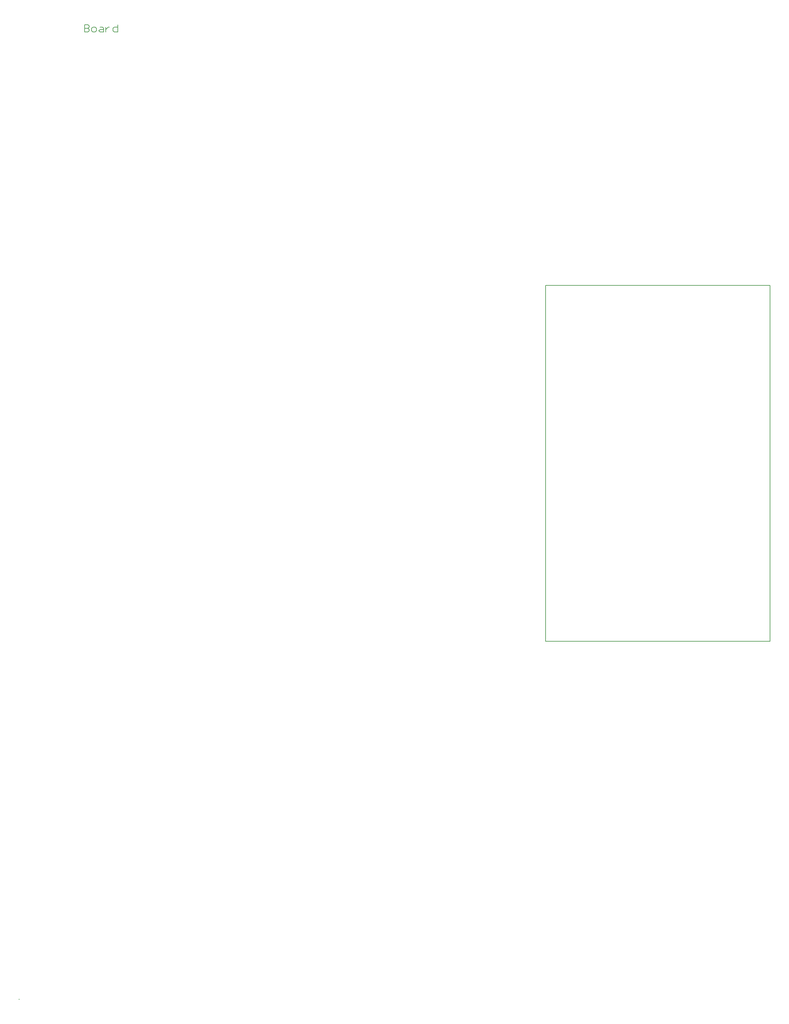
<source format=gm1>
%FSLAX25Y25*%
%MOIN*%
G70*
G01*
G75*
G04 Layer_Color=16711935*
%ADD10C,0.01969*%
%ADD11C,0.01000*%
%ADD12C,0.05906*%
%ADD13R,0.05906X0.05906*%
%ADD14C,0.11811*%
%ADD15R,0.05906X0.05906*%
%ADD16C,0.23622*%
%ADD17C,0.06496*%
%ADD18C,0.05512*%
%ADD19C,0.06299*%
%ADD20R,0.06299X0.06299*%
%ADD21C,0.02362*%
%ADD22C,0.19685*%
%ADD23C,0.00787*%
%ADD24C,0.02362*%
%ADD25C,0.00984*%
%ADD26C,0.00500*%
%ADD27C,0.00591*%
%ADD28C,0.00600*%
%ADD29C,0.00800*%
%ADD30C,0.06706*%
%ADD31R,0.06706X0.06706*%
%ADD32C,0.12611*%
%ADD33R,0.06706X0.06706*%
%ADD34C,0.24422*%
%ADD35C,0.07296*%
%ADD36C,0.06312*%
%ADD37C,0.07099*%
%ADD38R,0.07099X0.07099*%
%ADD39C,0.03162*%
%ADD40C,0.20485*%
D23*
X-0Y-0D02*
Y393701D01*
X248032D01*
Y-0D02*
Y393701D01*
X-0Y-0D02*
X248032D01*
X-510264Y681997D02*
Y674126D01*
X-506329D01*
X-505017Y675438D01*
Y676750D01*
X-506329Y678062D01*
X-510264D01*
X-506329D01*
X-505017Y679374D01*
Y680685D01*
X-506329Y681997D01*
X-510264D01*
X-501081Y674126D02*
X-498457D01*
X-497145Y675438D01*
Y678062D01*
X-498457Y679374D01*
X-501081D01*
X-502393Y678062D01*
Y675438D01*
X-501081Y674126D01*
X-493210Y679374D02*
X-490586D01*
X-489274Y678062D01*
Y674126D01*
X-493210D01*
X-494521Y675438D01*
X-493210Y676750D01*
X-489274D01*
X-486650Y679374D02*
Y674126D01*
Y676750D01*
X-485338Y678062D01*
X-484026Y679374D01*
X-482714D01*
X-473531Y681997D02*
Y674126D01*
X-477466D01*
X-478778Y675438D01*
Y678062D01*
X-477466Y679374D01*
X-473531D01*
D26*
X-582729Y-396005D02*
G03*
X-582729Y-396005I-7J0D01*
G01*
X-582741Y-395985D02*
G03*
X-582741Y-395985I-7J0D01*
G01*
X-582718D02*
G03*
X-582718Y-395985I-7J0D01*
G01*
X-582704Y-395818D02*
G03*
X-582704Y-395818I-6J0D01*
G01*
X-582504Y-395878D02*
G03*
X-582504Y-395878I-6J0D01*
G01*
Y-395988D02*
G03*
X-582504Y-395988I-6J0D01*
G01*
X-582709Y-396008D02*
G03*
X-582709Y-396008I-6J0D01*
G01*
X-582751Y-395844D02*
G03*
X-582751Y-395844I-4J0D01*
G01*
Y-395891D02*
G03*
X-582751Y-395891I-4J0D01*
G01*
X-582638Y-396008D02*
G03*
X-582638Y-396008I-2J0D01*
G01*
X-582628D02*
G03*
X-582628Y-396008I-2J0D01*
G01*
X-582618D02*
G03*
X-582618Y-396008I-2J0D01*
G01*
X-582608D02*
G03*
X-582608Y-396008I-2J0D01*
G01*
X-582598D02*
G03*
X-582598Y-396008I-2J0D01*
G01*
X-582588D02*
G03*
X-582588Y-396008I-2J0D01*
G01*
X-582568D02*
G03*
X-582568Y-396008I-2J0D01*
G01*
X-582558D02*
G03*
X-582558Y-396008I-2J0D01*
G01*
X-582548D02*
G03*
X-582548Y-396008I-2J0D01*
G01*
X-582538D02*
G03*
X-582538Y-396008I-2J0D01*
G01*
X-582528D02*
G03*
X-582528Y-396008I-2J0D01*
G01*
X-582518D02*
G03*
X-582518Y-396008I-2J0D01*
G01*
X-582508Y-395918D02*
G03*
X-582508Y-395918I-2J0D01*
G01*
X-582518D02*
G03*
X-582518Y-395918I-2J0D01*
G01*
Y-395908D02*
G03*
X-582518Y-395908I-2J0D01*
G01*
X-582508D02*
G03*
X-582508Y-395908I-2J0D01*
G01*
Y-395898D02*
G03*
X-582508Y-395898I-2J0D01*
G01*
X-582518D02*
G03*
X-582518Y-395898I-2J0D01*
G01*
X-582518Y-395818D02*
G03*
X-582518Y-395818I-2J0D01*
G01*
X-582528D02*
G03*
X-582528Y-395818I-2J0D01*
G01*
X-582538D02*
G03*
X-582538Y-395818I-2J0D01*
G01*
X-582548D02*
G03*
X-582548Y-395818I-2J0D01*
G01*
X-582558D02*
G03*
X-582558Y-395818I-2J0D01*
G01*
X-582568D02*
G03*
X-582568Y-395818I-2J0D01*
G01*
X-582578D02*
G03*
X-582578Y-395818I-2J0D01*
G01*
X-582588D02*
G03*
X-582588Y-395818I-2J0D01*
G01*
X-582604D02*
G03*
X-582604Y-395818I-2J0D01*
G01*
X-582614D02*
G03*
X-582614Y-395818I-2J0D01*
G01*
X-582624D02*
G03*
X-582624Y-395818I-2J0D01*
G01*
X-582634D02*
G03*
X-582634Y-395818I-2J0D01*
G01*
X-582644D02*
G03*
X-582644Y-395818I-2J0D01*
G01*
X-582654D02*
G03*
X-582654Y-395818I-2J0D01*
G01*
X-582664D02*
G03*
X-582664Y-395818I-2J0D01*
G01*
X-582674D02*
G03*
X-582674Y-395818I-2J0D01*
G01*
X-582706Y-395831D02*
G03*
X-582706Y-395831I-2J0D01*
G01*
X-582696D02*
G03*
X-582696Y-395831I-2J0D01*
G01*
X-582686D02*
G03*
X-582686Y-395831I-2J0D01*
G01*
Y-395841D02*
G03*
X-582686Y-395841I-2J0D01*
G01*
X-582696D02*
G03*
X-582696Y-395841I-2J0D01*
G01*
X-582706D02*
G03*
X-582706Y-395841I-2J0D01*
G01*
X-582735Y-395863D02*
G03*
X-582735Y-395863I-2J0D01*
G01*
X-582743D02*
G03*
X-582743Y-395863I-2J0D01*
G01*
Y-395873D02*
G03*
X-582743Y-395873I-2J0D01*
G01*
X-582735D02*
G03*
X-582735Y-395873I-2J0D01*
G01*
X-582651Y-395938D02*
G03*
X-582651Y-395938I-2J0D01*
G01*
X-582641D02*
G03*
X-582641Y-395938I-2J0D01*
G01*
X-582631D02*
G03*
X-582631Y-395938I-2J0D01*
G01*
X-582621D02*
G03*
X-582621Y-395938I-2J0D01*
G01*
X-582611D02*
G03*
X-582611Y-395938I-2J0D01*
G01*
X-582601D02*
G03*
X-582601Y-395938I-2J0D01*
G01*
X-582591D02*
G03*
X-582591Y-395938I-2J0D01*
G01*
X-582581D02*
G03*
X-582581Y-395938I-2J0D01*
G01*
X-582571D02*
G03*
X-582571Y-395938I-2J0D01*
G01*
X-582561D02*
G03*
X-582561Y-395938I-2J0D01*
G01*
X-582551D02*
G03*
X-582551Y-395938I-2J0D01*
G01*
X-582541D02*
G03*
X-582541Y-395938I-2J0D01*
G01*
X-582531D02*
G03*
X-582531Y-395938I-2J0D01*
G01*
X-582521D02*
G03*
X-582521Y-395938I-2J0D01*
G01*
Y-395968D02*
G03*
X-582521Y-395968I-2J0D01*
G01*
X-582531D02*
G03*
X-582531Y-395968I-2J0D01*
G01*
X-582541D02*
G03*
X-582541Y-395968I-2J0D01*
G01*
X-582551D02*
G03*
X-582551Y-395968I-2J0D01*
G01*
X-582561D02*
G03*
X-582561Y-395968I-2J0D01*
G01*
X-582571D02*
G03*
X-582571Y-395968I-2J0D01*
G01*
X-582581D02*
G03*
X-582581Y-395968I-2J0D01*
G01*
X-582591D02*
G03*
X-582591Y-395968I-2J0D01*
G01*
X-582601D02*
G03*
X-582601Y-395968I-2J0D01*
G01*
X-582611D02*
G03*
X-582611Y-395968I-2J0D01*
G01*
X-582621D02*
G03*
X-582621Y-395968I-2J0D01*
G01*
X-582631D02*
G03*
X-582631Y-395968I-2J0D01*
G01*
X-582641D02*
G03*
X-582641Y-395968I-2J0D01*
G01*
X-582651D02*
G03*
X-582651Y-395968I-2J0D01*
G01*
X-582673Y-396011D02*
G03*
X-582673Y-396011I-1J0D01*
G01*
X-582579Y-396011D02*
G03*
X-582579Y-396011I-1J0D01*
G01*
Y-395985D02*
G03*
X-582579Y-395985I-1J0D01*
G01*
X-582505Y-395976D02*
G03*
X-582505Y-395976I-1J0D01*
G01*
Y-395948D02*
G03*
X-582505Y-395948I-1J0D01*
G01*
X-582528Y-395888D02*
G03*
X-582528Y-395888I-1J0D01*
G01*
X-582536Y-395893D02*
G03*
X-582536Y-395893I-1J0D01*
G01*
X-582544Y-395907D02*
G03*
X-582544Y-395907I-1J0D01*
G01*
X-582544Y-395918D02*
G03*
X-582544Y-395918I-1J0D01*
G01*
X-582566Y-395947D02*
G03*
X-582566Y-395947I-1J0D01*
G01*
X-582607Y-395947D02*
G03*
X-582607Y-395947I-1J0D01*
G01*
X-582620Y-395953D02*
G03*
X-582620Y-395953I-1J0D01*
G01*
X-582647Y-395976D02*
G03*
X-582647Y-395976I-1J0D01*
G01*
X-582649Y-395993D02*
G03*
X-582649Y-395993I-1J0D01*
G01*
X-582668Y-395986D02*
G03*
X-582668Y-395986I-1J0D01*
G01*
X-582664Y-395974D02*
G03*
X-582664Y-395974I-1J0D01*
G01*
X-582663Y-395964D02*
G03*
X-582663Y-395964I-1J0D01*
G01*
X-582668Y-395942D02*
G03*
X-582668Y-395942I-1J0D01*
G01*
X-582687D02*
G03*
X-582687Y-395942I-1J0D01*
G01*
X-582690Y-395932D02*
G03*
X-582690Y-395932I-1J0D01*
G01*
X-582667Y-395921D02*
G03*
X-582667Y-395921I-1J0D01*
G01*
X-582649Y-395896D02*
G03*
X-582649Y-395896I-1J0D01*
G01*
X-582631Y-395901D02*
G03*
X-582631Y-395901I-1J0D01*
G01*
X-582637Y-395908D02*
G03*
X-582637Y-395908I-1J0D01*
G01*
X-582641Y-395919D02*
G03*
X-582641Y-395919I-1J0D01*
G01*
X-582619Y-395923D02*
G03*
X-582619Y-395923I-1J0D01*
G01*
X-582599D02*
G03*
X-582599Y-395923I-1J0D01*
G01*
X-582584Y-395902D02*
G03*
X-582584Y-395902I-1J0D01*
G01*
X-582563Y-395884D02*
G03*
X-582563Y-395884I-1J0D01*
G01*
X-582516Y-395851D02*
G03*
X-582516Y-395851I-1J0D01*
G01*
X-582597Y-395818D02*
G03*
X-582597Y-395818I-1J0D01*
G01*
X-582646Y-395843D02*
G03*
X-582646Y-395843I-1J0D01*
G01*
X-582648Y-395866D02*
G03*
X-582648Y-395866I-1J0D01*
G01*
X-582731Y-395849D02*
G03*
X-582731Y-395849I-1J0D01*
G01*
X-582717Y-395835D02*
G03*
X-582717Y-395835I-1J0D01*
G01*
X-582685Y-395818D02*
G03*
X-582685Y-395818I-1J0D01*
G01*
X-582681Y-395835D02*
G03*
X-582681Y-395835I-1J0D01*
G01*
X-582670Y-395840D02*
G03*
X-582670Y-395840I-1J0D01*
G01*
X-582693Y-395852D02*
G03*
X-582693Y-395852I-1J0D01*
G01*
X-582675Y-395867D02*
G03*
X-582675Y-395867I-1J0D01*
G01*
X-582698Y-395871D02*
G03*
X-582698Y-395871I-1J0D01*
G01*
X-582687Y-395884D02*
G03*
X-582687Y-395884I-1J0D01*
G01*
X-582677Y-395886D02*
G03*
X-582677Y-395886I-1J0D01*
G01*
X-582670Y-395897D02*
G03*
X-582670Y-395897I-1J0D01*
G01*
X-582687D02*
G03*
X-582687Y-395897I-1J0D01*
G01*
X-582694Y-395898D02*
G03*
X-582694Y-395898I-1J0D01*
G01*
X-582704Y-395891D02*
G03*
X-582704Y-395891I-1J0D01*
G01*
X-582714Y-395898D02*
G03*
X-582714Y-395898I-1J0D01*
G01*
X-582704Y-395905D02*
G03*
X-582704Y-395905I-1J0D01*
G01*
X-582717Y-395917D02*
G03*
X-582717Y-395917I-1J0D01*
G01*
X-582723Y-395934D02*
G03*
X-582723Y-395934I-1J0D01*
G01*
X-582738Y-395921D02*
G03*
X-582738Y-395921I-1J0D01*
G01*
X-582759Y-395933D02*
G03*
X-582759Y-395933I-1J0D01*
G01*
X-582752D02*
G03*
X-582752Y-395933I-1J0D01*
G01*
X-582741D02*
G03*
X-582741Y-395933I-1J0D01*
G01*
X-582734D02*
G03*
X-582734Y-395933I-1J0D01*
G01*
X-582736Y-395943D02*
G03*
X-582736Y-395943I-1J0D01*
G01*
Y-395958D02*
G03*
X-582736Y-395958I-1J0D01*
G01*
X-582759Y-395965D02*
G03*
X-582759Y-395965I-1J0D01*
G01*
X-582752D02*
G03*
X-582752Y-395965I-1J0D01*
G01*
X-582741D02*
G03*
X-582741Y-395965I-1J0D01*
G01*
X-582734D02*
G03*
X-582734Y-395965I-1J0D01*
G01*
X-582724Y-395968D02*
G03*
X-582724Y-395968I-1J0D01*
G01*
X-582697Y-395977D02*
G03*
X-582697Y-395977I-1J0D01*
G01*
X-582708Y-395994D02*
G03*
X-582708Y-395994I-1J0D01*
G01*
X-582749Y-395891D02*
G03*
X-582749Y-395891I-6J0D01*
G01*
Y-395844D02*
G03*
X-582749Y-395844I-6J0D01*
G01*
X-582600Y-395925D02*
Y-395921D01*
X-582620Y-395925D02*
Y-395921D01*
X-582695Y-395900D02*
Y-395896D01*
X-582715Y-395900D02*
Y-395896D01*
X-582734Y-395864D02*
Y-395862D01*
X-582735Y-395866D02*
X-582734Y-395864D01*
X-582738Y-395866D02*
X-582735D01*
X-582740Y-395864D02*
X-582738Y-395866D01*
X-582740Y-395864D02*
Y-395862D01*
X-582738Y-395860D01*
X-582735D01*
X-582734Y-395862D01*
X-582742Y-395864D02*
Y-395862D01*
X-582743Y-395866D02*
X-582742Y-395864D01*
X-582746Y-395866D02*
X-582743D01*
X-582747Y-395864D02*
X-582746Y-395866D01*
X-582747Y-395864D02*
Y-395862D01*
X-582746Y-395860D01*
X-582743D01*
X-582742Y-395862D01*
Y-395874D02*
Y-395872D01*
X-582743Y-395876D02*
X-582742Y-395874D01*
X-582746Y-395876D02*
X-582743D01*
X-582747Y-395874D02*
X-582746Y-395876D01*
X-582747Y-395874D02*
Y-395872D01*
X-582746Y-395870D01*
X-582743D01*
X-582742Y-395872D01*
X-582734Y-395874D02*
Y-395872D01*
X-582735Y-395876D02*
X-582734Y-395874D01*
X-582738Y-395876D02*
X-582735D01*
X-582740Y-395874D02*
X-582738Y-395876D01*
X-582740Y-395874D02*
Y-395872D01*
X-582738Y-395870D01*
X-582735D01*
X-582734Y-395872D01*
X-582726Y-396009D02*
Y-396001D01*
X-582732Y-396014D02*
X-582726Y-396009D01*
X-582740Y-396014D02*
X-582732D01*
X-582745Y-396009D02*
X-582740Y-396014D01*
X-582745Y-396009D02*
Y-396001D01*
X-582740Y-395995D01*
X-582732D01*
X-582726Y-396001D01*
X-582738Y-395989D02*
Y-395981D01*
X-582744Y-395995D02*
X-582738Y-395989D01*
X-582752Y-395995D02*
X-582744D01*
X-582757Y-395989D02*
X-582752Y-395995D01*
X-582757Y-395989D02*
Y-395981D01*
X-582752Y-395976D01*
X-582744D01*
X-582738Y-395981D01*
X-582715Y-395989D02*
Y-395981D01*
X-582720Y-395995D02*
X-582715Y-395989D01*
X-582728Y-395995D02*
X-582720D01*
X-582734Y-395989D02*
X-582728Y-395995D01*
X-582734Y-395989D02*
Y-395981D01*
X-582728Y-395976D01*
X-582720D01*
X-582715Y-395981D01*
X-582640Y-396011D02*
Y-396005D01*
X-582630Y-396011D02*
Y-396005D01*
X-582620Y-396011D02*
Y-396005D01*
X-582610Y-396011D02*
Y-396005D01*
X-582600Y-396011D02*
Y-396005D01*
X-582590Y-396011D02*
Y-396005D01*
X-582570Y-396011D02*
Y-396005D01*
X-582560Y-396011D02*
Y-396005D01*
X-582550Y-396011D02*
Y-396005D01*
X-582540Y-396011D02*
Y-396005D01*
X-582530Y-396011D02*
Y-396005D01*
X-582520Y-396011D02*
Y-396005D01*
Y-395821D02*
Y-395815D01*
X-582530Y-395821D02*
Y-395815D01*
X-582540Y-395821D02*
Y-395815D01*
X-582550Y-395821D02*
Y-395815D01*
X-582560Y-395821D02*
Y-395815D01*
X-582570Y-395821D02*
Y-395815D01*
X-582580Y-395821D02*
Y-395815D01*
X-582590Y-395821D02*
Y-395815D01*
X-582606Y-395821D02*
Y-395815D01*
X-582616Y-395821D02*
Y-395815D01*
X-582626Y-395821D02*
Y-395815D01*
X-582636Y-395821D02*
Y-395815D01*
X-582646Y-395821D02*
Y-395815D01*
X-582656Y-395821D02*
Y-395815D01*
X-582666Y-395821D02*
Y-395815D01*
X-582676Y-395821D02*
Y-395815D01*
X-582685Y-395832D02*
Y-395830D01*
X-582687Y-395834D02*
X-582685Y-395832D01*
X-582689Y-395834D02*
X-582687D01*
X-582691Y-395832D02*
X-582689Y-395834D01*
X-582691Y-395832D02*
Y-395830D01*
X-582689Y-395828D01*
X-582687D01*
X-582685Y-395830D01*
X-582695Y-395832D02*
Y-395830D01*
X-582697Y-395834D02*
X-582695Y-395832D01*
X-582699Y-395834D02*
X-582697D01*
X-582701Y-395832D02*
X-582699Y-395834D01*
X-582701Y-395832D02*
Y-395830D01*
X-582699Y-395828D01*
X-582697D01*
X-582695Y-395830D01*
X-582705Y-395832D02*
Y-395830D01*
X-582707Y-395834D02*
X-582705Y-395832D01*
X-582709Y-395834D02*
X-582707D01*
X-582711Y-395832D02*
X-582709Y-395834D01*
X-582711Y-395832D02*
Y-395830D01*
X-582709Y-395828D01*
X-582707D01*
X-582705Y-395830D01*
Y-395842D02*
Y-395840D01*
X-582707Y-395844D02*
X-582705Y-395842D01*
X-582709Y-395844D02*
X-582707D01*
X-582711Y-395842D02*
X-582709Y-395844D01*
X-582711Y-395842D02*
Y-395840D01*
X-582709Y-395838D01*
X-582707D01*
X-582705Y-395840D01*
X-582695Y-395842D02*
Y-395840D01*
X-582697Y-395844D02*
X-582695Y-395842D01*
X-582699Y-395844D02*
X-582697D01*
X-582701Y-395842D02*
X-582699Y-395844D01*
X-582701Y-395842D02*
Y-395840D01*
X-582699Y-395838D01*
X-582697D01*
X-582695Y-395840D01*
X-582685Y-395842D02*
Y-395840D01*
X-582687Y-395844D02*
X-582685Y-395842D01*
X-582689Y-395844D02*
X-582687D01*
X-582691Y-395842D02*
X-582689Y-395844D01*
X-582691Y-395842D02*
Y-395840D01*
X-582689Y-395838D01*
X-582687D01*
X-582685Y-395840D01*
X-582507Y-395899D02*
Y-395897D01*
X-582508Y-395901D02*
X-582507Y-395899D01*
X-582511Y-395901D02*
X-582508D01*
X-582513Y-395899D02*
X-582511Y-395901D01*
X-582513Y-395899D02*
Y-395897D01*
X-582511Y-395895D01*
X-582508D01*
X-582507Y-395897D01*
X-582517Y-395899D02*
Y-395897D01*
X-582518Y-395901D02*
X-582517Y-395899D01*
X-582521Y-395901D02*
X-582518D01*
X-582523Y-395899D02*
X-582521Y-395901D01*
X-582523Y-395899D02*
Y-395897D01*
X-582521Y-395895D01*
X-582518D01*
X-582517Y-395897D01*
Y-395909D02*
Y-395907D01*
X-582518Y-395911D02*
X-582517Y-395909D01*
X-582521Y-395911D02*
X-582518D01*
X-582523Y-395909D02*
X-582521Y-395911D01*
X-582523Y-395909D02*
Y-395907D01*
X-582521Y-395905D01*
X-582518D01*
X-582517Y-395907D01*
X-582507Y-395909D02*
Y-395907D01*
X-582508Y-395911D02*
X-582507Y-395909D01*
X-582511Y-395911D02*
X-582508D01*
X-582513Y-395909D02*
X-582511Y-395911D01*
X-582513Y-395909D02*
Y-395907D01*
X-582511Y-395905D01*
X-582508D01*
X-582507Y-395907D01*
Y-395919D02*
Y-395917D01*
X-582508Y-395921D02*
X-582507Y-395919D01*
X-582511Y-395921D02*
X-582508D01*
X-582513Y-395919D02*
X-582511Y-395921D01*
X-582513Y-395919D02*
Y-395917D01*
X-582511Y-395915D01*
X-582508D01*
X-582507Y-395917D01*
X-582517Y-395919D02*
Y-395917D01*
X-582518Y-395921D02*
X-582517Y-395919D01*
X-582521Y-395921D02*
X-582518D01*
X-582523Y-395919D02*
X-582521Y-395921D01*
X-582523Y-395919D02*
Y-395917D01*
X-582521Y-395915D01*
X-582518D01*
X-582517Y-395917D01*
X-582653Y-395941D02*
Y-395936D01*
X-582643Y-395941D02*
Y-395936D01*
X-582633Y-395941D02*
Y-395936D01*
X-582623Y-395941D02*
Y-395936D01*
X-582613Y-395941D02*
Y-395936D01*
X-582603Y-395941D02*
Y-395936D01*
X-582593Y-395941D02*
Y-395936D01*
X-582583Y-395941D02*
Y-395936D01*
X-582573Y-395941D02*
Y-395936D01*
X-582563Y-395941D02*
Y-395936D01*
X-582553Y-395941D02*
Y-395936D01*
X-582543Y-395941D02*
Y-395936D01*
X-582533Y-395941D02*
Y-395936D01*
X-582523Y-395941D02*
Y-395936D01*
Y-395971D02*
Y-395966D01*
X-582533Y-395971D02*
Y-395966D01*
X-582543Y-395971D02*
Y-395966D01*
X-582553Y-395971D02*
Y-395966D01*
X-582563Y-395971D02*
Y-395966D01*
X-582573Y-395971D02*
Y-395966D01*
X-582583Y-395971D02*
Y-395966D01*
X-582593Y-395971D02*
Y-395966D01*
X-582603Y-395971D02*
Y-395966D01*
X-582613Y-395971D02*
Y-395966D01*
X-582623Y-395971D02*
Y-395966D01*
X-582633Y-395971D02*
Y-395966D01*
X-582643Y-395971D02*
Y-395966D01*
X-582653Y-395971D02*
Y-395966D01*
X-582770Y-396018D02*
X-582510D01*
Y-396008D01*
X-582500Y-395998D01*
Y-395869D01*
X-582510Y-395859D02*
X-582500Y-395869D01*
X-582510Y-395859D02*
Y-395814D01*
X-582516Y-395808D02*
X-582510Y-395814D01*
X-582770Y-395808D02*
X-582516D01*
X-582770Y-396018D02*
Y-395808D01*
X-582721Y-396008D02*
Y-396008D01*
Y-396009D02*
Y-396008D01*
Y-396009D02*
Y-396009D01*
Y-396009D02*
X-582721Y-396010D01*
X-582721Y-396010D01*
X-582721Y-396011D01*
X-582721Y-396011D01*
X-582720Y-396012D01*
X-582720Y-396012D01*
X-582720Y-396012D01*
X-582719Y-396013D01*
X-582719Y-396013D01*
X-582718Y-396013D01*
X-582718Y-396013D01*
X-582718Y-396014D01*
X-582717Y-396014D01*
X-582717Y-396014D01*
X-582716D01*
X-582716D01*
X-582715D01*
X-582715D01*
X-582714D01*
X-582714Y-396014D01*
X-582713D01*
X-582713Y-396014D01*
X-582712Y-396013D01*
X-582712Y-396013D01*
X-582711Y-396013D01*
X-582711Y-396012D01*
X-582711Y-396012D01*
X-582710Y-396012D01*
X-582710Y-396011D01*
X-582710Y-396011D01*
X-582709Y-396010D01*
X-582709Y-396010D01*
Y-396010D01*
X-582709Y-396009D01*
Y-396009D01*
X-582709Y-396008D01*
Y-396008D01*
X-582709Y-396007D02*
X-582709Y-396008D01*
X-582709Y-396007D02*
Y-396007D01*
X-582709Y-396006D02*
X-582709Y-396007D01*
X-582709Y-396006D02*
Y-396006D01*
X-582709Y-396005D02*
X-582709Y-396006D01*
X-582710Y-396005D02*
X-582709Y-396005D01*
X-582710Y-396004D02*
X-582710Y-396005D01*
X-582710Y-396004D02*
X-582710Y-396004D01*
X-582711Y-396003D02*
X-582710Y-396004D01*
X-582711Y-396003D02*
X-582711Y-396003D01*
X-582711Y-396003D02*
X-582711Y-396003D01*
X-582712Y-396003D02*
X-582711Y-396003D01*
X-582712Y-396002D02*
X-582712Y-396003D01*
X-582713Y-396002D02*
X-582712Y-396002D01*
X-582713Y-396002D02*
X-582713Y-396002D01*
X-582714Y-396002D02*
X-582713D01*
X-582714Y-396002D02*
X-582714Y-396002D01*
X-582715Y-396002D02*
X-582714D01*
X-582715Y-396001D02*
X-582715Y-396002D01*
X-582716D02*
X-582715Y-396001D01*
X-582716Y-396002D02*
X-582716D01*
X-582717D02*
X-582716D01*
X-582717Y-396002D02*
X-582717Y-396002D01*
X-582718Y-396002D02*
X-582717Y-396002D01*
X-582718Y-396002D02*
X-582718Y-396002D01*
X-582718Y-396002D02*
X-582718Y-396002D01*
X-582719Y-396003D02*
X-582718Y-396002D01*
X-582719Y-396003D02*
X-582719Y-396003D01*
X-582720Y-396003D02*
X-582719Y-396003D01*
X-582720Y-396004D02*
X-582720Y-396003D01*
X-582720Y-396004D02*
X-582720Y-396004D01*
X-582721Y-396004D02*
X-582720Y-396004D01*
X-582721Y-396005D02*
X-582721Y-396004D01*
X-582721Y-396005D02*
X-582721Y-396005D01*
X-582721Y-396006D02*
X-582721Y-396005D01*
X-582721Y-396006D02*
X-582721Y-396006D01*
X-582721Y-396007D02*
Y-396006D01*
Y-396007D02*
Y-396007D01*
Y-396008D02*
Y-396007D01*
X-582516Y-395988D02*
Y-395988D01*
Y-395989D02*
Y-395988D01*
Y-395989D02*
Y-395989D01*
Y-395989D02*
X-582516Y-395990D01*
X-582516Y-395990D01*
X-582516Y-395991D01*
X-582516Y-395991D01*
X-582515Y-395992D01*
X-582515Y-395992D01*
X-582515Y-395992D01*
X-582514Y-395993D01*
X-582514Y-395993D01*
X-582513Y-395993D01*
X-582513Y-395993D01*
X-582513Y-395994D01*
X-582512Y-395994D01*
X-582512Y-395994D01*
X-582511D01*
X-582511D01*
X-582510D01*
X-582510D01*
X-582509D01*
X-582509Y-395994D01*
X-582508D01*
X-582508Y-395994D01*
X-582507Y-395993D01*
X-582507Y-395993D01*
X-582506Y-395993D01*
X-582506Y-395992D01*
X-582506Y-395992D01*
X-582505Y-395992D01*
X-582505Y-395991D01*
X-582505Y-395991D01*
X-582504Y-395990D01*
X-582504Y-395990D01*
Y-395990D01*
X-582504Y-395989D01*
Y-395989D01*
X-582504Y-395988D01*
Y-395988D01*
X-582504Y-395987D02*
X-582504Y-395988D01*
X-582504Y-395987D02*
Y-395987D01*
X-582504Y-395986D02*
X-582504Y-395987D01*
X-582504Y-395986D02*
Y-395986D01*
X-582504Y-395985D02*
X-582504Y-395986D01*
X-582505Y-395985D02*
X-582504Y-395985D01*
X-582505Y-395984D02*
X-582505Y-395985D01*
X-582505Y-395984D02*
X-582505Y-395984D01*
X-582506Y-395983D02*
X-582505Y-395984D01*
X-582506Y-395983D02*
X-582506Y-395983D01*
X-582506Y-395983D02*
X-582506Y-395983D01*
X-582507Y-395983D02*
X-582506Y-395983D01*
X-582507Y-395982D02*
X-582507Y-395983D01*
X-582508Y-395982D02*
X-582507Y-395982D01*
X-582508Y-395982D02*
X-582508Y-395982D01*
X-582509Y-395982D02*
X-582508D01*
X-582509Y-395982D02*
X-582509Y-395982D01*
X-582510Y-395982D02*
X-582509D01*
X-582510Y-395981D02*
X-582510Y-395982D01*
X-582511D02*
X-582510Y-395981D01*
X-582511Y-395982D02*
X-582511D01*
X-582512D02*
X-582511D01*
X-582512Y-395982D02*
X-582512Y-395982D01*
X-582513Y-395982D02*
X-582512Y-395982D01*
X-582513Y-395982D02*
X-582513Y-395982D01*
X-582513Y-395982D02*
X-582513Y-395982D01*
X-582514Y-395983D02*
X-582513Y-395982D01*
X-582514Y-395983D02*
X-582514Y-395983D01*
X-582515Y-395983D02*
X-582514Y-395983D01*
X-582515Y-395984D02*
X-582515Y-395983D01*
X-582515Y-395984D02*
X-582515Y-395984D01*
X-582516Y-395984D02*
X-582515Y-395984D01*
X-582516Y-395985D02*
X-582516Y-395984D01*
X-582516Y-395985D02*
X-582516Y-395985D01*
X-582516Y-395986D02*
X-582516Y-395985D01*
X-582516Y-395986D02*
X-582516Y-395986D01*
X-582516Y-395987D02*
Y-395986D01*
Y-395987D02*
Y-395987D01*
Y-395988D02*
Y-395987D01*
Y-395878D02*
Y-395878D01*
Y-395879D02*
Y-395878D01*
Y-395879D02*
Y-395879D01*
Y-395879D02*
X-582516Y-395880D01*
X-582516Y-395880D01*
X-582516Y-395881D01*
X-582516Y-395881D01*
X-582515Y-395882D01*
X-582515Y-395882D01*
X-582515Y-395882D01*
X-582514Y-395883D01*
X-582514Y-395883D01*
X-582513Y-395883D01*
X-582513Y-395883D01*
X-582513Y-395884D01*
X-582512Y-395884D01*
X-582512Y-395884D01*
X-582511D01*
X-582511D01*
X-582510D01*
X-582510D01*
X-582509D01*
X-582509Y-395884D01*
X-582508D01*
X-582508Y-395884D01*
X-582507Y-395883D01*
X-582507Y-395883D01*
X-582506Y-395883D01*
X-582506Y-395882D01*
X-582506Y-395882D01*
X-582505Y-395882D01*
X-582505Y-395881D01*
X-582505Y-395881D01*
X-582504Y-395880D01*
X-582504Y-395880D01*
Y-395880D01*
X-582504Y-395879D01*
Y-395879D01*
X-582504Y-395878D01*
Y-395878D01*
X-582504Y-395877D02*
X-582504Y-395878D01*
X-582504Y-395877D02*
Y-395877D01*
X-582504Y-395876D02*
X-582504Y-395877D01*
X-582504Y-395876D02*
Y-395876D01*
X-582504Y-395875D02*
X-582504Y-395876D01*
X-582505Y-395875D02*
X-582504Y-395875D01*
X-582505Y-395874D02*
X-582505Y-395875D01*
X-582505Y-395874D02*
X-582505Y-395874D01*
X-582506Y-395873D02*
X-582505Y-395874D01*
X-582506Y-395873D02*
X-582506Y-395873D01*
X-582506Y-395873D02*
X-582506Y-395873D01*
X-582507Y-395873D02*
X-582506Y-395873D01*
X-582507Y-395872D02*
X-582507Y-395873D01*
X-582508Y-395872D02*
X-582507Y-395872D01*
X-582508Y-395872D02*
X-582508Y-395872D01*
X-582509Y-395872D02*
X-582508D01*
X-582509Y-395872D02*
X-582509Y-395872D01*
X-582510Y-395872D02*
X-582509D01*
X-582510Y-395871D02*
X-582510Y-395872D01*
X-582511D02*
X-582510Y-395871D01*
X-582511Y-395872D02*
X-582511D01*
X-582512D02*
X-582511D01*
X-582512Y-395872D02*
X-582512Y-395872D01*
X-582513Y-395872D02*
X-582512Y-395872D01*
X-582513Y-395872D02*
X-582513Y-395872D01*
X-582513Y-395872D02*
X-582513Y-395872D01*
X-582514Y-395873D02*
X-582513Y-395872D01*
X-582514Y-395873D02*
X-582514Y-395873D01*
X-582515Y-395873D02*
X-582514Y-395873D01*
X-582515Y-395874D02*
X-582515Y-395873D01*
X-582515Y-395874D02*
X-582515Y-395874D01*
X-582516Y-395874D02*
X-582515Y-395874D01*
X-582516Y-395875D02*
X-582516Y-395874D01*
X-582516Y-395875D02*
X-582516Y-395875D01*
X-582516Y-395876D02*
X-582516Y-395875D01*
X-582516Y-395876D02*
X-582516Y-395876D01*
X-582516Y-395877D02*
Y-395876D01*
Y-395877D02*
Y-395877D01*
Y-395878D02*
Y-395877D01*
X-582716Y-395818D02*
Y-395818D01*
Y-395819D02*
Y-395818D01*
Y-395819D02*
Y-395819D01*
Y-395819D02*
X-582716Y-395820D01*
X-582716Y-395820D01*
X-582716Y-395821D01*
X-582716Y-395821D01*
X-582715Y-395822D01*
X-582715Y-395822D01*
X-582715Y-395822D01*
X-582714Y-395823D01*
X-582714Y-395823D01*
X-582713Y-395823D01*
X-582713Y-395823D01*
X-582713Y-395824D01*
X-582712Y-395824D01*
X-582712Y-395824D01*
X-582711D01*
X-582711D01*
X-582710D01*
X-582710D01*
X-582709D01*
X-582709Y-395824D01*
X-582708D01*
X-582708Y-395824D01*
X-582707Y-395823D01*
X-582707Y-395823D01*
X-582706Y-395823D01*
X-582706Y-395822D01*
X-582706Y-395822D01*
X-582705Y-395822D01*
X-582705Y-395821D01*
X-582705Y-395821D01*
X-582704Y-395820D01*
X-582704Y-395820D01*
Y-395820D01*
X-582704Y-395819D01*
Y-395819D01*
X-582704Y-395818D01*
Y-395818D01*
X-582704Y-395817D02*
X-582704Y-395818D01*
X-582704Y-395817D02*
Y-395817D01*
X-582704Y-395816D02*
X-582704Y-395817D01*
X-582704Y-395816D02*
Y-395816D01*
X-582704Y-395815D02*
X-582704Y-395816D01*
X-582705Y-395815D02*
X-582704Y-395815D01*
X-582705Y-395814D02*
X-582705Y-395815D01*
X-582705Y-395814D02*
X-582705Y-395814D01*
X-582706Y-395813D02*
X-582705Y-395814D01*
X-582706Y-395813D02*
X-582706Y-395813D01*
X-582706Y-395813D02*
X-582706Y-395813D01*
X-582707Y-395813D02*
X-582706Y-395813D01*
X-582707Y-395812D02*
X-582707Y-395813D01*
X-582708Y-395812D02*
X-582707Y-395812D01*
X-582708Y-395812D02*
X-582708Y-395812D01*
X-582709Y-395812D02*
X-582708D01*
X-582709Y-395812D02*
X-582709Y-395812D01*
X-582710Y-395812D02*
X-582709D01*
X-582710Y-395811D02*
X-582710Y-395812D01*
X-582711D02*
X-582710Y-395811D01*
X-582711Y-395812D02*
X-582711D01*
X-582712D02*
X-582711D01*
X-582712Y-395812D02*
X-582712Y-395812D01*
X-582713Y-395812D02*
X-582712Y-395812D01*
X-582713Y-395812D02*
X-582713Y-395812D01*
X-582713Y-395812D02*
X-582713Y-395812D01*
X-582714Y-395813D02*
X-582713Y-395812D01*
X-582714Y-395813D02*
X-582714Y-395813D01*
X-582715Y-395813D02*
X-582714Y-395813D01*
X-582715Y-395814D02*
X-582715Y-395813D01*
X-582715Y-395814D02*
X-582715Y-395814D01*
X-582716Y-395814D02*
X-582715Y-395814D01*
X-582716Y-395815D02*
X-582716Y-395814D01*
X-582716Y-395815D02*
X-582716Y-395815D01*
X-582716Y-395816D02*
X-582716Y-395815D01*
X-582716Y-395816D02*
X-582716Y-395816D01*
X-582716Y-395817D02*
Y-395816D01*
Y-395817D02*
Y-395817D01*
Y-395818D02*
Y-395817D01*
X-582759Y-395848D02*
X-582755Y-395844D01*
X-582759Y-395848D02*
Y-395840D01*
X-582755Y-395844D01*
X-582751D01*
X-582703Y-395875D02*
X-582695Y-395867D01*
X-582703Y-395872D02*
Y-395871D01*
Y-395872D02*
Y-395872D01*
Y-395872D02*
Y-395872D01*
Y-395872D02*
X-582703Y-395873D01*
X-582703Y-395873D01*
X-582702Y-395873D01*
X-582702Y-395874D01*
X-582702Y-395874D01*
X-582702Y-395874D01*
X-582701Y-395875D01*
X-582701Y-395875D01*
X-582701Y-395875D01*
X-582700D01*
X-582700Y-395875D01*
X-582699D01*
X-582699D01*
X-582699D01*
X-582698Y-395875D01*
X-582698D01*
X-582698Y-395875D01*
X-582697Y-395875D01*
X-582697Y-395874D01*
X-582697Y-395874D01*
X-582696Y-395874D01*
X-582696Y-395874D01*
X-582696Y-395873D01*
X-582696Y-395873D01*
Y-395873D01*
X-582695Y-395872D01*
Y-395872D01*
X-582695Y-395871D01*
Y-395871D01*
X-582695Y-395871D02*
X-582695Y-395871D01*
X-582695Y-395871D02*
Y-395870D01*
X-582696Y-395870D02*
X-582695Y-395870D01*
X-582696Y-395870D02*
Y-395870D01*
X-582696Y-395869D02*
X-582696Y-395870D01*
X-582696Y-395869D02*
X-582696Y-395869D01*
X-582696Y-395869D02*
X-582696Y-395869D01*
X-582697Y-395868D02*
X-582696Y-395869D01*
X-582697Y-395868D02*
X-582697Y-395868D01*
X-582697Y-395868D02*
X-582697Y-395868D01*
X-582698Y-395868D02*
X-582697Y-395868D01*
X-582698Y-395868D02*
X-582698Y-395868D01*
X-582698Y-395867D02*
X-582698Y-395868D01*
X-582699Y-395867D02*
X-582698D01*
X-582699D02*
X-582699D01*
X-582699D02*
X-582699D01*
X-582700D02*
X-582699D01*
X-582700Y-395868D02*
X-582700Y-395867D01*
X-582701Y-395868D02*
X-582700D01*
X-582701Y-395868D02*
X-582701Y-395868D01*
X-582701Y-395868D02*
X-582701Y-395868D01*
X-582702Y-395868D02*
X-582701Y-395868D01*
X-582702Y-395869D02*
X-582702Y-395868D01*
X-582702Y-395869D02*
X-582702Y-395869D01*
X-582702Y-395869D02*
X-582702Y-395869D01*
X-582703Y-395869D02*
X-582702Y-395869D01*
X-582703Y-395870D02*
X-582703Y-395869D01*
X-582703Y-395870D02*
X-582703Y-395870D01*
X-582703Y-395871D02*
Y-395870D01*
Y-395871D02*
Y-395871D01*
Y-395871D02*
Y-395871D01*
X-582698Y-395856D02*
X-582690Y-395848D01*
X-582698Y-395852D02*
Y-395852D01*
Y-395853D02*
Y-395852D01*
Y-395853D02*
Y-395853D01*
Y-395853D02*
X-582698Y-395853D01*
X-582698Y-395854D01*
X-582697Y-395854D01*
X-582697Y-395854D01*
X-582697Y-395855D01*
X-582697Y-395855D01*
X-582696Y-395855D01*
X-582696Y-395855D01*
X-582696Y-395855D01*
X-582695Y-395856D01*
X-582695D01*
X-582694D01*
X-582694D01*
X-582694D01*
X-582693D01*
X-582693Y-395855D01*
X-582693D01*
X-582692Y-395855D01*
X-582692Y-395855D01*
X-582692Y-395855D01*
X-582691Y-395854D01*
X-582691Y-395854D01*
X-582691Y-395854D01*
X-582691Y-395853D01*
Y-395853D01*
X-582690Y-395853D01*
Y-395852D01*
X-582690Y-395852D01*
Y-395852D01*
X-582690Y-395851D02*
X-582690Y-395852D01*
X-582690Y-395851D02*
Y-395851D01*
X-582691Y-395850D02*
X-582690Y-395851D01*
X-582691Y-395850D02*
Y-395850D01*
X-582691Y-395850D02*
X-582691Y-395850D01*
X-582691Y-395849D02*
X-582691Y-395850D01*
X-582691Y-395849D02*
X-582691Y-395849D01*
X-582692Y-395849D02*
X-582691Y-395849D01*
X-582692Y-395849D02*
X-582692Y-395849D01*
X-582692Y-395848D02*
X-582692Y-395849D01*
X-582693Y-395848D02*
X-582692Y-395848D01*
X-582693Y-395848D02*
X-582693Y-395848D01*
X-582693Y-395848D02*
X-582693D01*
X-582694D02*
X-582693D01*
X-582694Y-395848D02*
X-582694Y-395848D01*
X-582694D02*
X-582694Y-395848D01*
X-582695Y-395848D02*
X-582694D01*
X-582695D02*
X-582695D01*
X-582696Y-395848D02*
X-582695Y-395848D01*
X-582696Y-395848D02*
X-582696Y-395848D01*
X-582696Y-395849D02*
X-582696Y-395848D01*
X-582697Y-395849D02*
X-582696Y-395849D01*
X-582697Y-395849D02*
X-582697Y-395849D01*
X-582697Y-395849D02*
X-582697Y-395849D01*
X-582697Y-395850D02*
X-582697Y-395849D01*
X-582698Y-395850D02*
X-582697Y-395850D01*
X-582698Y-395850D02*
X-582698Y-395850D01*
X-582698Y-395851D02*
X-582698Y-395850D01*
X-582698Y-395851D02*
Y-395851D01*
Y-395851D02*
Y-395851D01*
Y-395852D02*
Y-395851D01*
X-582680Y-395871D02*
X-582672Y-395863D01*
X-582680Y-395867D02*
Y-395867D01*
Y-395868D02*
Y-395867D01*
Y-395868D02*
Y-395868D01*
Y-395868D02*
X-582680Y-395868D01*
X-582680Y-395869D01*
X-582679Y-395869D01*
X-582679Y-395869D01*
X-582679Y-395870D01*
X-582679Y-395870D01*
X-582678Y-395870D01*
X-582678Y-395870D01*
X-582678Y-395870D01*
X-582677Y-395871D01*
X-582677D01*
X-582676D01*
X-582676D01*
X-582676D01*
X-582675D01*
X-582675Y-395870D01*
X-582675D01*
X-582674Y-395870D01*
X-582674Y-395870D01*
X-582674Y-395870D01*
X-582673Y-395869D01*
X-582673Y-395869D01*
X-582673Y-395869D01*
X-582673Y-395868D01*
Y-395868D01*
X-582672Y-395868D01*
Y-395867D01*
X-582672Y-395867D01*
Y-395867D01*
X-582672Y-395866D02*
X-582672Y-395867D01*
X-582672Y-395866D02*
Y-395866D01*
X-582673Y-395865D02*
X-582672Y-395866D01*
X-582673Y-395865D02*
Y-395865D01*
X-582673Y-395865D02*
X-582673Y-395865D01*
X-582673Y-395864D02*
X-582673Y-395865D01*
X-582673Y-395864D02*
X-582673Y-395864D01*
X-582674Y-395864D02*
X-582673Y-395864D01*
X-582674Y-395864D02*
X-582674Y-395864D01*
X-582674Y-395863D02*
X-582674Y-395864D01*
X-582675Y-395863D02*
X-582674Y-395863D01*
X-582675Y-395863D02*
X-582675Y-395863D01*
X-582675Y-395863D02*
X-582675D01*
X-582676D02*
X-582675D01*
X-582676Y-395863D02*
X-582676Y-395863D01*
X-582676D02*
X-582676Y-395863D01*
X-582677Y-395863D02*
X-582676D01*
X-582677D02*
X-582677D01*
X-582678Y-395863D02*
X-582677Y-395863D01*
X-582678Y-395863D02*
X-582678Y-395863D01*
X-582678Y-395864D02*
X-582678Y-395863D01*
X-582679Y-395864D02*
X-582678Y-395864D01*
X-582679Y-395864D02*
X-582679Y-395864D01*
X-582679Y-395864D02*
X-582679Y-395864D01*
X-582679Y-395865D02*
X-582679Y-395864D01*
X-582680Y-395865D02*
X-582679Y-395865D01*
X-582680Y-395865D02*
X-582680Y-395865D01*
X-582680Y-395866D02*
X-582680Y-395865D01*
X-582680Y-395866D02*
Y-395866D01*
Y-395866D02*
Y-395866D01*
Y-395867D02*
Y-395866D01*
X-582651Y-395847D02*
X-582643Y-395839D01*
X-582651Y-395843D02*
Y-395843D01*
Y-395844D02*
Y-395843D01*
Y-395844D02*
X-582650Y-395844D01*
X-582650Y-395844D01*
Y-395845D02*
Y-395844D01*
Y-395845D02*
X-582650Y-395845D01*
X-582650Y-395845D01*
X-582649Y-395846D01*
X-582649Y-395846D01*
X-582649Y-395846D01*
X-582648Y-395846D01*
X-582648Y-395846D01*
X-582648Y-395847D01*
X-582647D01*
X-582647D01*
X-582647D01*
X-582646D01*
X-582646D01*
X-582645Y-395846D01*
X-582645D01*
X-582645Y-395846D01*
X-582644Y-395846D01*
X-582644Y-395846D01*
X-582644Y-395845D01*
X-582644Y-395845D01*
X-582643Y-395845D01*
X-582643Y-395844D01*
X-582643Y-395844D01*
Y-395844D01*
X-582643Y-395843D01*
Y-395843D01*
Y-395843D01*
Y-395842D01*
X-582643Y-395842D02*
X-582643Y-395842D01*
X-582643Y-395842D02*
Y-395841D01*
X-582643Y-395841D02*
X-582643Y-395841D01*
X-582643Y-395841D02*
X-582643Y-395841D01*
X-582644Y-395840D02*
X-582643Y-395841D01*
X-582644Y-395840D02*
X-582644Y-395840D01*
X-582644Y-395840D02*
X-582644Y-395840D01*
X-582644Y-395840D02*
X-582644Y-395840D01*
X-582645Y-395839D02*
X-582644Y-395840D01*
X-582645Y-395839D02*
X-582645Y-395839D01*
X-582645Y-395839D02*
X-582645Y-395839D01*
X-582646Y-395839D02*
X-582645D01*
X-582646D02*
X-582646D01*
X-582647Y-395839D02*
X-582646Y-395839D01*
X-582647D02*
X-582647Y-395839D01*
X-582647Y-395839D02*
X-582647D01*
X-582648D02*
X-582647D01*
X-582648Y-395839D02*
X-582648Y-395839D01*
X-582648Y-395839D02*
X-582648Y-395839D01*
X-582649Y-395840D02*
X-582648Y-395839D01*
X-582649Y-395840D02*
X-582649Y-395840D01*
X-582649Y-395840D02*
X-582649Y-395840D01*
X-582650Y-395840D02*
X-582649Y-395840D01*
X-582650Y-395841D02*
X-582650Y-395840D01*
X-582650Y-395841D02*
X-582650Y-395841D01*
X-582650Y-395841D02*
Y-395841D01*
X-582650Y-395842D02*
X-582650Y-395841D01*
X-582651Y-395842D02*
X-582650Y-395842D01*
X-582651Y-395842D02*
Y-395842D01*
Y-395843D02*
Y-395842D01*
X-582653Y-395870D02*
X-582645Y-395862D01*
X-582653Y-395867D02*
Y-395866D01*
Y-395867D02*
Y-395867D01*
Y-395867D02*
X-582652Y-395867D01*
X-582652Y-395868D01*
Y-395868D02*
Y-395868D01*
Y-395868D02*
X-582652Y-395868D01*
X-582652Y-395869D01*
X-582651Y-395869D01*
X-582651Y-395869D01*
X-582651Y-395870D01*
X-582650Y-395870D01*
X-582650Y-395870D01*
X-582650D01*
X-582649Y-395870D01*
X-582649D01*
X-582649D01*
X-582648D01*
X-582648Y-395870D01*
X-582647D01*
X-582647Y-395870D01*
X-582647Y-395870D01*
X-582646Y-395869D01*
X-582646Y-395869D01*
X-582646Y-395869D01*
X-582646Y-395869D01*
X-582645Y-395868D01*
X-582645Y-395868D01*
X-582645Y-395868D01*
Y-395867D01*
X-582645Y-395867D01*
Y-395866D01*
Y-395866D01*
Y-395866D01*
X-582645Y-395865D02*
X-582645Y-395866D01*
X-582645Y-395865D02*
Y-395865D01*
X-582645Y-395865D02*
X-582645Y-395865D01*
X-582645Y-395864D02*
X-582645Y-395865D01*
X-582646Y-395864D02*
X-582645Y-395864D01*
X-582646Y-395864D02*
X-582646Y-395864D01*
X-582646Y-395863D02*
X-582646Y-395864D01*
X-582646Y-395863D02*
X-582646Y-395863D01*
X-582647Y-395863D02*
X-582646Y-395863D01*
X-582647Y-395863D02*
X-582647Y-395863D01*
X-582647Y-395863D02*
X-582647Y-395863D01*
X-582648Y-395862D02*
X-582647Y-395863D01*
X-582648Y-395862D02*
X-582648D01*
X-582649D02*
X-582648D01*
X-582649D02*
X-582649D01*
X-582649D02*
X-582649D01*
X-582650Y-395863D02*
X-582649Y-395862D01*
X-582650Y-395863D02*
X-582650D01*
X-582650Y-395863D02*
X-582650Y-395863D01*
X-582651Y-395863D02*
X-582650Y-395863D01*
X-582651Y-395863D02*
X-582651Y-395863D01*
X-582651Y-395864D02*
X-582651Y-395863D01*
X-582652Y-395864D02*
X-582651Y-395864D01*
X-582652Y-395864D02*
X-582652Y-395864D01*
X-582652Y-395864D02*
X-582652Y-395864D01*
X-582652Y-395865D02*
Y-395864D01*
X-582652Y-395865D02*
X-582652Y-395865D01*
X-582653Y-395866D02*
X-582652Y-395865D01*
X-582653Y-395866D02*
Y-395866D01*
Y-395866D02*
Y-395866D01*
X-582510Y-395952D02*
X-582502Y-395944D01*
X-582510Y-395949D02*
Y-395948D01*
Y-395949D02*
Y-395949D01*
Y-395949D02*
X-582510Y-395949D01*
X-582510Y-395950D01*
Y-395950D02*
Y-395950D01*
Y-395950D02*
X-582509Y-395950D01*
X-582509Y-395951D01*
X-582509Y-395951D01*
X-582509Y-395951D01*
X-582508Y-395951D01*
X-582508Y-395952D01*
X-582508Y-395952D01*
X-582507Y-395952D01*
X-582507D01*
X-582506D01*
X-582506D01*
X-582506D01*
X-582505D01*
X-582505Y-395952D01*
X-582504D01*
X-582504Y-395952D01*
X-582504Y-395951D01*
X-582504Y-395951D01*
X-582503Y-395951D01*
X-582503Y-395951D01*
X-582503Y-395950D01*
X-582503Y-395950D01*
X-582502Y-395950D01*
Y-395949D01*
X-582502Y-395949D01*
Y-395948D01*
Y-395948D01*
Y-395948D01*
X-582502Y-395947D02*
X-582502Y-395948D01*
X-582502Y-395947D02*
Y-395947D01*
X-582503Y-395947D02*
X-582502Y-395947D01*
X-582503Y-395946D02*
X-582503Y-395947D01*
X-582503Y-395946D02*
X-582503Y-395946D01*
X-582503Y-395946D02*
X-582503Y-395946D01*
X-582504Y-395945D02*
X-582503Y-395946D01*
X-582504Y-395945D02*
X-582504Y-395945D01*
X-582504Y-395945D02*
X-582504Y-395945D01*
X-582504Y-395945D02*
X-582504Y-395945D01*
X-582505Y-395944D02*
X-582504Y-395945D01*
X-582505Y-395944D02*
X-582505D01*
X-582506D02*
X-582505D01*
X-582506Y-395944D02*
X-582506Y-395944D01*
X-582506D02*
X-582506Y-395944D01*
X-582507Y-395944D02*
X-582506D01*
X-582507D02*
X-582507D01*
X-582508Y-395945D02*
X-582507Y-395944D01*
X-582508Y-395945D02*
X-582508Y-395945D01*
X-582508Y-395945D02*
X-582508Y-395945D01*
X-582509Y-395945D02*
X-582508Y-395945D01*
X-582509Y-395945D02*
X-582509Y-395945D01*
X-582509Y-395946D02*
X-582509Y-395945D01*
X-582509Y-395946D02*
X-582509Y-395946D01*
X-582510Y-395946D02*
X-582509Y-395946D01*
X-582510Y-395947D02*
Y-395946D01*
X-582510Y-395947D02*
X-582510Y-395947D01*
X-582510Y-395947D02*
X-582510Y-395947D01*
X-582510Y-395948D02*
Y-395947D01*
Y-395948D02*
Y-395948D01*
X-582584Y-395989D02*
X-582576Y-395981D01*
X-582584Y-395986D02*
Y-395985D01*
Y-395986D02*
Y-395986D01*
Y-395986D02*
Y-395986D01*
Y-395986D02*
X-582584Y-395987D01*
X-582584Y-395987D01*
X-582583Y-395987D01*
X-582583Y-395988D01*
X-582583Y-395988D01*
X-582583Y-395988D01*
X-582582Y-395989D01*
X-582582Y-395989D01*
X-582582Y-395989D01*
X-582581D01*
X-582581Y-395989D01*
X-582580D01*
X-582580D01*
X-582580D01*
X-582579Y-395989D01*
X-582579D01*
X-582579Y-395989D01*
X-582578Y-395989D01*
X-582578Y-395988D01*
X-582578Y-395988D01*
X-582577Y-395988D01*
X-582577Y-395988D01*
X-582577Y-395987D01*
X-582577Y-395987D01*
Y-395987D01*
X-582576Y-395986D01*
Y-395986D01*
X-582576Y-395985D01*
Y-395985D01*
X-582576Y-395985D02*
X-582576Y-395985D01*
X-582576Y-395985D02*
Y-395984D01*
X-582577Y-395984D02*
X-582576Y-395984D01*
X-582577Y-395984D02*
Y-395984D01*
X-582577Y-395983D02*
X-582577Y-395984D01*
X-582577Y-395983D02*
X-582577Y-395983D01*
X-582577Y-395983D02*
X-582577Y-395983D01*
X-582578Y-395982D02*
X-582577Y-395983D01*
X-582578Y-395982D02*
X-582578Y-395982D01*
X-582578Y-395982D02*
X-582578Y-395982D01*
X-582579Y-395982D02*
X-582578Y-395982D01*
X-582579Y-395982D02*
X-582579Y-395982D01*
X-582579Y-395981D02*
X-582579Y-395982D01*
X-582580Y-395981D02*
X-582579D01*
X-582580D02*
X-582580D01*
X-582580D02*
X-582580D01*
X-582581D02*
X-582580D01*
X-582581Y-395982D02*
X-582581Y-395981D01*
X-582582Y-395982D02*
X-582581D01*
X-582582Y-395982D02*
X-582582Y-395982D01*
X-582582Y-395982D02*
X-582582Y-395982D01*
X-582583Y-395982D02*
X-582582Y-395982D01*
X-582583Y-395983D02*
X-582583Y-395982D01*
X-582583Y-395983D02*
X-582583Y-395983D01*
X-582583Y-395983D02*
X-582583Y-395983D01*
X-582584Y-395983D02*
X-582583Y-395983D01*
X-582584Y-395984D02*
X-582584Y-395983D01*
X-582584Y-395984D02*
X-582584Y-395984D01*
X-582584Y-395985D02*
Y-395984D01*
Y-395985D02*
Y-395985D01*
Y-395985D02*
Y-395985D01*
X-582679Y-396015D02*
X-582671Y-396007D01*
X-582678Y-396012D02*
Y-396011D01*
Y-396012D02*
Y-396012D01*
Y-396012D02*
Y-396012D01*
Y-396012D02*
X-582678Y-396013D01*
X-582678Y-396013D01*
X-582678Y-396013D01*
X-582678Y-396014D01*
X-582677Y-396014D01*
X-582677Y-396014D01*
X-582677Y-396014D01*
X-582676Y-396015D01*
X-582676Y-396015D01*
X-582676Y-396015D01*
X-582675D01*
X-582675D01*
X-582674D01*
X-582674D01*
X-582674D01*
X-582673Y-396015D01*
X-582673D01*
X-582673Y-396015D01*
X-582672Y-396014D01*
X-582672Y-396014D01*
X-582672Y-396014D01*
X-582671Y-396014D01*
X-582671Y-396013D01*
X-582671Y-396013D01*
Y-396013D01*
X-582671Y-396012D01*
Y-396012D01*
X-582671Y-396011D01*
Y-396011D01*
X-582671Y-396011D02*
X-582671Y-396011D01*
X-582671Y-396011D02*
Y-396010D01*
X-582671Y-396010D02*
X-582671Y-396010D01*
X-582671Y-396010D02*
Y-396010D01*
X-582671Y-396009D02*
X-582671Y-396010D01*
X-582671Y-396009D02*
X-582671Y-396009D01*
X-582672Y-396009D02*
X-582671Y-396009D01*
X-582672Y-396008D02*
X-582672Y-396009D01*
X-582672Y-396008D02*
X-582672Y-396008D01*
X-582673Y-396008D02*
X-582672Y-396008D01*
X-582673Y-396008D02*
X-582673Y-396008D01*
X-582673Y-396007D02*
X-582673Y-396008D01*
X-582674Y-396007D02*
X-582673D01*
X-582674D02*
X-582674D01*
X-582674Y-396007D02*
X-582674Y-396007D01*
X-582675D02*
X-582674Y-396007D01*
X-582675Y-396007D02*
X-582675D01*
X-582676D02*
X-582675D01*
X-582676Y-396008D02*
X-582676Y-396007D01*
X-582676Y-396008D02*
X-582676Y-396008D01*
X-582677Y-396008D02*
X-582676Y-396008D01*
X-582677Y-396008D02*
X-582677Y-396008D01*
X-582677Y-396008D02*
X-582677Y-396008D01*
X-582678Y-396009D02*
X-582677Y-396008D01*
X-582678Y-396009D02*
X-582678Y-396009D01*
X-582678Y-396009D02*
X-582678Y-396009D01*
X-582678Y-396010D02*
X-582678Y-396009D01*
X-582678Y-396010D02*
X-582678Y-396010D01*
X-582678Y-396010D02*
Y-396010D01*
Y-396011D02*
Y-396010D01*
Y-396011D02*
Y-396011D01*
X-582752Y-395989D02*
X-582744Y-395981D01*
X-582752Y-395985D02*
Y-395985D01*
Y-395986D02*
Y-395985D01*
Y-395986D02*
Y-395986D01*
Y-395986D02*
X-582751Y-395987D01*
X-582751Y-395987D01*
X-582751Y-395987D01*
X-582751Y-395988D01*
X-582751Y-395988D01*
X-582750Y-395988D01*
X-582750Y-395988D01*
X-582750Y-395989D01*
X-582749Y-395989D01*
X-582749D01*
X-582748Y-395989D01*
X-582748D01*
X-582748D01*
X-582747D01*
X-582747Y-395989D01*
X-582747D01*
X-582746Y-395989D01*
X-582746Y-395988D01*
X-582746Y-395988D01*
X-582745Y-395988D01*
X-582745Y-395988D01*
X-582745Y-395987D01*
X-582744Y-395987D01*
X-582744Y-395987D01*
Y-395986D01*
X-582744Y-395986D01*
Y-395986D01*
X-582744Y-395985D01*
Y-395985D01*
X-582744Y-395985D02*
X-582744Y-395985D01*
X-582744Y-395985D02*
Y-395984D01*
X-582744Y-395984D02*
X-582744Y-395984D01*
X-582744Y-395984D02*
Y-395983D01*
X-582744Y-395983D02*
X-582744Y-395983D01*
X-582745Y-395983D02*
X-582744Y-395983D01*
X-582745Y-395982D02*
X-582745Y-395983D01*
X-582745Y-395982D02*
X-582745Y-395982D01*
X-582746Y-395982D02*
X-582745Y-395982D01*
X-582746Y-395982D02*
X-582746Y-395982D01*
X-582746Y-395982D02*
X-582746Y-395982D01*
X-582747Y-395981D02*
X-582746Y-395982D01*
X-582747Y-395981D02*
X-582747Y-395981D01*
X-582747Y-395981D02*
X-582747D01*
X-582748D02*
X-582747D01*
X-582748D02*
X-582748D01*
X-582748D02*
X-582748D01*
X-582749Y-395981D02*
X-582748Y-395981D01*
X-582749Y-395981D02*
X-582749D01*
X-582750Y-395982D02*
X-582749Y-395981D01*
X-582750Y-395982D02*
X-582750Y-395982D01*
X-582750Y-395982D02*
X-582750Y-395982D01*
X-582751Y-395982D02*
X-582750Y-395982D01*
X-582751Y-395983D02*
X-582751Y-395982D01*
X-582751Y-395983D02*
X-582751Y-395983D01*
X-582751Y-395983D02*
X-582751Y-395983D01*
X-582751Y-395984D02*
X-582751Y-395983D01*
X-582752Y-395984D02*
X-582751Y-395984D01*
X-582752Y-395984D02*
Y-395984D01*
Y-395985D02*
Y-395984D01*
Y-395985D02*
Y-395985D01*
X-582728Y-395989D02*
X-582720Y-395981D01*
X-582728Y-395985D02*
Y-395985D01*
Y-395986D02*
Y-395985D01*
Y-395986D02*
Y-395986D01*
Y-395986D02*
X-582728Y-395987D01*
X-582728Y-395987D01*
X-582727Y-395987D01*
X-582727Y-395988D01*
X-582727Y-395988D01*
X-582727Y-395988D01*
X-582726Y-395988D01*
X-582726Y-395989D01*
X-582726Y-395989D01*
X-582725D01*
X-582725Y-395989D01*
X-582724D01*
X-582724D01*
X-582724D01*
X-582723Y-395989D01*
X-582723D01*
X-582723Y-395989D01*
X-582722Y-395988D01*
X-582722Y-395988D01*
X-582722Y-395988D01*
X-582721Y-395988D01*
X-582721Y-395987D01*
X-582721Y-395987D01*
X-582721Y-395987D01*
Y-395986D01*
X-582720Y-395986D01*
Y-395986D01*
X-582720Y-395985D01*
Y-395985D01*
X-582720Y-395985D02*
X-582720Y-395985D01*
X-582720Y-395985D02*
Y-395984D01*
X-582721Y-395984D02*
X-582720Y-395984D01*
X-582721Y-395984D02*
Y-395983D01*
X-582721Y-395983D02*
X-582721Y-395983D01*
X-582721Y-395983D02*
X-582721Y-395983D01*
X-582721Y-395982D02*
X-582721Y-395983D01*
X-582722Y-395982D02*
X-582721Y-395982D01*
X-582722Y-395982D02*
X-582722Y-395982D01*
X-582722Y-395982D02*
X-582722Y-395982D01*
X-582723Y-395982D02*
X-582722Y-395982D01*
X-582723Y-395981D02*
X-582723Y-395982D01*
X-582723Y-395981D02*
X-582723Y-395981D01*
X-582724Y-395981D02*
X-582723D01*
X-582724D02*
X-582724D01*
X-582724D02*
X-582724D01*
X-582725D02*
X-582724D01*
X-582725Y-395981D02*
X-582725Y-395981D01*
X-582726Y-395981D02*
X-582725D01*
X-582726Y-395982D02*
X-582726Y-395981D01*
X-582726Y-395982D02*
X-582726Y-395982D01*
X-582727Y-395982D02*
X-582726Y-395982D01*
X-582727Y-395982D02*
X-582727Y-395982D01*
X-582727Y-395983D02*
X-582727Y-395982D01*
X-582727Y-395983D02*
X-582727Y-395983D01*
X-582728Y-395983D02*
X-582727Y-395983D01*
X-582728Y-395984D02*
X-582728Y-395983D01*
X-582728Y-395984D02*
X-582728Y-395984D01*
X-582728Y-395984D02*
Y-395984D01*
Y-395985D02*
Y-395984D01*
Y-395985D02*
Y-395985D01*
X-582729Y-395972D02*
X-582721Y-395964D01*
X-582729Y-395968D02*
Y-395968D01*
Y-395969D02*
Y-395968D01*
Y-395969D02*
Y-395969D01*
Y-395969D02*
X-582729Y-395969D01*
X-582729Y-395970D01*
X-582728Y-395970D01*
X-582728Y-395970D01*
X-582728Y-395971D01*
X-582728Y-395971D01*
X-582727Y-395971D01*
X-582727Y-395971D01*
X-582727Y-395971D01*
X-582726Y-395972D01*
X-582726D01*
X-582725D01*
X-582725D01*
X-582725D01*
X-582724D01*
X-582724Y-395971D01*
X-582724D01*
X-582723Y-395971D01*
X-582723Y-395971D01*
X-582723Y-395971D01*
X-582722Y-395970D01*
X-582722Y-395970D01*
X-582722Y-395970D01*
X-582722Y-395969D01*
Y-395969D01*
X-582721Y-395969D01*
Y-395968D01*
X-582721Y-395968D01*
Y-395968D01*
X-582721Y-395967D02*
X-582721Y-395968D01*
X-582721Y-395967D02*
Y-395967D01*
X-582722Y-395966D02*
X-582721Y-395967D01*
X-582722Y-395966D02*
Y-395966D01*
X-582722Y-395966D02*
X-582722Y-395966D01*
X-582722Y-395965D02*
X-582722Y-395966D01*
X-582722Y-395965D02*
X-582722Y-395965D01*
X-582723Y-395965D02*
X-582722Y-395965D01*
X-582723Y-395965D02*
X-582723Y-395965D01*
X-582723Y-395964D02*
X-582723Y-395965D01*
X-582724Y-395964D02*
X-582723Y-395964D01*
X-582724Y-395964D02*
X-582724Y-395964D01*
X-582724Y-395964D02*
X-582724D01*
X-582725D02*
X-582724D01*
X-582725Y-395964D02*
X-582725Y-395964D01*
X-582725D02*
X-582725Y-395964D01*
X-582726Y-395964D02*
X-582725D01*
X-582726D02*
X-582726D01*
X-582727Y-395964D02*
X-582726Y-395964D01*
X-582727Y-395964D02*
X-582727Y-395964D01*
X-582727Y-395965D02*
X-582727Y-395964D01*
X-582728Y-395965D02*
X-582727Y-395965D01*
X-582728Y-395965D02*
X-582728Y-395965D01*
X-582728Y-395965D02*
X-582728Y-395965D01*
X-582728Y-395966D02*
X-582728Y-395965D01*
X-582729Y-395966D02*
X-582728Y-395966D01*
X-582729Y-395966D02*
X-582729Y-395966D01*
X-582729Y-395967D02*
X-582729Y-395966D01*
X-582729Y-395967D02*
Y-395967D01*
Y-395967D02*
Y-395967D01*
Y-395968D02*
Y-395967D01*
X-582764Y-395969D02*
X-582756Y-395961D01*
X-582764Y-395966D02*
Y-395965D01*
Y-395966D02*
Y-395966D01*
Y-395966D02*
Y-395966D01*
Y-395966D02*
X-582764Y-395967D01*
X-582764Y-395967D01*
X-582763Y-395967D01*
X-582763Y-395968D01*
X-582763Y-395968D01*
X-582763Y-395968D01*
X-582762Y-395969D01*
X-582762Y-395969D01*
X-582762Y-395969D01*
X-582761D01*
X-582761Y-395969D01*
X-582760D01*
X-582760D01*
X-582760D01*
X-582759Y-395969D01*
X-582759D01*
X-582759Y-395969D01*
X-582758Y-395969D01*
X-582758Y-395968D01*
X-582758Y-395968D01*
X-582757Y-395968D01*
X-582757Y-395968D01*
X-582757Y-395967D01*
X-582757Y-395967D01*
Y-395967D01*
X-582756Y-395966D01*
Y-395966D01*
X-582756Y-395965D01*
Y-395965D01*
X-582756Y-395965D02*
X-582756Y-395965D01*
X-582756Y-395965D02*
Y-395964D01*
X-582757Y-395964D02*
X-582756Y-395964D01*
X-582757Y-395964D02*
Y-395964D01*
X-582757Y-395963D02*
X-582757Y-395964D01*
X-582757Y-395963D02*
X-582757Y-395963D01*
X-582757Y-395963D02*
X-582757Y-395963D01*
X-582758Y-395962D02*
X-582757Y-395963D01*
X-582758Y-395962D02*
X-582758Y-395962D01*
X-582758Y-395962D02*
X-582758Y-395962D01*
X-582759Y-395962D02*
X-582758Y-395962D01*
X-582759Y-395962D02*
X-582759Y-395962D01*
X-582759Y-395961D02*
X-582759Y-395962D01*
X-582760Y-395961D02*
X-582759D01*
X-582760D02*
X-582760D01*
X-582760D02*
X-582760D01*
X-582761D02*
X-582760D01*
X-582761Y-395962D02*
X-582761Y-395961D01*
X-582762Y-395962D02*
X-582761D01*
X-582762Y-395962D02*
X-582762Y-395962D01*
X-582762Y-395962D02*
X-582762Y-395962D01*
X-582763Y-395962D02*
X-582762Y-395962D01*
X-582763Y-395963D02*
X-582763Y-395962D01*
X-582763Y-395963D02*
X-582763Y-395963D01*
X-582763Y-395963D02*
X-582763Y-395963D01*
X-582764Y-395963D02*
X-582763Y-395963D01*
X-582764Y-395964D02*
X-582764Y-395963D01*
X-582764Y-395964D02*
X-582764Y-395964D01*
X-582764Y-395965D02*
Y-395964D01*
Y-395965D02*
Y-395965D01*
Y-395965D02*
Y-395965D01*
X-582757Y-395969D02*
X-582749Y-395961D01*
X-582757Y-395966D02*
Y-395965D01*
Y-395966D02*
Y-395966D01*
Y-395966D02*
X-582756Y-395966D01*
X-582756Y-395967D01*
Y-395967D02*
Y-395967D01*
Y-395967D02*
X-582756Y-395967D01*
X-582756Y-395968D01*
X-582755Y-395968D01*
X-582755Y-395968D01*
X-582755Y-395969D01*
X-582754Y-395969D01*
X-582754Y-395969D01*
X-582754D01*
X-582753Y-395969D01*
X-582753D01*
X-582753D01*
X-582752D01*
X-582752Y-395969D01*
X-582751D01*
X-582751Y-395969D01*
X-582751Y-395969D01*
X-582750Y-395968D01*
X-582750Y-395968D01*
X-582750Y-395968D01*
X-582750Y-395968D01*
X-582749Y-395967D01*
X-582749Y-395967D01*
X-582749Y-395967D01*
Y-395966D01*
X-582749Y-395966D01*
Y-395965D01*
Y-395965D01*
Y-395965D01*
X-582749Y-395964D02*
X-582749Y-395965D01*
X-582749Y-395964D02*
Y-395964D01*
X-582749Y-395964D02*
X-582749Y-395964D01*
X-582749Y-395963D02*
X-582749Y-395964D01*
X-582750Y-395963D02*
X-582749Y-395963D01*
X-582750Y-395963D02*
X-582750Y-395963D01*
X-582750Y-395962D02*
X-582750Y-395963D01*
X-582750Y-395962D02*
X-582750Y-395962D01*
X-582751Y-395962D02*
X-582750Y-395962D01*
X-582751Y-395962D02*
X-582751Y-395962D01*
X-582751Y-395962D02*
X-582751Y-395962D01*
X-582752Y-395961D02*
X-582751Y-395962D01*
X-582752Y-395961D02*
X-582752D01*
X-582753D02*
X-582752D01*
X-582753D02*
X-582753D01*
X-582753D02*
X-582753D01*
X-582754Y-395962D02*
X-582753Y-395961D01*
X-582754Y-395962D02*
X-582754D01*
X-582754Y-395962D02*
X-582754Y-395962D01*
X-582755Y-395962D02*
X-582754Y-395962D01*
X-582755Y-395962D02*
X-582755Y-395962D01*
X-582755Y-395963D02*
X-582755Y-395962D01*
X-582756Y-395963D02*
X-582755Y-395963D01*
X-582756Y-395963D02*
X-582756Y-395963D01*
X-582756Y-395963D02*
X-582756Y-395963D01*
X-582756Y-395964D02*
Y-395963D01*
X-582756Y-395964D02*
X-582756Y-395964D01*
X-582757Y-395965D02*
X-582756Y-395964D01*
X-582757Y-395965D02*
Y-395965D01*
Y-395965D02*
Y-395965D01*
X-582747Y-395969D02*
X-582739Y-395961D01*
X-582747Y-395966D02*
Y-395965D01*
Y-395966D02*
Y-395966D01*
Y-395966D02*
X-582746Y-395966D01*
X-582746Y-395967D01*
Y-395967D02*
Y-395967D01*
Y-395967D02*
X-582746Y-395967D01*
X-582746Y-395968D01*
X-582745Y-395968D01*
X-582745Y-395968D01*
X-582745Y-395969D01*
X-582744Y-395969D01*
X-582744Y-395969D01*
X-582744D01*
X-582743Y-395969D01*
X-582743D01*
X-582743D01*
X-582742D01*
X-582742Y-395969D01*
X-582741D01*
X-582741Y-395969D01*
X-582741Y-395969D01*
X-582740Y-395968D01*
X-582740Y-395968D01*
X-582740Y-395968D01*
X-582740Y-395968D01*
X-582739Y-395967D01*
X-582739Y-395967D01*
X-582739Y-395967D01*
Y-395966D01*
X-582739Y-395966D01*
Y-395965D01*
Y-395965D01*
Y-395965D01*
X-582739Y-395964D02*
X-582739Y-395965D01*
X-582739Y-395964D02*
Y-395964D01*
X-582739Y-395964D02*
X-582739Y-395964D01*
X-582739Y-395963D02*
X-582739Y-395964D01*
X-582740Y-395963D02*
X-582739Y-395963D01*
X-582740Y-395963D02*
X-582740Y-395963D01*
X-582740Y-395962D02*
X-582740Y-395963D01*
X-582740Y-395962D02*
X-582740Y-395962D01*
X-582741Y-395962D02*
X-582740Y-395962D01*
X-582741Y-395962D02*
X-582741Y-395962D01*
X-582741Y-395962D02*
X-582741Y-395962D01*
X-582742Y-395961D02*
X-582741Y-395962D01*
X-582742Y-395961D02*
X-582742D01*
X-582743D02*
X-582742D01*
X-582743D02*
X-582743D01*
X-582743D02*
X-582743D01*
X-582744Y-395962D02*
X-582743Y-395961D01*
X-582744Y-395962D02*
X-582744D01*
X-582744Y-395962D02*
X-582744Y-395962D01*
X-582745Y-395962D02*
X-582744Y-395962D01*
X-582745Y-395962D02*
X-582745Y-395962D01*
X-582745Y-395963D02*
X-582745Y-395962D01*
X-582746Y-395963D02*
X-582745Y-395963D01*
X-582746Y-395963D02*
X-582746Y-395963D01*
X-582746Y-395963D02*
X-582746Y-395963D01*
X-582746Y-395964D02*
Y-395963D01*
X-582746Y-395964D02*
X-582746Y-395964D01*
X-582747Y-395965D02*
X-582746Y-395964D01*
X-582747Y-395965D02*
Y-395965D01*
Y-395965D02*
Y-395965D01*
X-582739Y-395969D02*
X-582731Y-395961D01*
X-582739Y-395966D02*
Y-395965D01*
Y-395966D02*
Y-395966D01*
Y-395966D02*
Y-395966D01*
Y-395966D02*
X-582739Y-395967D01*
X-582739Y-395967D01*
X-582738Y-395967D01*
X-582738Y-395968D01*
X-582738Y-395968D01*
X-582738Y-395968D01*
X-582737Y-395969D01*
X-582737Y-395969D01*
X-582737Y-395969D01*
X-582736D01*
X-582736Y-395969D01*
X-582735D01*
X-582735D01*
X-582735D01*
X-582734Y-395969D01*
X-582734D01*
X-582734Y-395969D01*
X-582733Y-395969D01*
X-582733Y-395968D01*
X-582733Y-395968D01*
X-582732Y-395968D01*
X-582732Y-395968D01*
X-582732Y-395967D01*
X-582732Y-395967D01*
Y-395967D01*
X-582731Y-395966D01*
Y-395966D01*
X-582731Y-395965D01*
Y-395965D01*
X-582731Y-395965D02*
X-582731Y-395965D01*
X-582731Y-395965D02*
Y-395964D01*
X-582732Y-395964D02*
X-582731Y-395964D01*
X-582732Y-395964D02*
Y-395964D01*
X-582732Y-395963D02*
X-582732Y-395964D01*
X-582732Y-395963D02*
X-582732Y-395963D01*
X-582732Y-395963D02*
X-582732Y-395963D01*
X-582733Y-395962D02*
X-582732Y-395963D01*
X-582733Y-395962D02*
X-582733Y-395962D01*
X-582733Y-395962D02*
X-582733Y-395962D01*
X-582734Y-395962D02*
X-582733Y-395962D01*
X-582734Y-395962D02*
X-582734Y-395962D01*
X-582734Y-395961D02*
X-582734Y-395962D01*
X-582735Y-395961D02*
X-582734D01*
X-582735D02*
X-582735D01*
X-582735D02*
X-582735D01*
X-582736D02*
X-582735D01*
X-582736Y-395962D02*
X-582736Y-395961D01*
X-582737Y-395962D02*
X-582736D01*
X-582737Y-395962D02*
X-582737Y-395962D01*
X-582737Y-395962D02*
X-582737Y-395962D01*
X-582738Y-395962D02*
X-582737Y-395962D01*
X-582738Y-395963D02*
X-582738Y-395962D01*
X-582738Y-395963D02*
X-582738Y-395963D01*
X-582738Y-395963D02*
X-582738Y-395963D01*
X-582739Y-395963D02*
X-582738Y-395963D01*
X-582739Y-395964D02*
X-582739Y-395963D01*
X-582739Y-395964D02*
X-582739Y-395964D01*
X-582739Y-395965D02*
Y-395964D01*
Y-395965D02*
Y-395965D01*
Y-395965D02*
Y-395965D01*
X-582742Y-395962D02*
X-582734Y-395954D01*
X-582742Y-395958D02*
Y-395958D01*
Y-395959D02*
Y-395958D01*
Y-395959D02*
X-582741Y-395959D01*
X-582741Y-395959D01*
Y-395960D02*
Y-395959D01*
Y-395960D02*
X-582741Y-395960D01*
X-582741Y-395960D01*
X-582740Y-395961D01*
X-582740Y-395961D01*
X-582740Y-395961D01*
X-582739Y-395961D01*
X-582739Y-395961D01*
X-582739Y-395962D01*
X-582738D01*
X-582738D01*
X-582738D01*
X-582737D01*
X-582737D01*
X-582736Y-395961D01*
X-582736D01*
X-582736Y-395961D01*
X-582735Y-395961D01*
X-582735Y-395961D01*
X-582735Y-395960D01*
X-582735Y-395960D01*
X-582734Y-395960D01*
X-582734Y-395959D01*
X-582734Y-395959D01*
Y-395959D01*
X-582734Y-395958D01*
Y-395958D01*
Y-395958D01*
Y-395957D01*
X-582734Y-395957D02*
X-582734Y-395957D01*
X-582734Y-395957D02*
Y-395956D01*
X-582734Y-395956D02*
X-582734Y-395956D01*
X-582734Y-395956D02*
X-582734Y-395956D01*
X-582735Y-395955D02*
X-582734Y-395956D01*
X-582735Y-395955D02*
X-582735Y-395955D01*
X-582735Y-395955D02*
X-582735Y-395955D01*
X-582735Y-395955D02*
X-582735Y-395955D01*
X-582736Y-395954D02*
X-582735Y-395955D01*
X-582736Y-395954D02*
X-582736Y-395954D01*
X-582736Y-395954D02*
X-582736Y-395954D01*
X-582737Y-395954D02*
X-582736D01*
X-582737D02*
X-582737D01*
X-582738Y-395954D02*
X-582737Y-395954D01*
X-582738D02*
X-582738Y-395954D01*
X-582738Y-395954D02*
X-582738D01*
X-582739D02*
X-582738D01*
X-582739Y-395954D02*
X-582739Y-395954D01*
X-582739Y-395954D02*
X-582739Y-395954D01*
X-582740Y-395955D02*
X-582739Y-395954D01*
X-582740Y-395955D02*
X-582740Y-395955D01*
X-582740Y-395955D02*
X-582740Y-395955D01*
X-582741Y-395955D02*
X-582740Y-395955D01*
X-582741Y-395956D02*
X-582741Y-395955D01*
X-582741Y-395956D02*
X-582741Y-395956D01*
X-582741Y-395956D02*
Y-395956D01*
X-582741Y-395957D02*
X-582741Y-395956D01*
X-582742Y-395957D02*
X-582741Y-395957D01*
X-582742Y-395957D02*
Y-395957D01*
Y-395958D02*
Y-395957D01*
X-582764Y-395937D02*
X-582756Y-395929D01*
X-582764Y-395933D02*
Y-395933D01*
Y-395934D02*
Y-395933D01*
Y-395934D02*
Y-395934D01*
Y-395934D02*
X-582764Y-395934D01*
X-582764Y-395935D01*
X-582763Y-395935D01*
X-582763Y-395935D01*
X-582763Y-395936D01*
X-582763Y-395936D01*
X-582762Y-395936D01*
X-582762Y-395936D01*
X-582762Y-395936D01*
X-582761Y-395937D01*
X-582761D01*
X-582760D01*
X-582760D01*
X-582760D01*
X-582759D01*
X-582759Y-395936D01*
X-582759D01*
X-582758Y-395936D01*
X-582758Y-395936D01*
X-582758Y-395936D01*
X-582757Y-395935D01*
X-582757Y-395935D01*
X-582757Y-395935D01*
X-582757Y-395934D01*
Y-395934D01*
X-582756Y-395934D01*
Y-395933D01*
X-582756Y-395933D01*
Y-395933D01*
X-582756Y-395932D02*
X-582756Y-395933D01*
X-582756Y-395932D02*
Y-395932D01*
X-582757Y-395931D02*
X-582756Y-395932D01*
X-582757Y-395931D02*
Y-395931D01*
X-582757Y-395931D02*
X-582757Y-395931D01*
X-582757Y-395930D02*
X-582757Y-395931D01*
X-582757Y-395930D02*
X-582757Y-395930D01*
X-582758Y-395930D02*
X-582757Y-395930D01*
X-582758Y-395930D02*
X-582758Y-395930D01*
X-582758Y-395929D02*
X-582758Y-395930D01*
X-582759Y-395929D02*
X-582758Y-395929D01*
X-582759Y-395929D02*
X-582759Y-395929D01*
X-582759Y-395929D02*
X-582759D01*
X-582760D02*
X-582759D01*
X-582760Y-395929D02*
X-582760Y-395929D01*
X-582760D02*
X-582760Y-395929D01*
X-582761Y-395929D02*
X-582760D01*
X-582761D02*
X-582761D01*
X-582762Y-395929D02*
X-582761Y-395929D01*
X-582762Y-395929D02*
X-582762Y-395929D01*
X-582762Y-395930D02*
X-582762Y-395929D01*
X-582763Y-395930D02*
X-582762Y-395930D01*
X-582763Y-395930D02*
X-582763Y-395930D01*
X-582763Y-395930D02*
X-582763Y-395930D01*
X-582763Y-395931D02*
X-582763Y-395930D01*
X-582764Y-395931D02*
X-582763Y-395931D01*
X-582764Y-395931D02*
X-582764Y-395931D01*
X-582764Y-395932D02*
X-582764Y-395931D01*
X-582764Y-395932D02*
Y-395932D01*
Y-395932D02*
Y-395932D01*
Y-395933D02*
Y-395932D01*
X-582757Y-395937D02*
X-582749Y-395929D01*
X-582757Y-395933D02*
Y-395933D01*
Y-395934D02*
Y-395933D01*
Y-395934D02*
X-582756Y-395934D01*
X-582756Y-395934D01*
Y-395935D02*
Y-395934D01*
Y-395935D02*
X-582756Y-395935D01*
X-582756Y-395935D01*
X-582755Y-395936D01*
X-582755Y-395936D01*
X-582755Y-395936D01*
X-582754Y-395936D01*
X-582754Y-395936D01*
X-582754Y-395937D01*
X-582753D01*
X-582753D01*
X-582753D01*
X-582752D01*
X-582752D01*
X-582751Y-395936D01*
X-582751D01*
X-582751Y-395936D01*
X-582750Y-395936D01*
X-582750Y-395936D01*
X-582750Y-395935D01*
X-582750Y-395935D01*
X-582749Y-395935D01*
X-582749Y-395934D01*
X-582749Y-395934D01*
Y-395934D01*
X-582749Y-395933D01*
Y-395933D01*
Y-395933D01*
Y-395932D01*
X-582749Y-395932D02*
X-582749Y-395932D01*
X-582749Y-395932D02*
Y-395931D01*
X-582749Y-395931D02*
X-582749Y-395931D01*
X-582749Y-395931D02*
X-582749Y-395931D01*
X-582750Y-395930D02*
X-582749Y-395931D01*
X-582750Y-395930D02*
X-582750Y-395930D01*
X-582750Y-395930D02*
X-582750Y-395930D01*
X-582750Y-395930D02*
X-582750Y-395930D01*
X-582751Y-395929D02*
X-582750Y-395930D01*
X-582751Y-395929D02*
X-582751Y-395929D01*
X-582751Y-395929D02*
X-582751Y-395929D01*
X-582752Y-395929D02*
X-582751D01*
X-582752D02*
X-582752D01*
X-582753Y-395929D02*
X-582752Y-395929D01*
X-582753D02*
X-582753Y-395929D01*
X-582753Y-395929D02*
X-582753D01*
X-582754D02*
X-582753D01*
X-582754Y-395929D02*
X-582754Y-395929D01*
X-582754Y-395929D02*
X-582754Y-395929D01*
X-582755Y-395930D02*
X-582754Y-395929D01*
X-582755Y-395930D02*
X-582755Y-395930D01*
X-582755Y-395930D02*
X-582755Y-395930D01*
X-582756Y-395930D02*
X-582755Y-395930D01*
X-582756Y-395931D02*
X-582756Y-395930D01*
X-582756Y-395931D02*
X-582756Y-395931D01*
X-582756Y-395931D02*
Y-395931D01*
X-582756Y-395932D02*
X-582756Y-395931D01*
X-582757Y-395932D02*
X-582756Y-395932D01*
X-582757Y-395932D02*
Y-395932D01*
Y-395933D02*
Y-395932D01*
X-582747Y-395937D02*
X-582739Y-395929D01*
X-582747Y-395933D02*
Y-395933D01*
Y-395934D02*
Y-395933D01*
Y-395934D02*
X-582746Y-395934D01*
X-582746Y-395934D01*
Y-395935D02*
Y-395934D01*
Y-395935D02*
X-582746Y-395935D01*
X-582746Y-395935D01*
X-582745Y-395936D01*
X-582745Y-395936D01*
X-582745Y-395936D01*
X-582744Y-395936D01*
X-582744Y-395936D01*
X-582744Y-395937D01*
X-582743D01*
X-582743D01*
X-582743D01*
X-582742D01*
X-582742D01*
X-582741Y-395936D01*
X-582741D01*
X-582741Y-395936D01*
X-582740Y-395936D01*
X-582740Y-395936D01*
X-582740Y-395935D01*
X-582740Y-395935D01*
X-582739Y-395935D01*
X-582739Y-395934D01*
X-582739Y-395934D01*
Y-395934D01*
X-582739Y-395933D01*
Y-395933D01*
Y-395933D01*
Y-395932D01*
X-582739Y-395932D02*
X-582739Y-395932D01*
X-582739Y-395932D02*
Y-395931D01*
X-582739Y-395931D02*
X-582739Y-395931D01*
X-582739Y-395931D02*
X-582739Y-395931D01*
X-582740Y-395930D02*
X-582739Y-395931D01*
X-582740Y-395930D02*
X-582740Y-395930D01*
X-582740Y-395930D02*
X-582740Y-395930D01*
X-582740Y-395930D02*
X-582740Y-395930D01*
X-582741Y-395929D02*
X-582740Y-395930D01*
X-582741Y-395929D02*
X-582741Y-395929D01*
X-582741Y-395929D02*
X-582741Y-395929D01*
X-582742Y-395929D02*
X-582741D01*
X-582742D02*
X-582742D01*
X-582743Y-395929D02*
X-582742Y-395929D01*
X-582743D02*
X-582743Y-395929D01*
X-582743Y-395929D02*
X-582743D01*
X-582744D02*
X-582743D01*
X-582744Y-395929D02*
X-582744Y-395929D01*
X-582744Y-395929D02*
X-582744Y-395929D01*
X-582745Y-395930D02*
X-582744Y-395929D01*
X-582745Y-395930D02*
X-582745Y-395930D01*
X-582745Y-395930D02*
X-582745Y-395930D01*
X-582746Y-395930D02*
X-582745Y-395930D01*
X-582746Y-395931D02*
X-582746Y-395930D01*
X-582746Y-395931D02*
X-582746Y-395931D01*
X-582746Y-395931D02*
Y-395931D01*
X-582746Y-395932D02*
X-582746Y-395931D01*
X-582747Y-395932D02*
X-582746Y-395932D01*
X-582747Y-395932D02*
Y-395932D01*
Y-395933D02*
Y-395932D01*
X-582742Y-395947D02*
X-582734Y-395939D01*
X-582742Y-395943D02*
Y-395943D01*
Y-395944D02*
Y-395943D01*
Y-395944D02*
X-582741Y-395944D01*
X-582741Y-395944D01*
Y-395945D02*
Y-395944D01*
Y-395945D02*
X-582741Y-395945D01*
X-582741Y-395945D01*
X-582740Y-395946D01*
X-582740Y-395946D01*
X-582740Y-395946D01*
X-582739Y-395946D01*
X-582739Y-395946D01*
X-582739Y-395947D01*
X-582738D01*
X-582738D01*
X-582738D01*
X-582737D01*
X-582737D01*
X-582736Y-395946D01*
X-582736D01*
X-582736Y-395946D01*
X-582735Y-395946D01*
X-582735Y-395946D01*
X-582735Y-395945D01*
X-582735Y-395945D01*
X-582734Y-395945D01*
X-582734Y-395944D01*
X-582734Y-395944D01*
Y-395944D01*
X-582734Y-395943D01*
Y-395943D01*
Y-395943D01*
Y-395942D01*
X-582734Y-395942D02*
X-582734Y-395942D01*
X-582734Y-395942D02*
Y-395941D01*
X-582734Y-395941D02*
X-582734Y-395941D01*
X-582734Y-395941D02*
X-582734Y-395941D01*
X-582735Y-395940D02*
X-582734Y-395941D01*
X-582735Y-395940D02*
X-582735Y-395940D01*
X-582735Y-395940D02*
X-582735Y-395940D01*
X-582735Y-395940D02*
X-582735Y-395940D01*
X-582736Y-395939D02*
X-582735Y-395940D01*
X-582736Y-395939D02*
X-582736Y-395939D01*
X-582736Y-395939D02*
X-582736Y-395939D01*
X-582737Y-395939D02*
X-582736D01*
X-582737D02*
X-582737D01*
X-582738Y-395939D02*
X-582737Y-395939D01*
X-582738D02*
X-582738Y-395939D01*
X-582738Y-395939D02*
X-582738D01*
X-582739D02*
X-582738D01*
X-582739Y-395939D02*
X-582739Y-395939D01*
X-582739Y-395939D02*
X-582739Y-395939D01*
X-582740Y-395940D02*
X-582739Y-395939D01*
X-582740Y-395940D02*
X-582740Y-395940D01*
X-582740Y-395940D02*
X-582740Y-395940D01*
X-582741Y-395940D02*
X-582740Y-395940D01*
X-582741Y-395941D02*
X-582741Y-395940D01*
X-582741Y-395941D02*
X-582741Y-395941D01*
X-582741Y-395941D02*
Y-395941D01*
X-582741Y-395942D02*
X-582741Y-395941D01*
X-582742Y-395942D02*
X-582741Y-395942D01*
X-582742Y-395942D02*
Y-395942D01*
Y-395943D02*
Y-395942D01*
X-582728Y-395938D02*
X-582720Y-395930D01*
X-582728Y-395934D02*
Y-395934D01*
Y-395935D02*
Y-395934D01*
Y-395935D02*
X-582727Y-395935D01*
X-582727Y-395935D01*
Y-395936D02*
Y-395935D01*
Y-395936D02*
X-582727Y-395936D01*
X-582727Y-395936D01*
X-582726Y-395937D01*
X-582726Y-395937D01*
X-582726Y-395937D01*
X-582725Y-395937D01*
X-582725Y-395937D01*
X-582725Y-395938D01*
X-582724D01*
X-582724D01*
X-582724D01*
X-582723D01*
X-582723D01*
X-582722Y-395937D01*
X-582722D01*
X-582722Y-395937D01*
X-582721Y-395937D01*
X-582721Y-395937D01*
X-582721Y-395936D01*
X-582721Y-395936D01*
X-582720Y-395936D01*
X-582720Y-395935D01*
X-582720Y-395935D01*
Y-395935D01*
X-582720Y-395934D01*
Y-395934D01*
Y-395934D01*
Y-395933D01*
X-582720Y-395933D02*
X-582720Y-395933D01*
X-582720Y-395933D02*
Y-395932D01*
X-582720Y-395932D02*
X-582720Y-395932D01*
X-582720Y-395932D02*
X-582720Y-395932D01*
X-582721Y-395931D02*
X-582720Y-395932D01*
X-582721Y-395931D02*
X-582721Y-395931D01*
X-582721Y-395931D02*
X-582721Y-395931D01*
X-582721Y-395931D02*
X-582721Y-395931D01*
X-582722Y-395930D02*
X-582721Y-395931D01*
X-582722Y-395930D02*
X-582722Y-395930D01*
X-582722Y-395930D02*
X-582722Y-395930D01*
X-582723Y-395930D02*
X-582722D01*
X-582723D02*
X-582723D01*
X-582724Y-395930D02*
X-582723Y-395930D01*
X-582724D02*
X-582724Y-395930D01*
X-582724Y-395930D02*
X-582724D01*
X-582725D02*
X-582724D01*
X-582725Y-395930D02*
X-582725Y-395930D01*
X-582725Y-395930D02*
X-582725Y-395930D01*
X-582726Y-395931D02*
X-582725Y-395930D01*
X-582726Y-395931D02*
X-582726Y-395931D01*
X-582726Y-395931D02*
X-582726Y-395931D01*
X-582727Y-395931D02*
X-582726Y-395931D01*
X-582727Y-395932D02*
X-582727Y-395931D01*
X-582727Y-395932D02*
X-582727Y-395932D01*
X-582727Y-395932D02*
Y-395932D01*
X-582727Y-395933D02*
X-582727Y-395932D01*
X-582728Y-395933D02*
X-582727Y-395933D01*
X-582728Y-395933D02*
Y-395933D01*
Y-395934D02*
Y-395933D01*
X-582739Y-395937D02*
X-582731Y-395929D01*
X-582739Y-395933D02*
Y-395933D01*
Y-395934D02*
Y-395933D01*
Y-395934D02*
Y-395934D01*
Y-395934D02*
X-582739Y-395934D01*
X-582739Y-395935D01*
X-582738Y-395935D01*
X-582738Y-395935D01*
X-582738Y-395936D01*
X-582738Y-395936D01*
X-582737Y-395936D01*
X-582737Y-395936D01*
X-582737Y-395936D01*
X-582736Y-395937D01*
X-582736D01*
X-582735D01*
X-582735D01*
X-582735D01*
X-582734D01*
X-582734Y-395936D01*
X-582734D01*
X-582733Y-395936D01*
X-582733Y-395936D01*
X-582733Y-395936D01*
X-582732Y-395935D01*
X-582732Y-395935D01*
X-582732Y-395935D01*
X-582732Y-395934D01*
Y-395934D01*
X-582731Y-395934D01*
Y-395933D01*
X-582731Y-395933D01*
Y-395933D01*
X-582731Y-395932D02*
X-582731Y-395933D01*
X-582731Y-395932D02*
Y-395932D01*
X-582732Y-395931D02*
X-582731Y-395932D01*
X-582732Y-395931D02*
Y-395931D01*
X-582732Y-395931D02*
X-582732Y-395931D01*
X-582732Y-395930D02*
X-582732Y-395931D01*
X-582732Y-395930D02*
X-582732Y-395930D01*
X-582733Y-395930D02*
X-582732Y-395930D01*
X-582733Y-395930D02*
X-582733Y-395930D01*
X-582733Y-395929D02*
X-582733Y-395930D01*
X-582734Y-395929D02*
X-582733Y-395929D01*
X-582734Y-395929D02*
X-582734Y-395929D01*
X-582734Y-395929D02*
X-582734D01*
X-582735D02*
X-582734D01*
X-582735Y-395929D02*
X-582735Y-395929D01*
X-582735D02*
X-582735Y-395929D01*
X-582736Y-395929D02*
X-582735D01*
X-582736D02*
X-582736D01*
X-582737Y-395929D02*
X-582736Y-395929D01*
X-582737Y-395929D02*
X-582737Y-395929D01*
X-582737Y-395930D02*
X-582737Y-395929D01*
X-582738Y-395930D02*
X-582737Y-395930D01*
X-582738Y-395930D02*
X-582738Y-395930D01*
X-582738Y-395930D02*
X-582738Y-395930D01*
X-582738Y-395931D02*
X-582738Y-395930D01*
X-582739Y-395931D02*
X-582738Y-395931D01*
X-582739Y-395931D02*
X-582739Y-395931D01*
X-582739Y-395932D02*
X-582739Y-395931D01*
X-582739Y-395932D02*
Y-395932D01*
Y-395932D02*
Y-395932D01*
Y-395933D02*
Y-395932D01*
X-582743Y-395925D02*
X-582735Y-395917D01*
X-582743Y-395922D02*
Y-395921D01*
Y-395922D02*
Y-395922D01*
Y-395922D02*
Y-395922D01*
Y-395922D02*
X-582743Y-395923D01*
X-582743Y-395923D01*
X-582742Y-395923D01*
X-582742Y-395924D01*
X-582742Y-395924D01*
X-582742Y-395924D01*
X-582741Y-395925D01*
X-582741Y-395925D01*
X-582741Y-395925D01*
X-582740D01*
X-582740Y-395925D01*
X-582739D01*
X-582739D01*
X-582739D01*
X-582738Y-395925D01*
X-582738D01*
X-582738Y-395925D01*
X-582737Y-395925D01*
X-582737Y-395924D01*
X-582737Y-395924D01*
X-582736Y-395924D01*
X-582736Y-395924D01*
X-582736Y-395923D01*
X-582736Y-395923D01*
Y-395923D01*
X-582735Y-395922D01*
Y-395922D01*
X-582735Y-395921D01*
Y-395921D01*
X-582735Y-395921D02*
X-582735Y-395921D01*
X-582735Y-395921D02*
Y-395920D01*
X-582736Y-395920D02*
X-582735Y-395920D01*
X-582736Y-395920D02*
Y-395920D01*
X-582736Y-395919D02*
X-582736Y-395920D01*
X-582736Y-395919D02*
X-582736Y-395919D01*
X-582736Y-395919D02*
X-582736Y-395919D01*
X-582737Y-395918D02*
X-582736Y-395919D01*
X-582737Y-395918D02*
X-582737Y-395918D01*
X-582737Y-395918D02*
X-582737Y-395918D01*
X-582738Y-395918D02*
X-582737Y-395918D01*
X-582738Y-395918D02*
X-582738Y-395918D01*
X-582738Y-395917D02*
X-582738Y-395918D01*
X-582739Y-395917D02*
X-582738D01*
X-582739D02*
X-582739D01*
X-582739D02*
X-582739D01*
X-582740D02*
X-582739D01*
X-582740Y-395918D02*
X-582740Y-395917D01*
X-582741Y-395918D02*
X-582740D01*
X-582741Y-395918D02*
X-582741Y-395918D01*
X-582741Y-395918D02*
X-582741Y-395918D01*
X-582742Y-395918D02*
X-582741Y-395918D01*
X-582742Y-395919D02*
X-582742Y-395918D01*
X-582742Y-395919D02*
X-582742Y-395919D01*
X-582742Y-395919D02*
X-582742Y-395919D01*
X-582743Y-395919D02*
X-582742Y-395919D01*
X-582743Y-395920D02*
X-582743Y-395919D01*
X-582743Y-395920D02*
X-582743Y-395920D01*
X-582743Y-395921D02*
Y-395920D01*
Y-395921D02*
Y-395921D01*
Y-395921D02*
Y-395921D01*
X-582722Y-395921D02*
X-582714Y-395913D01*
X-582722Y-395917D02*
Y-395917D01*
Y-395918D02*
Y-395917D01*
Y-395918D02*
Y-395918D01*
Y-395918D02*
X-582722Y-395918D01*
X-582722Y-395919D01*
X-582721Y-395919D01*
X-582721Y-395919D01*
X-582721Y-395920D01*
X-582721Y-395920D01*
X-582720Y-395920D01*
X-582720Y-395920D01*
X-582720Y-395920D01*
X-582719Y-395921D01*
X-582719D01*
X-582718D01*
X-582718D01*
X-582718D01*
X-582717D01*
X-582717Y-395920D01*
X-582717D01*
X-582716Y-395920D01*
X-582716Y-395920D01*
X-582716Y-395920D01*
X-582715Y-395919D01*
X-582715Y-395919D01*
X-582715Y-395919D01*
X-582715Y-395918D01*
Y-395918D01*
X-582714Y-395918D01*
Y-395917D01*
X-582714Y-395917D01*
Y-395917D01*
X-582714Y-395916D02*
X-582714Y-395917D01*
X-582714Y-395916D02*
Y-395916D01*
X-582715Y-395915D02*
X-582714Y-395916D01*
X-582715Y-395915D02*
Y-395915D01*
X-582715Y-395915D02*
X-582715Y-395915D01*
X-582715Y-395914D02*
X-582715Y-395915D01*
X-582715Y-395914D02*
X-582715Y-395914D01*
X-582716Y-395914D02*
X-582715Y-395914D01*
X-582716Y-395914D02*
X-582716Y-395914D01*
X-582716Y-395913D02*
X-582716Y-395914D01*
X-582717Y-395913D02*
X-582716Y-395913D01*
X-582717Y-395913D02*
X-582717Y-395913D01*
X-582717Y-395913D02*
X-582717D01*
X-582718D02*
X-582717D01*
X-582718Y-395913D02*
X-582718Y-395913D01*
X-582718D02*
X-582718Y-395913D01*
X-582719Y-395913D02*
X-582718D01*
X-582719D02*
X-582719D01*
X-582720Y-395913D02*
X-582719Y-395913D01*
X-582720Y-395913D02*
X-582720Y-395913D01*
X-582720Y-395914D02*
X-582720Y-395913D01*
X-582721Y-395914D02*
X-582720Y-395914D01*
X-582721Y-395914D02*
X-582721Y-395914D01*
X-582721Y-395914D02*
X-582721Y-395914D01*
X-582721Y-395915D02*
X-582721Y-395914D01*
X-582722Y-395915D02*
X-582721Y-395915D01*
X-582722Y-395915D02*
X-582722Y-395915D01*
X-582722Y-395916D02*
X-582722Y-395915D01*
X-582722Y-395916D02*
Y-395916D01*
Y-395916D02*
Y-395916D01*
Y-395917D02*
Y-395916D01*
X-582709Y-395909D02*
X-582701Y-395901D01*
X-582709Y-395905D02*
Y-395905D01*
Y-395906D02*
Y-395905D01*
Y-395906D02*
Y-395906D01*
Y-395906D02*
X-582709Y-395906D01*
X-582709Y-395907D01*
X-582708Y-395907D01*
X-582708Y-395907D01*
X-582708Y-395908D01*
X-582708Y-395908D01*
X-582707Y-395908D01*
X-582707Y-395908D01*
X-582707Y-395908D01*
X-582706Y-395909D01*
X-582706D01*
X-582705D01*
X-582705D01*
X-582705D01*
X-582704D01*
X-582704Y-395908D01*
X-582704D01*
X-582703Y-395908D01*
X-582703Y-395908D01*
X-582703Y-395908D01*
X-582702Y-395907D01*
X-582702Y-395907D01*
X-582702Y-395907D01*
X-582702Y-395906D01*
Y-395906D01*
X-582701Y-395906D01*
Y-395905D01*
X-582701Y-395905D01*
Y-395905D01*
X-582701Y-395904D02*
X-582701Y-395905D01*
X-582701Y-395904D02*
Y-395904D01*
X-582702Y-395903D02*
X-582701Y-395904D01*
X-582702Y-395903D02*
Y-395903D01*
X-582702Y-395903D02*
X-582702Y-395903D01*
X-582702Y-395902D02*
X-582702Y-395903D01*
X-582702Y-395902D02*
X-582702Y-395902D01*
X-582703Y-395902D02*
X-582702Y-395902D01*
X-582703Y-395902D02*
X-582703Y-395902D01*
X-582703Y-395901D02*
X-582703Y-395902D01*
X-582704Y-395901D02*
X-582703Y-395901D01*
X-582704Y-395901D02*
X-582704Y-395901D01*
X-582704Y-395901D02*
X-582704D01*
X-582705D02*
X-582704D01*
X-582705Y-395901D02*
X-582705Y-395901D01*
X-582705D02*
X-582705Y-395901D01*
X-582706Y-395901D02*
X-582705D01*
X-582706D02*
X-582706D01*
X-582707Y-395901D02*
X-582706Y-395901D01*
X-582707Y-395901D02*
X-582707Y-395901D01*
X-582707Y-395902D02*
X-582707Y-395901D01*
X-582708Y-395902D02*
X-582707Y-395902D01*
X-582708Y-395902D02*
X-582708Y-395902D01*
X-582708Y-395902D02*
X-582708Y-395902D01*
X-582708Y-395903D02*
X-582708Y-395902D01*
X-582709Y-395903D02*
X-582708Y-395903D01*
X-582709Y-395903D02*
X-582709Y-395903D01*
X-582709Y-395904D02*
X-582709Y-395903D01*
X-582709Y-395904D02*
Y-395904D01*
Y-395904D02*
Y-395904D01*
Y-395905D02*
Y-395904D01*
X-582699Y-395902D02*
X-582691Y-395894D01*
X-582699Y-395898D02*
Y-395898D01*
Y-395899D02*
Y-395898D01*
Y-395899D02*
Y-395899D01*
Y-395899D02*
X-582699Y-395899D01*
X-582699Y-395900D01*
X-582698Y-395900D01*
X-582698Y-395900D01*
X-582698Y-395901D01*
X-582698Y-395901D01*
X-582697Y-395901D01*
X-582697Y-395901D01*
X-582697Y-395901D01*
X-582696Y-395902D01*
X-582696D01*
X-582695D01*
X-582695D01*
X-582695D01*
X-582694D01*
X-582694Y-395901D01*
X-582694D01*
X-582693Y-395901D01*
X-582693Y-395901D01*
X-582693Y-395901D01*
X-582692Y-395900D01*
X-582692Y-395900D01*
X-582692Y-395900D01*
X-582692Y-395899D01*
Y-395899D01*
X-582691Y-395899D01*
Y-395898D01*
X-582691Y-395898D01*
Y-395898D01*
X-582691Y-395897D02*
X-582691Y-395898D01*
X-582691Y-395897D02*
Y-395897D01*
X-582692Y-395896D02*
X-582691Y-395897D01*
X-582692Y-395896D02*
Y-395896D01*
X-582692Y-395896D02*
X-582692Y-395896D01*
X-582692Y-395895D02*
X-582692Y-395896D01*
X-582692Y-395895D02*
X-582692Y-395895D01*
X-582693Y-395895D02*
X-582692Y-395895D01*
X-582693Y-395895D02*
X-582693Y-395895D01*
X-582693Y-395894D02*
X-582693Y-395895D01*
X-582694Y-395894D02*
X-582693Y-395894D01*
X-582694Y-395894D02*
X-582694Y-395894D01*
X-582694Y-395894D02*
X-582694D01*
X-582695D02*
X-582694D01*
X-582695Y-395894D02*
X-582695Y-395894D01*
X-582695D02*
X-582695Y-395894D01*
X-582696Y-395894D02*
X-582695D01*
X-582696D02*
X-582696D01*
X-582697Y-395894D02*
X-582696Y-395894D01*
X-582697Y-395894D02*
X-582697Y-395894D01*
X-582697Y-395895D02*
X-582697Y-395894D01*
X-582698Y-395895D02*
X-582697Y-395895D01*
X-582698Y-395895D02*
X-582698Y-395895D01*
X-582698Y-395895D02*
X-582698Y-395895D01*
X-582698Y-395896D02*
X-582698Y-395895D01*
X-582699Y-395896D02*
X-582698Y-395896D01*
X-582699Y-395896D02*
X-582699Y-395896D01*
X-582699Y-395897D02*
X-582699Y-395896D01*
X-582699Y-395897D02*
Y-395897D01*
Y-395897D02*
Y-395897D01*
Y-395898D02*
Y-395897D01*
X-582692Y-395901D02*
X-582684Y-395893D01*
X-582692Y-395898D02*
Y-395897D01*
Y-395898D02*
Y-395898D01*
Y-395898D02*
Y-395898D01*
Y-395898D02*
X-582692Y-395899D01*
X-582692Y-395899D01*
X-582691Y-395899D01*
X-582691Y-395900D01*
X-582691Y-395900D01*
X-582691Y-395900D01*
X-582690Y-395901D01*
X-582690Y-395901D01*
X-582690Y-395901D01*
X-582689D01*
X-582689Y-395901D01*
X-582688D01*
X-582688D01*
X-582688D01*
X-582687Y-395901D01*
X-582687D01*
X-582687Y-395901D01*
X-582686Y-395901D01*
X-582686Y-395900D01*
X-582686Y-395900D01*
X-582685Y-395900D01*
X-582685Y-395900D01*
X-582685Y-395899D01*
X-582685Y-395899D01*
Y-395899D01*
X-582684Y-395898D01*
Y-395898D01*
X-582684Y-395897D01*
Y-395897D01*
X-582684Y-395897D02*
X-582684Y-395897D01*
X-582684Y-395897D02*
Y-395896D01*
X-582685Y-395896D02*
X-582684Y-395896D01*
X-582685Y-395896D02*
Y-395896D01*
X-582685Y-395895D02*
X-582685Y-395896D01*
X-582685Y-395895D02*
X-582685Y-395895D01*
X-582685Y-395895D02*
X-582685Y-395895D01*
X-582686Y-395894D02*
X-582685Y-395895D01*
X-582686Y-395894D02*
X-582686Y-395894D01*
X-582686Y-395894D02*
X-582686Y-395894D01*
X-582687Y-395894D02*
X-582686Y-395894D01*
X-582687Y-395894D02*
X-582687Y-395894D01*
X-582687Y-395893D02*
X-582687Y-395894D01*
X-582688Y-395893D02*
X-582687D01*
X-582688D02*
X-582688D01*
X-582688D02*
X-582688D01*
X-582689D02*
X-582688D01*
X-582689Y-395894D02*
X-582689Y-395893D01*
X-582690Y-395894D02*
X-582689D01*
X-582690Y-395894D02*
X-582690Y-395894D01*
X-582690Y-395894D02*
X-582690Y-395894D01*
X-582691Y-395894D02*
X-582690Y-395894D01*
X-582691Y-395895D02*
X-582691Y-395894D01*
X-582691Y-395895D02*
X-582691Y-395895D01*
X-582691Y-395895D02*
X-582691Y-395895D01*
X-582692Y-395895D02*
X-582691Y-395895D01*
X-582692Y-395896D02*
X-582692Y-395895D01*
X-582692Y-395896D02*
X-582692Y-395896D01*
X-582692Y-395897D02*
Y-395896D01*
Y-395897D02*
Y-395897D01*
Y-395897D02*
Y-395897D01*
X-582672Y-395925D02*
X-582664Y-395917D01*
X-582672Y-395922D02*
Y-395921D01*
Y-395922D02*
Y-395922D01*
Y-395922D02*
X-582672Y-395922D01*
X-582672Y-395923D01*
Y-395923D02*
Y-395923D01*
Y-395923D02*
X-582672Y-395923D01*
X-582671Y-395924D01*
X-582671Y-395924D01*
X-582671Y-395924D01*
X-582671Y-395924D01*
X-582670Y-395925D01*
X-582670Y-395925D01*
X-582670Y-395925D01*
X-582669D01*
X-582669D01*
X-582668D01*
X-582668D01*
X-582668D01*
X-582667Y-395925D01*
X-582667D01*
X-582667Y-395925D01*
X-582666Y-395924D01*
X-582666Y-395924D01*
X-582666Y-395924D01*
X-582665Y-395924D01*
X-582665Y-395923D01*
X-582665Y-395923D01*
X-582665Y-395923D01*
Y-395922D01*
X-582665Y-395922D01*
Y-395921D01*
Y-395921D01*
Y-395921D01*
X-582665Y-395920D02*
X-582665Y-395921D01*
X-582665Y-395920D02*
Y-395920D01*
X-582665Y-395920D02*
X-582665Y-395920D01*
X-582665Y-395919D02*
X-582665Y-395920D01*
X-582665Y-395919D02*
X-582665Y-395919D01*
X-582666Y-395919D02*
X-582665Y-395919D01*
X-582666Y-395918D02*
X-582666Y-395919D01*
X-582666Y-395918D02*
X-582666Y-395918D01*
X-582667Y-395918D02*
X-582666Y-395918D01*
X-582667Y-395918D02*
X-582667Y-395918D01*
X-582667Y-395917D02*
X-582667Y-395918D01*
X-582668Y-395917D02*
X-582667D01*
X-582668D02*
X-582668D01*
X-582668Y-395917D02*
X-582668Y-395917D01*
X-582669D02*
X-582668Y-395917D01*
X-582669Y-395917D02*
X-582669D01*
X-582670D02*
X-582669D01*
X-582670Y-395918D02*
X-582670Y-395917D01*
X-582670Y-395918D02*
X-582670Y-395918D01*
X-582671Y-395918D02*
X-582670Y-395918D01*
X-582671Y-395918D02*
X-582671Y-395918D01*
X-582671Y-395918D02*
X-582671Y-395918D01*
X-582671Y-395919D02*
X-582671Y-395918D01*
X-582672Y-395919D02*
X-582671Y-395919D01*
X-582672Y-395919D02*
X-582672Y-395919D01*
X-582672Y-395920D02*
Y-395919D01*
X-582672Y-395920D02*
X-582672Y-395920D01*
X-582672Y-395920D02*
X-582672Y-395920D01*
X-582672Y-395921D02*
Y-395920D01*
Y-395921D02*
Y-395921D01*
X-582695Y-395936D02*
X-582687Y-395928D01*
X-582695Y-395932D02*
Y-395932D01*
Y-395933D02*
Y-395932D01*
Y-395933D02*
X-582694Y-395933D01*
X-582694Y-395933D01*
Y-395934D02*
Y-395933D01*
Y-395934D02*
X-582694Y-395934D01*
X-582694Y-395934D01*
X-582693Y-395935D01*
X-582693Y-395935D01*
X-582693Y-395935D01*
X-582692Y-395935D01*
X-582692Y-395935D01*
X-582692Y-395936D01*
X-582691D01*
X-582691D01*
X-582691D01*
X-582690D01*
X-582690D01*
X-582689Y-395935D01*
X-582689D01*
X-582689Y-395935D01*
X-582688Y-395935D01*
X-582688Y-395935D01*
X-582688Y-395934D01*
X-582688Y-395934D01*
X-582687Y-395934D01*
X-582687Y-395933D01*
X-582687Y-395933D01*
Y-395933D01*
X-582687Y-395932D01*
Y-395932D01*
Y-395932D01*
Y-395931D01*
X-582687Y-395931D02*
X-582687Y-395931D01*
X-582687Y-395931D02*
Y-395930D01*
X-582687Y-395930D02*
X-582687Y-395930D01*
X-582687Y-395930D02*
X-582687Y-395930D01*
X-582688Y-395929D02*
X-582687Y-395930D01*
X-582688Y-395929D02*
X-582688Y-395929D01*
X-582688Y-395929D02*
X-582688Y-395929D01*
X-582688Y-395929D02*
X-582688Y-395929D01*
X-582689Y-395928D02*
X-582688Y-395929D01*
X-582689Y-395928D02*
X-582689Y-395928D01*
X-582689Y-395928D02*
X-582689Y-395928D01*
X-582690Y-395928D02*
X-582689D01*
X-582690D02*
X-582690D01*
X-582691Y-395928D02*
X-582690Y-395928D01*
X-582691D02*
X-582691Y-395928D01*
X-582691Y-395928D02*
X-582691D01*
X-582692D02*
X-582691D01*
X-582692Y-395928D02*
X-582692Y-395928D01*
X-582692Y-395928D02*
X-582692Y-395928D01*
X-582693Y-395929D02*
X-582692Y-395928D01*
X-582693Y-395929D02*
X-582693Y-395929D01*
X-582693Y-395929D02*
X-582693Y-395929D01*
X-582694Y-395929D02*
X-582693Y-395929D01*
X-582694Y-395930D02*
X-582694Y-395929D01*
X-582694Y-395930D02*
X-582694Y-395930D01*
X-582694Y-395930D02*
Y-395930D01*
X-582694Y-395931D02*
X-582694Y-395930D01*
X-582695Y-395931D02*
X-582694Y-395931D01*
X-582695Y-395931D02*
Y-395931D01*
Y-395932D02*
Y-395931D01*
X-582692Y-395946D02*
X-582684Y-395938D01*
X-582692Y-395942D02*
Y-395942D01*
Y-395943D02*
Y-395942D01*
Y-395943D02*
Y-395943D01*
Y-395943D02*
X-582692Y-395943D01*
X-582692Y-395944D01*
X-582691Y-395944D01*
X-582691Y-395944D01*
X-582691Y-395945D01*
X-582691Y-395945D01*
X-582690Y-395945D01*
X-582690Y-395945D01*
X-582690Y-395945D01*
X-582689Y-395946D01*
X-582689D01*
X-582688D01*
X-582688D01*
X-582688D01*
X-582687D01*
X-582687Y-395945D01*
X-582687D01*
X-582686Y-395945D01*
X-582686Y-395945D01*
X-582686Y-395945D01*
X-582685Y-395944D01*
X-582685Y-395944D01*
X-582685Y-395944D01*
X-582685Y-395943D01*
Y-395943D01*
X-582684Y-395943D01*
Y-395942D01*
X-582684Y-395942D01*
Y-395942D01*
X-582684Y-395941D02*
X-582684Y-395942D01*
X-582684Y-395941D02*
Y-395941D01*
X-582685Y-395940D02*
X-582684Y-395941D01*
X-582685Y-395940D02*
Y-395940D01*
X-582685Y-395940D02*
X-582685Y-395940D01*
X-582685Y-395939D02*
X-582685Y-395940D01*
X-582685Y-395939D02*
X-582685Y-395939D01*
X-582686Y-395939D02*
X-582685Y-395939D01*
X-582686Y-395939D02*
X-582686Y-395939D01*
X-582686Y-395938D02*
X-582686Y-395939D01*
X-582687Y-395938D02*
X-582686Y-395938D01*
X-582687Y-395938D02*
X-582687Y-395938D01*
X-582687Y-395938D02*
X-582687D01*
X-582688D02*
X-582687D01*
X-582688Y-395938D02*
X-582688Y-395938D01*
X-582688D02*
X-582688Y-395938D01*
X-582689Y-395938D02*
X-582688D01*
X-582689D02*
X-582689D01*
X-582690Y-395938D02*
X-582689Y-395938D01*
X-582690Y-395938D02*
X-582690Y-395938D01*
X-582690Y-395939D02*
X-582690Y-395938D01*
X-582691Y-395939D02*
X-582690Y-395939D01*
X-582691Y-395939D02*
X-582691Y-395939D01*
X-582691Y-395939D02*
X-582691Y-395939D01*
X-582691Y-395940D02*
X-582691Y-395939D01*
X-582692Y-395940D02*
X-582691Y-395940D01*
X-582692Y-395940D02*
X-582692Y-395940D01*
X-582692Y-395941D02*
X-582692Y-395940D01*
X-582692Y-395941D02*
Y-395941D01*
Y-395941D02*
Y-395941D01*
Y-395942D02*
Y-395941D01*
X-582674Y-395946D02*
X-582666Y-395938D01*
X-582674Y-395942D02*
Y-395942D01*
Y-395943D02*
Y-395942D01*
Y-395943D02*
X-582673Y-395943D01*
X-582673Y-395943D01*
Y-395944D02*
Y-395943D01*
Y-395944D02*
X-582673Y-395944D01*
X-582673Y-395944D01*
X-582672Y-395945D01*
X-582672Y-395945D01*
X-582672Y-395945D01*
X-582671Y-395945D01*
X-582671Y-395945D01*
X-582671Y-395946D01*
X-582670D01*
X-582670D01*
X-582670D01*
X-582669D01*
X-582669D01*
X-582668Y-395945D01*
X-582668D01*
X-582668Y-395945D01*
X-582667Y-395945D01*
X-582667Y-395945D01*
X-582667Y-395944D01*
X-582667Y-395944D01*
X-582666Y-395944D01*
X-582666Y-395943D01*
X-582666Y-395943D01*
Y-395943D01*
X-582666Y-395942D01*
Y-395942D01*
Y-395942D01*
Y-395941D01*
X-582666Y-395941D02*
X-582666Y-395941D01*
X-582666Y-395941D02*
Y-395940D01*
X-582666Y-395940D02*
X-582666Y-395940D01*
X-582666Y-395940D02*
X-582666Y-395940D01*
X-582667Y-395939D02*
X-582666Y-395940D01*
X-582667Y-395939D02*
X-582667Y-395939D01*
X-582667Y-395939D02*
X-582667Y-395939D01*
X-582667Y-395939D02*
X-582667Y-395939D01*
X-582668Y-395938D02*
X-582667Y-395939D01*
X-582668Y-395938D02*
X-582668Y-395938D01*
X-582668Y-395938D02*
X-582668Y-395938D01*
X-582669Y-395938D02*
X-582668D01*
X-582669D02*
X-582669D01*
X-582670Y-395938D02*
X-582669Y-395938D01*
X-582670D02*
X-582670Y-395938D01*
X-582670Y-395938D02*
X-582670D01*
X-582671D02*
X-582670D01*
X-582671Y-395938D02*
X-582671Y-395938D01*
X-582671Y-395938D02*
X-582671Y-395938D01*
X-582672Y-395939D02*
X-582671Y-395938D01*
X-582672Y-395939D02*
X-582672Y-395939D01*
X-582672Y-395939D02*
X-582672Y-395939D01*
X-582673Y-395939D02*
X-582672Y-395939D01*
X-582673Y-395940D02*
X-582673Y-395939D01*
X-582673Y-395940D02*
X-582673Y-395940D01*
X-582673Y-395940D02*
Y-395940D01*
X-582673Y-395941D02*
X-582673Y-395940D01*
X-582674Y-395941D02*
X-582673Y-395941D01*
X-582674Y-395941D02*
Y-395941D01*
Y-395942D02*
Y-395941D01*
X-582657Y-395942D02*
X-582649Y-395934D01*
X-582657Y-395939D02*
Y-395938D01*
Y-395939D02*
Y-395939D01*
Y-395939D02*
X-582656Y-395939D01*
X-582656Y-395940D01*
Y-395940D02*
Y-395940D01*
Y-395940D02*
X-582656Y-395940D01*
X-582656Y-395941D01*
X-582655Y-395941D01*
X-582655Y-395941D01*
X-582655Y-395942D01*
X-582654Y-395942D01*
X-582654Y-395942D01*
X-582654D01*
X-582653Y-395942D01*
X-582653D01*
X-582653D01*
X-582652D01*
X-582652Y-395942D01*
X-582651D01*
X-582651Y-395942D01*
X-582651Y-395942D01*
X-582650Y-395941D01*
X-582650Y-395941D01*
X-582650Y-395941D01*
X-582650Y-395941D01*
X-582649Y-395940D01*
X-582649Y-395940D01*
X-582649Y-395940D01*
Y-395939D01*
X-582649Y-395939D01*
Y-395938D01*
Y-395938D01*
Y-395938D01*
X-582649Y-395937D02*
X-582649Y-395938D01*
X-582649Y-395937D02*
Y-395937D01*
X-582649Y-395937D02*
X-582649Y-395937D01*
X-582649Y-395936D02*
X-582649Y-395937D01*
X-582650Y-395936D02*
X-582649Y-395936D01*
X-582650Y-395936D02*
X-582650Y-395936D01*
X-582650Y-395935D02*
X-582650Y-395936D01*
X-582650Y-395935D02*
X-582650Y-395935D01*
X-582651Y-395935D02*
X-582650Y-395935D01*
X-582651Y-395935D02*
X-582651Y-395935D01*
X-582651Y-395935D02*
X-582651Y-395935D01*
X-582652Y-395934D02*
X-582651Y-395935D01*
X-582652Y-395934D02*
X-582652D01*
X-582653D02*
X-582652D01*
X-582653D02*
X-582653D01*
X-582653D02*
X-582653D01*
X-582654Y-395935D02*
X-582653Y-395934D01*
X-582654Y-395935D02*
X-582654D01*
X-582654Y-395935D02*
X-582654Y-395935D01*
X-582655Y-395935D02*
X-582654Y-395935D01*
X-582655Y-395935D02*
X-582655Y-395935D01*
X-582655Y-395936D02*
X-582655Y-395935D01*
X-582656Y-395936D02*
X-582655Y-395936D01*
X-582656Y-395936D02*
X-582656Y-395936D01*
X-582656Y-395936D02*
X-582656Y-395936D01*
X-582656Y-395937D02*
Y-395936D01*
X-582656Y-395937D02*
X-582656Y-395937D01*
X-582657Y-395938D02*
X-582656Y-395937D01*
X-582657Y-395938D02*
Y-395938D01*
Y-395938D02*
Y-395938D01*
X-582647Y-395942D02*
X-582639Y-395934D01*
X-582647Y-395939D02*
Y-395938D01*
Y-395939D02*
Y-395939D01*
Y-395939D02*
X-582646Y-395939D01*
X-582646Y-395940D01*
Y-395940D02*
Y-395940D01*
Y-395940D02*
X-582646Y-395940D01*
X-582646Y-395941D01*
X-582645Y-395941D01*
X-582645Y-395941D01*
X-582645Y-395942D01*
X-582644Y-395942D01*
X-582644Y-395942D01*
X-582644D01*
X-582643Y-395942D01*
X-582643D01*
X-582643D01*
X-582642D01*
X-582642Y-395942D01*
X-582641D01*
X-582641Y-395942D01*
X-582641Y-395942D01*
X-582640Y-395941D01*
X-582640Y-395941D01*
X-582640Y-395941D01*
X-582640Y-395941D01*
X-582639Y-395940D01*
X-582639Y-395940D01*
X-582639Y-395940D01*
Y-395939D01*
X-582639Y-395939D01*
Y-395938D01*
Y-395938D01*
Y-395938D01*
X-582639Y-395937D02*
X-582639Y-395938D01*
X-582639Y-395937D02*
Y-395937D01*
X-582639Y-395937D02*
X-582639Y-395937D01*
X-582639Y-395936D02*
X-582639Y-395937D01*
X-582640Y-395936D02*
X-582639Y-395936D01*
X-582640Y-395936D02*
X-582640Y-395936D01*
X-582640Y-395935D02*
X-582640Y-395936D01*
X-582640Y-395935D02*
X-582640Y-395935D01*
X-582641Y-395935D02*
X-582640Y-395935D01*
X-582641Y-395935D02*
X-582641Y-395935D01*
X-582641Y-395935D02*
X-582641Y-395935D01*
X-582642Y-395934D02*
X-582641Y-395935D01*
X-582642Y-395934D02*
X-582642D01*
X-582643D02*
X-582642D01*
X-582643D02*
X-582643D01*
X-582643D02*
X-582643D01*
X-582644Y-395935D02*
X-582643Y-395934D01*
X-582644Y-395935D02*
X-582644D01*
X-582644Y-395935D02*
X-582644Y-395935D01*
X-582645Y-395935D02*
X-582644Y-395935D01*
X-582645Y-395935D02*
X-582645Y-395935D01*
X-582645Y-395936D02*
X-582645Y-395935D01*
X-582646Y-395936D02*
X-582645Y-395936D01*
X-582646Y-395936D02*
X-582646Y-395936D01*
X-582646Y-395936D02*
X-582646Y-395936D01*
X-582646Y-395937D02*
Y-395936D01*
X-582646Y-395937D02*
X-582646Y-395937D01*
X-582647Y-395938D02*
X-582646Y-395937D01*
X-582647Y-395938D02*
Y-395938D01*
Y-395938D02*
Y-395938D01*
X-582637Y-395942D02*
X-582629Y-395934D01*
X-582637Y-395939D02*
Y-395938D01*
Y-395939D02*
Y-395939D01*
Y-395939D02*
X-582636Y-395939D01*
X-582636Y-395940D01*
Y-395940D02*
Y-395940D01*
Y-395940D02*
X-582636Y-395940D01*
X-582636Y-395941D01*
X-582635Y-395941D01*
X-582635Y-395941D01*
X-582635Y-395942D01*
X-582634Y-395942D01*
X-582634Y-395942D01*
X-582634D01*
X-582633Y-395942D01*
X-582633D01*
X-582633D01*
X-582632D01*
X-582632Y-395942D01*
X-582631D01*
X-582631Y-395942D01*
X-582631Y-395942D01*
X-582630Y-395941D01*
X-582630Y-395941D01*
X-582630Y-395941D01*
X-582630Y-395941D01*
X-582629Y-395940D01*
X-582629Y-395940D01*
X-582629Y-395940D01*
Y-395939D01*
X-582629Y-395939D01*
Y-395938D01*
Y-395938D01*
Y-395938D01*
X-582629Y-395937D02*
X-582629Y-395938D01*
X-582629Y-395937D02*
Y-395937D01*
X-582629Y-395937D02*
X-582629Y-395937D01*
X-582629Y-395936D02*
X-582629Y-395937D01*
X-582630Y-395936D02*
X-582629Y-395936D01*
X-582630Y-395936D02*
X-582630Y-395936D01*
X-582630Y-395935D02*
X-582630Y-395936D01*
X-582630Y-395935D02*
X-582630Y-395935D01*
X-582631Y-395935D02*
X-582630Y-395935D01*
X-582631Y-395935D02*
X-582631Y-395935D01*
X-582631Y-395935D02*
X-582631Y-395935D01*
X-582632Y-395934D02*
X-582631Y-395935D01*
X-582632Y-395934D02*
X-582632D01*
X-582633D02*
X-582632D01*
X-582633D02*
X-582633D01*
X-582633D02*
X-582633D01*
X-582634Y-395935D02*
X-582633Y-395934D01*
X-582634Y-395935D02*
X-582634D01*
X-582634Y-395935D02*
X-582634Y-395935D01*
X-582635Y-395935D02*
X-582634Y-395935D01*
X-582635Y-395935D02*
X-582635Y-395935D01*
X-582635Y-395936D02*
X-582635Y-395935D01*
X-582636Y-395936D02*
X-582635Y-395936D01*
X-582636Y-395936D02*
X-582636Y-395936D01*
X-582636Y-395936D02*
X-582636Y-395936D01*
X-582636Y-395937D02*
Y-395936D01*
X-582636Y-395937D02*
X-582636Y-395937D01*
X-582637Y-395938D02*
X-582636Y-395937D01*
X-582637Y-395938D02*
Y-395938D01*
Y-395938D02*
Y-395938D01*
X-582627Y-395942D02*
X-582619Y-395934D01*
X-582627Y-395939D02*
Y-395938D01*
Y-395939D02*
Y-395939D01*
Y-395939D02*
X-582626Y-395939D01*
X-582626Y-395940D01*
Y-395940D02*
Y-395940D01*
Y-395940D02*
X-582626Y-395940D01*
X-582626Y-395941D01*
X-582625Y-395941D01*
X-582625Y-395941D01*
X-582625Y-395942D01*
X-582624Y-395942D01*
X-582624Y-395942D01*
X-582624D01*
X-582623Y-395942D01*
X-582623D01*
X-582623D01*
X-582622D01*
X-582622Y-395942D01*
X-582621D01*
X-582621Y-395942D01*
X-582621Y-395942D01*
X-582620Y-395941D01*
X-582620Y-395941D01*
X-582620Y-395941D01*
X-582620Y-395941D01*
X-582619Y-395940D01*
X-582619Y-395940D01*
X-582619Y-395940D01*
Y-395939D01*
X-582619Y-395939D01*
Y-395938D01*
Y-395938D01*
Y-395938D01*
X-582619Y-395937D02*
X-582619Y-395938D01*
X-582619Y-395937D02*
Y-395937D01*
X-582619Y-395937D02*
X-582619Y-395937D01*
X-582619Y-395936D02*
X-582619Y-395937D01*
X-582620Y-395936D02*
X-582619Y-395936D01*
X-582620Y-395936D02*
X-582620Y-395936D01*
X-582620Y-395935D02*
X-582620Y-395936D01*
X-582620Y-395935D02*
X-582620Y-395935D01*
X-582621Y-395935D02*
X-582620Y-395935D01*
X-582621Y-395935D02*
X-582621Y-395935D01*
X-582621Y-395935D02*
X-582621Y-395935D01*
X-582622Y-395934D02*
X-582621Y-395935D01*
X-582622Y-395934D02*
X-582622D01*
X-582623D02*
X-582622D01*
X-582623D02*
X-582623D01*
X-582623D02*
X-582623D01*
X-582624Y-395935D02*
X-582623Y-395934D01*
X-582624Y-395935D02*
X-582624D01*
X-582624Y-395935D02*
X-582624Y-395935D01*
X-582625Y-395935D02*
X-582624Y-395935D01*
X-582625Y-395935D02*
X-582625Y-395935D01*
X-582625Y-395936D02*
X-582625Y-395935D01*
X-582626Y-395936D02*
X-582625Y-395936D01*
X-582626Y-395936D02*
X-582626Y-395936D01*
X-582626Y-395936D02*
X-582626Y-395936D01*
X-582626Y-395937D02*
Y-395936D01*
X-582626Y-395937D02*
X-582626Y-395937D01*
X-582627Y-395938D02*
X-582626Y-395937D01*
X-582627Y-395938D02*
Y-395938D01*
Y-395938D02*
Y-395938D01*
X-582617Y-395942D02*
X-582609Y-395934D01*
X-582617Y-395939D02*
Y-395938D01*
Y-395939D02*
Y-395939D01*
Y-395939D02*
X-582616Y-395939D01*
X-582616Y-395940D01*
Y-395940D02*
Y-395940D01*
Y-395940D02*
X-582616Y-395940D01*
X-582616Y-395941D01*
X-582615Y-395941D01*
X-582615Y-395941D01*
X-582615Y-395942D01*
X-582614Y-395942D01*
X-582614Y-395942D01*
X-582614D01*
X-582613Y-395942D01*
X-582613D01*
X-582613D01*
X-582612D01*
X-582612Y-395942D01*
X-582611D01*
X-582611Y-395942D01*
X-582611Y-395942D01*
X-582610Y-395941D01*
X-582610Y-395941D01*
X-582610Y-395941D01*
X-582610Y-395941D01*
X-582609Y-395940D01*
X-582609Y-395940D01*
X-582609Y-395940D01*
Y-395939D01*
X-582609Y-395939D01*
Y-395938D01*
Y-395938D01*
Y-395938D01*
X-582609Y-395937D02*
X-582609Y-395938D01*
X-582609Y-395937D02*
Y-395937D01*
X-582609Y-395937D02*
X-582609Y-395937D01*
X-582609Y-395936D02*
X-582609Y-395937D01*
X-582610Y-395936D02*
X-582609Y-395936D01*
X-582610Y-395936D02*
X-582610Y-395936D01*
X-582610Y-395935D02*
X-582610Y-395936D01*
X-582610Y-395935D02*
X-582610Y-395935D01*
X-582611Y-395935D02*
X-582610Y-395935D01*
X-582611Y-395935D02*
X-582611Y-395935D01*
X-582611Y-395935D02*
X-582611Y-395935D01*
X-582612Y-395934D02*
X-582611Y-395935D01*
X-582612Y-395934D02*
X-582612D01*
X-582613D02*
X-582612D01*
X-582613D02*
X-582613D01*
X-582613D02*
X-582613D01*
X-582614Y-395935D02*
X-582613Y-395934D01*
X-582614Y-395935D02*
X-582614D01*
X-582614Y-395935D02*
X-582614Y-395935D01*
X-582615Y-395935D02*
X-582614Y-395935D01*
X-582615Y-395935D02*
X-582615Y-395935D01*
X-582615Y-395936D02*
X-582615Y-395935D01*
X-582616Y-395936D02*
X-582615Y-395936D01*
X-582616Y-395936D02*
X-582616Y-395936D01*
X-582616Y-395936D02*
X-582616Y-395936D01*
X-582616Y-395937D02*
Y-395936D01*
X-582616Y-395937D02*
X-582616Y-395937D01*
X-582617Y-395938D02*
X-582616Y-395937D01*
X-582617Y-395938D02*
Y-395938D01*
Y-395938D02*
Y-395938D01*
X-582572Y-395951D02*
X-582564Y-395943D01*
X-582571Y-395947D02*
Y-395947D01*
Y-395947D02*
Y-395947D01*
Y-395948D02*
Y-395947D01*
Y-395948D02*
X-582571Y-395948D01*
X-582571Y-395949D01*
X-582571Y-395949D01*
X-582571Y-395949D01*
X-582570Y-395949D01*
X-582570Y-395950D01*
X-582570Y-395950D01*
X-582569Y-395950D01*
X-582569Y-395950D01*
X-582569D01*
X-582568Y-395951D01*
X-582568D01*
X-582567D01*
X-582567D01*
X-582567Y-395950D01*
X-582566D01*
X-582566Y-395950D01*
X-582566Y-395950D01*
X-582565Y-395950D01*
X-582565Y-395950D01*
X-582565Y-395949D01*
X-582564Y-395949D01*
X-582564Y-395949D01*
X-582564Y-395948D01*
Y-395948D01*
X-582564Y-395948D01*
Y-395947D01*
X-582564Y-395947D01*
Y-395947D01*
X-582564Y-395946D02*
X-582564Y-395947D01*
X-582564Y-395946D02*
Y-395946D01*
X-582564Y-395945D02*
X-582564Y-395946D01*
X-582564Y-395945D02*
Y-395945D01*
X-582564Y-395945D02*
X-582564Y-395945D01*
X-582564Y-395944D02*
X-582564Y-395945D01*
X-582565Y-395944D02*
X-582564Y-395944D01*
X-582565Y-395944D02*
X-582565Y-395944D01*
X-582565Y-395944D02*
X-582565Y-395944D01*
X-582566Y-395943D02*
X-582565Y-395944D01*
X-582566Y-395943D02*
X-582566Y-395943D01*
X-582566Y-395943D02*
X-582566Y-395943D01*
X-582567Y-395943D02*
X-582566Y-395943D01*
X-582567Y-395943D02*
X-582567D01*
X-582567D02*
X-582567D01*
X-582568D02*
X-582567D01*
X-582568D02*
X-582568D01*
X-582569Y-395943D02*
X-582568Y-395943D01*
X-582569Y-395943D02*
X-582569D01*
X-582569Y-395943D02*
X-582569Y-395943D01*
X-582570Y-395943D02*
X-582569Y-395943D01*
X-582570Y-395944D02*
X-582570Y-395943D01*
X-582570Y-395944D02*
X-582570Y-395944D01*
X-582571Y-395944D02*
X-582570Y-395944D01*
X-582571Y-395944D02*
X-582571Y-395944D01*
X-582571Y-395945D02*
X-582571Y-395944D01*
X-582571Y-395945D02*
X-582571Y-395945D01*
X-582571Y-395946D02*
X-582571Y-395945D01*
X-582571Y-395946D02*
Y-395946D01*
Y-395946D02*
Y-395946D01*
Y-395947D02*
Y-395946D01*
X-582549Y-395922D02*
X-582541Y-395914D01*
X-582549Y-395918D02*
Y-395918D01*
Y-395919D02*
Y-395918D01*
Y-395919D02*
Y-395919D01*
Y-395919D02*
X-582549Y-395919D01*
X-582549Y-395920D01*
X-582548Y-395920D01*
X-582548Y-395920D01*
X-582548Y-395921D01*
X-582548Y-395921D01*
X-582547Y-395921D01*
X-582547Y-395921D01*
X-582547Y-395921D01*
X-582546Y-395922D01*
X-582546D01*
X-582545D01*
X-582545D01*
X-582545D01*
X-582544D01*
X-582544Y-395921D01*
X-582544D01*
X-582543Y-395921D01*
X-582543Y-395921D01*
X-582543Y-395921D01*
X-582542Y-395920D01*
X-582542Y-395920D01*
X-582542Y-395920D01*
X-582542Y-395919D01*
Y-395919D01*
X-582541Y-395919D01*
Y-395918D01*
X-582541Y-395918D01*
Y-395918D01*
X-582541Y-395917D02*
X-582541Y-395918D01*
X-582541Y-395917D02*
Y-395917D01*
X-582542Y-395916D02*
X-582541Y-395917D01*
X-582542Y-395916D02*
Y-395916D01*
X-582542Y-395916D02*
X-582542Y-395916D01*
X-582542Y-395915D02*
X-582542Y-395916D01*
X-582542Y-395915D02*
X-582542Y-395915D01*
X-582543Y-395915D02*
X-582542Y-395915D01*
X-582543Y-395915D02*
X-582543Y-395915D01*
X-582543Y-395914D02*
X-582543Y-395915D01*
X-582544Y-395914D02*
X-582543Y-395914D01*
X-582544Y-395914D02*
X-582544Y-395914D01*
X-582544Y-395914D02*
X-582544D01*
X-582545D02*
X-582544D01*
X-582545Y-395914D02*
X-582545Y-395914D01*
X-582545D02*
X-582545Y-395914D01*
X-582546Y-395914D02*
X-582545D01*
X-582546D02*
X-582546D01*
X-582547Y-395914D02*
X-582546Y-395914D01*
X-582547Y-395914D02*
X-582547Y-395914D01*
X-582547Y-395915D02*
X-582547Y-395914D01*
X-582548Y-395915D02*
X-582547Y-395915D01*
X-582548Y-395915D02*
X-582548Y-395915D01*
X-582548Y-395915D02*
X-582548Y-395915D01*
X-582548Y-395916D02*
X-582548Y-395915D01*
X-582549Y-395916D02*
X-582548Y-395916D01*
X-582549Y-395916D02*
X-582549Y-395916D01*
X-582549Y-395917D02*
X-582549Y-395916D01*
X-582549Y-395917D02*
Y-395917D01*
Y-395917D02*
Y-395917D01*
Y-395918D02*
Y-395917D01*
X-582524Y-395912D02*
X-582516Y-395904D01*
X-582524Y-395908D02*
Y-395908D01*
Y-395908D02*
X-582523Y-395909D01*
Y-395909D02*
Y-395909D01*
Y-395909D02*
X-582523Y-395909D01*
X-582523Y-395910D01*
X-582523Y-395910D01*
X-582523Y-395910D01*
X-582522Y-395911D01*
X-582522Y-395911D01*
X-582522Y-395911D01*
X-582521Y-395911D01*
X-582521Y-395912D01*
X-582521Y-395912D01*
X-582520D01*
X-582520D01*
X-582520D01*
X-582519D01*
X-582519D01*
X-582518Y-395912D01*
X-582518D01*
X-582518Y-395911D01*
X-582517Y-395911D01*
X-582517Y-395911D01*
X-582517Y-395911D01*
X-582517Y-395910D01*
X-582516Y-395910D01*
X-582516Y-395910D01*
X-582516Y-395909D01*
X-582516Y-395909D01*
Y-395909D01*
Y-395908D01*
Y-395908D01*
Y-395907D01*
Y-395907D01*
X-582516Y-395907D02*
X-582516Y-395907D01*
X-582516Y-395906D02*
X-582516Y-395907D01*
X-582516Y-395906D02*
X-582516Y-395906D01*
X-582517Y-395906D02*
X-582516Y-395906D01*
X-582517Y-395905D02*
X-582517Y-395906D01*
X-582517Y-395905D02*
X-582517Y-395905D01*
X-582517Y-395905D02*
X-582517Y-395905D01*
X-582518Y-395905D02*
X-582517Y-395905D01*
X-582518Y-395904D02*
X-582518Y-395905D01*
X-582518Y-395904D02*
X-582518Y-395904D01*
X-582519Y-395904D02*
X-582518D01*
X-582519D02*
X-582519D01*
X-582520Y-395904D02*
X-582519Y-395904D01*
X-582520Y-395904D02*
X-582520D01*
X-582520Y-395904D02*
X-582520Y-395904D01*
X-582521Y-395904D02*
X-582520D01*
X-582521Y-395904D02*
X-582521Y-395904D01*
X-582521Y-395905D02*
X-582521Y-395904D01*
X-582522Y-395905D02*
X-582521Y-395905D01*
X-582522Y-395905D02*
X-582522Y-395905D01*
X-582522Y-395905D02*
X-582522Y-395905D01*
X-582523Y-395905D02*
X-582522Y-395905D01*
X-582523Y-395906D02*
X-582523Y-395905D01*
X-582523Y-395906D02*
X-582523Y-395906D01*
X-582523Y-395906D02*
X-582523Y-395906D01*
X-582523Y-395907D02*
X-582523Y-395906D01*
X-582523Y-395907D02*
Y-395907D01*
X-582524Y-395908D02*
X-582523Y-395907D01*
X-582524Y-395908D02*
Y-395908D01*
X-582549Y-395911D02*
X-582541Y-395903D01*
X-582549Y-395907D02*
Y-395907D01*
Y-395908D02*
Y-395907D01*
Y-395908D02*
X-582548Y-395908D01*
X-582548Y-395908D01*
Y-395909D02*
Y-395908D01*
Y-395909D02*
X-582548Y-395909D01*
X-582548Y-395909D01*
X-582547Y-395910D01*
X-582547Y-395910D01*
X-582547Y-395910D01*
X-582546Y-395910D01*
X-582546Y-395910D01*
X-582546Y-395911D01*
X-582545D01*
X-582545D01*
X-582545D01*
X-582544D01*
X-582544D01*
X-582543Y-395910D01*
X-582543D01*
X-582543Y-395910D01*
X-582542Y-395910D01*
X-582542Y-395910D01*
X-582542Y-395909D01*
X-582542Y-395909D01*
X-582541Y-395909D01*
X-582541Y-395908D01*
X-582541Y-395908D01*
Y-395908D01*
X-582541Y-395907D01*
Y-395907D01*
Y-395907D01*
Y-395906D01*
X-582541Y-395906D02*
X-582541Y-395906D01*
X-582541Y-395906D02*
Y-395905D01*
X-582541Y-395905D02*
X-582541Y-395905D01*
X-582541Y-395905D02*
X-582541Y-395905D01*
X-582542Y-395904D02*
X-582541Y-395905D01*
X-582542Y-395904D02*
X-582542Y-395904D01*
X-582542Y-395904D02*
X-582542Y-395904D01*
X-582542Y-395904D02*
X-582542Y-395904D01*
X-582543Y-395903D02*
X-582542Y-395904D01*
X-582543Y-395903D02*
X-582543Y-395903D01*
X-582543Y-395903D02*
X-582543Y-395903D01*
X-582544Y-395903D02*
X-582543D01*
X-582544D02*
X-582544D01*
X-582545Y-395903D02*
X-582544Y-395903D01*
X-582545D02*
X-582545Y-395903D01*
X-582545Y-395903D02*
X-582545D01*
X-582546D02*
X-582545D01*
X-582546Y-395903D02*
X-582546Y-395903D01*
X-582546Y-395903D02*
X-582546Y-395903D01*
X-582547Y-395904D02*
X-582546Y-395903D01*
X-582547Y-395904D02*
X-582547Y-395904D01*
X-582547Y-395904D02*
X-582547Y-395904D01*
X-582548Y-395904D02*
X-582547Y-395904D01*
X-582548Y-395905D02*
X-582548Y-395904D01*
X-582548Y-395905D02*
X-582548Y-395905D01*
X-582548Y-395905D02*
Y-395905D01*
X-582548Y-395906D02*
X-582548Y-395905D01*
X-582549Y-395906D02*
X-582548Y-395906D01*
X-582549Y-395906D02*
Y-395906D01*
Y-395907D02*
Y-395906D01*
X-582569Y-395888D02*
X-582561Y-395880D01*
X-582569Y-395885D02*
Y-395884D01*
Y-395885D02*
Y-395885D01*
Y-395885D02*
X-582568Y-395885D01*
X-582568Y-395886D01*
Y-395886D02*
Y-395886D01*
Y-395886D02*
X-582568Y-395886D01*
X-582568Y-395887D01*
X-582567Y-395887D01*
X-582567Y-395887D01*
X-582567Y-395888D01*
X-582566Y-395888D01*
X-582566Y-395888D01*
X-582566D01*
X-582565Y-395888D01*
X-582565D01*
X-582565D01*
X-582564D01*
X-582564Y-395888D01*
X-582563D01*
X-582563Y-395888D01*
X-582563Y-395888D01*
X-582562Y-395887D01*
X-582562Y-395887D01*
X-582562Y-395887D01*
X-582562Y-395887D01*
X-582561Y-395886D01*
X-582561Y-395886D01*
X-582561Y-395886D01*
Y-395885D01*
X-582561Y-395885D01*
Y-395884D01*
Y-395884D01*
Y-395884D01*
X-582561Y-395883D02*
X-582561Y-395884D01*
X-582561Y-395883D02*
Y-395883D01*
X-582561Y-395883D02*
X-582561Y-395883D01*
X-582561Y-395882D02*
X-582561Y-395883D01*
X-582562Y-395882D02*
X-582561Y-395882D01*
X-582562Y-395882D02*
X-582562Y-395882D01*
X-582562Y-395881D02*
X-582562Y-395882D01*
X-582562Y-395881D02*
X-582562Y-395881D01*
X-582563Y-395881D02*
X-582562Y-395881D01*
X-582563Y-395881D02*
X-582563Y-395881D01*
X-582563Y-395881D02*
X-582563Y-395881D01*
X-582564Y-395880D02*
X-582563Y-395881D01*
X-582564Y-395880D02*
X-582564D01*
X-582565D02*
X-582564D01*
X-582565D02*
X-582565D01*
X-582565D02*
X-582565D01*
X-582566Y-395881D02*
X-582565Y-395880D01*
X-582566Y-395881D02*
X-582566D01*
X-582566Y-395881D02*
X-582566Y-395881D01*
X-582567Y-395881D02*
X-582566Y-395881D01*
X-582567Y-395881D02*
X-582567Y-395881D01*
X-582567Y-395882D02*
X-582567Y-395881D01*
X-582568Y-395882D02*
X-582567Y-395882D01*
X-582568Y-395882D02*
X-582568Y-395882D01*
X-582568Y-395882D02*
X-582568Y-395882D01*
X-582568Y-395883D02*
Y-395882D01*
X-582568Y-395883D02*
X-582568Y-395883D01*
X-582569Y-395884D02*
X-582568Y-395883D01*
X-582569Y-395884D02*
Y-395884D01*
Y-395884D02*
Y-395884D01*
X-582589Y-395906D02*
X-582581Y-395898D01*
X-582589Y-395902D02*
Y-395902D01*
Y-395902D02*
Y-395902D01*
Y-395902D02*
X-582589Y-395903D01*
X-582589Y-395903D01*
Y-395904D02*
Y-395903D01*
Y-395904D02*
X-582588Y-395904D01*
X-582588Y-395904D01*
X-582588Y-395904D01*
X-582588Y-395905D01*
X-582587Y-395905D01*
X-582587Y-395905D01*
X-582587Y-395905D01*
X-582586D01*
X-582586Y-395906D01*
X-582585D01*
X-582585D01*
X-582585D01*
X-582584Y-395905D01*
X-582584D01*
X-582583Y-395905D01*
X-582583Y-395905D01*
X-582583Y-395905D01*
X-582583Y-395905D01*
X-582582Y-395904D01*
X-582582Y-395904D01*
X-582582Y-395904D01*
X-582582Y-395903D01*
X-582581Y-395903D01*
Y-395903D01*
X-582581Y-395902D01*
Y-395902D01*
Y-395902D01*
Y-395901D01*
X-582581Y-395901D02*
X-582581Y-395901D01*
X-582581Y-395901D02*
Y-395900D01*
X-582582Y-395900D02*
X-582581Y-395900D01*
X-582582Y-395900D02*
X-582582Y-395900D01*
X-582582Y-395899D02*
X-582582Y-395900D01*
X-582582Y-395899D02*
X-582582Y-395899D01*
X-582583Y-395899D02*
X-582582Y-395899D01*
X-582583Y-395899D02*
X-582583Y-395899D01*
X-582583Y-395898D02*
X-582583Y-395899D01*
X-582583Y-395898D02*
X-582583Y-395898D01*
X-582584Y-395898D02*
X-582583Y-395898D01*
X-582584Y-395898D02*
X-582584Y-395898D01*
X-582585Y-395898D02*
X-582584D01*
X-582585D02*
X-582585D01*
X-582585D02*
X-582585D01*
X-582586D02*
X-582585D01*
X-582586Y-395898D02*
X-582586Y-395898D01*
X-582587Y-395898D02*
X-582586D01*
X-582587Y-395898D02*
X-582587Y-395898D01*
X-582587Y-395898D02*
X-582587Y-395898D01*
X-582588Y-395899D02*
X-582587Y-395898D01*
X-582588Y-395899D02*
X-582588Y-395899D01*
X-582588Y-395899D02*
X-582588Y-395899D01*
X-582588Y-395899D02*
X-582588Y-395899D01*
X-582589Y-395900D02*
X-582588Y-395899D01*
X-582589Y-395900D02*
Y-395900D01*
X-582589Y-395901D02*
X-582589Y-395900D01*
X-582589Y-395901D02*
X-582589Y-395901D01*
X-582589Y-395901D02*
Y-395901D01*
Y-395902D02*
Y-395901D01*
X-582604Y-395927D02*
X-582596Y-395919D01*
X-582604Y-395923D02*
Y-395923D01*
Y-395924D02*
Y-395923D01*
Y-395924D02*
Y-395924D01*
Y-395924D02*
X-582604Y-395924D01*
X-582604Y-395925D01*
X-582603Y-395925D01*
X-582603Y-395925D01*
X-582603Y-395926D01*
X-582603Y-395926D01*
X-582602Y-395926D01*
X-582602Y-395926D01*
X-582602Y-395926D01*
X-582601Y-395927D01*
X-582601D01*
X-582600D01*
X-582600D01*
X-582600D01*
X-582599D01*
X-582599Y-395926D01*
X-582599D01*
X-582598Y-395926D01*
X-582598Y-395926D01*
X-582598Y-395926D01*
X-582597Y-395925D01*
X-582597Y-395925D01*
X-582597Y-395925D01*
X-582597Y-395924D01*
Y-395924D01*
X-582596Y-395924D01*
Y-395923D01*
X-582596Y-395923D01*
Y-395923D01*
X-582596Y-395922D02*
X-582596Y-395923D01*
X-582596Y-395922D02*
Y-395922D01*
X-582597Y-395921D02*
X-582596Y-395922D01*
X-582597Y-395921D02*
Y-395921D01*
X-582597Y-395921D02*
X-582597Y-395921D01*
X-582597Y-395920D02*
X-582597Y-395921D01*
X-582597Y-395920D02*
X-582597Y-395920D01*
X-582598Y-395920D02*
X-582597Y-395920D01*
X-582598Y-395920D02*
X-582598Y-395920D01*
X-582598Y-395919D02*
X-582598Y-395920D01*
X-582599Y-395919D02*
X-582598Y-395919D01*
X-582599Y-395919D02*
X-582599Y-395919D01*
X-582599Y-395919D02*
X-582599D01*
X-582600D02*
X-582599D01*
X-582600Y-395919D02*
X-582600Y-395919D01*
X-582600D02*
X-582600Y-395919D01*
X-582601Y-395919D02*
X-582600D01*
X-582601D02*
X-582601D01*
X-582602Y-395919D02*
X-582601Y-395919D01*
X-582602Y-395919D02*
X-582602Y-395919D01*
X-582602Y-395920D02*
X-582602Y-395919D01*
X-582603Y-395920D02*
X-582602Y-395920D01*
X-582603Y-395920D02*
X-582603Y-395920D01*
X-582603Y-395920D02*
X-582603Y-395920D01*
X-582603Y-395921D02*
X-582603Y-395920D01*
X-582604Y-395921D02*
X-582603Y-395921D01*
X-582604Y-395921D02*
X-582604Y-395921D01*
X-582604Y-395922D02*
X-582604Y-395921D01*
X-582604Y-395922D02*
Y-395922D01*
Y-395922D02*
Y-395922D01*
Y-395923D02*
Y-395922D01*
X-582624Y-395927D02*
X-582616Y-395919D01*
X-582624Y-395923D02*
Y-395923D01*
Y-395924D02*
Y-395923D01*
Y-395924D02*
Y-395924D01*
Y-395924D02*
X-582624Y-395924D01*
X-582624Y-395925D01*
X-582623Y-395925D01*
X-582623Y-395925D01*
X-582623Y-395926D01*
X-582623Y-395926D01*
X-582622Y-395926D01*
X-582622Y-395926D01*
X-582622Y-395926D01*
X-582621Y-395927D01*
X-582621D01*
X-582620D01*
X-582620D01*
X-582620D01*
X-582619D01*
X-582619Y-395926D01*
X-582619D01*
X-582618Y-395926D01*
X-582618Y-395926D01*
X-582618Y-395926D01*
X-582617Y-395925D01*
X-582617Y-395925D01*
X-582617Y-395925D01*
X-582617Y-395924D01*
Y-395924D01*
X-582616Y-395924D01*
Y-395923D01*
X-582616Y-395923D01*
Y-395923D01*
X-582616Y-395922D02*
X-582616Y-395923D01*
X-582616Y-395922D02*
Y-395922D01*
X-582617Y-395921D02*
X-582616Y-395922D01*
X-582617Y-395921D02*
Y-395921D01*
X-582617Y-395921D02*
X-582617Y-395921D01*
X-582617Y-395920D02*
X-582617Y-395921D01*
X-582617Y-395920D02*
X-582617Y-395920D01*
X-582618Y-395920D02*
X-582617Y-395920D01*
X-582618Y-395920D02*
X-582618Y-395920D01*
X-582618Y-395919D02*
X-582618Y-395920D01*
X-582619Y-395919D02*
X-582618Y-395919D01*
X-582619Y-395919D02*
X-582619Y-395919D01*
X-582619Y-395919D02*
X-582619D01*
X-582620D02*
X-582619D01*
X-582620Y-395919D02*
X-582620Y-395919D01*
X-582620D02*
X-582620Y-395919D01*
X-582621Y-395919D02*
X-582620D01*
X-582621D02*
X-582621D01*
X-582622Y-395919D02*
X-582621Y-395919D01*
X-582622Y-395919D02*
X-582622Y-395919D01*
X-582622Y-395920D02*
X-582622Y-395919D01*
X-582623Y-395920D02*
X-582622Y-395920D01*
X-582623Y-395920D02*
X-582623Y-395920D01*
X-582623Y-395920D02*
X-582623Y-395920D01*
X-582623Y-395921D02*
X-582623Y-395920D01*
X-582624Y-395921D02*
X-582623Y-395921D01*
X-582624Y-395921D02*
X-582624Y-395921D01*
X-582624Y-395922D02*
X-582624Y-395921D01*
X-582624Y-395922D02*
Y-395922D01*
Y-395922D02*
Y-395922D01*
Y-395923D02*
Y-395922D01*
X-582646Y-395923D02*
X-582638Y-395915D01*
X-582646Y-395920D02*
Y-395919D01*
Y-395920D02*
Y-395920D01*
Y-395920D02*
Y-395920D01*
Y-395920D02*
X-582646Y-395921D01*
X-582646Y-395921D01*
X-582645Y-395921D01*
X-582645Y-395922D01*
X-582645Y-395922D01*
X-582645Y-395922D01*
X-582644Y-395923D01*
X-582644Y-395923D01*
X-582644Y-395923D01*
X-582643D01*
X-582643Y-395923D01*
X-582642D01*
X-582642D01*
X-582642D01*
X-582641Y-395923D01*
X-582641D01*
X-582641Y-395923D01*
X-582640Y-395923D01*
X-582640Y-395922D01*
X-582640Y-395922D01*
X-582639Y-395922D01*
X-582639Y-395922D01*
X-582639Y-395921D01*
X-582639Y-395921D01*
Y-395921D01*
X-582638Y-395920D01*
Y-395920D01*
X-582638Y-395919D01*
Y-395919D01*
X-582638Y-395919D02*
X-582638Y-395919D01*
X-582638Y-395919D02*
Y-395918D01*
X-582639Y-395918D02*
X-582638Y-395918D01*
X-582639Y-395918D02*
Y-395918D01*
X-582639Y-395917D02*
X-582639Y-395918D01*
X-582639Y-395917D02*
X-582639Y-395917D01*
X-582639Y-395917D02*
X-582639Y-395917D01*
X-582640Y-395916D02*
X-582639Y-395917D01*
X-582640Y-395916D02*
X-582640Y-395916D01*
X-582640Y-395916D02*
X-582640Y-395916D01*
X-582641Y-395916D02*
X-582640Y-395916D01*
X-582641Y-395916D02*
X-582641Y-395916D01*
X-582641Y-395915D02*
X-582641Y-395916D01*
X-582642Y-395915D02*
X-582641D01*
X-582642D02*
X-582642D01*
X-582642D02*
X-582642D01*
X-582643D02*
X-582642D01*
X-582643Y-395916D02*
X-582643Y-395915D01*
X-582644Y-395916D02*
X-582643D01*
X-582644Y-395916D02*
X-582644Y-395916D01*
X-582644Y-395916D02*
X-582644Y-395916D01*
X-582645Y-395916D02*
X-582644Y-395916D01*
X-582645Y-395917D02*
X-582645Y-395916D01*
X-582645Y-395917D02*
X-582645Y-395917D01*
X-582645Y-395917D02*
X-582645Y-395917D01*
X-582646Y-395917D02*
X-582645Y-395917D01*
X-582646Y-395918D02*
X-582646Y-395917D01*
X-582646Y-395918D02*
X-582646Y-395918D01*
X-582646Y-395919D02*
Y-395918D01*
Y-395919D02*
Y-395919D01*
Y-395919D02*
Y-395919D01*
X-582642Y-395912D02*
X-582634Y-395904D01*
X-582642Y-395908D02*
Y-395908D01*
Y-395909D02*
Y-395908D01*
Y-395909D02*
Y-395909D01*
Y-395909D02*
X-582642Y-395909D01*
X-582642Y-395910D01*
X-582641Y-395910D01*
X-582641Y-395910D01*
X-582641Y-395911D01*
X-582641Y-395911D01*
X-582640Y-395911D01*
X-582640Y-395911D01*
X-582640Y-395911D01*
X-582639Y-395912D01*
X-582639D01*
X-582638D01*
X-582638D01*
X-582638D01*
X-582637D01*
X-582637Y-395911D01*
X-582637D01*
X-582636Y-395911D01*
X-582636Y-395911D01*
X-582636Y-395911D01*
X-582635Y-395910D01*
X-582635Y-395910D01*
X-582635Y-395910D01*
X-582635Y-395909D01*
Y-395909D01*
X-582634Y-395909D01*
Y-395908D01*
X-582634Y-395908D01*
Y-395908D01*
X-582634Y-395907D02*
X-582634Y-395908D01*
X-582634Y-395907D02*
Y-395907D01*
X-582635Y-395906D02*
X-582634Y-395907D01*
X-582635Y-395906D02*
Y-395906D01*
X-582635Y-395906D02*
X-582635Y-395906D01*
X-582635Y-395905D02*
X-582635Y-395906D01*
X-582635Y-395905D02*
X-582635Y-395905D01*
X-582636Y-395905D02*
X-582635Y-395905D01*
X-582636Y-395905D02*
X-582636Y-395905D01*
X-582636Y-395904D02*
X-582636Y-395905D01*
X-582637Y-395904D02*
X-582636Y-395904D01*
X-582637Y-395904D02*
X-582637Y-395904D01*
X-582637Y-395904D02*
X-582637D01*
X-582638D02*
X-582637D01*
X-582638Y-395904D02*
X-582638Y-395904D01*
X-582638D02*
X-582638Y-395904D01*
X-582639Y-395904D02*
X-582638D01*
X-582639D02*
X-582639D01*
X-582640Y-395904D02*
X-582639Y-395904D01*
X-582640Y-395904D02*
X-582640Y-395904D01*
X-582640Y-395905D02*
X-582640Y-395904D01*
X-582641Y-395905D02*
X-582640Y-395905D01*
X-582641Y-395905D02*
X-582641Y-395905D01*
X-582641Y-395905D02*
X-582641Y-395905D01*
X-582641Y-395906D02*
X-582641Y-395905D01*
X-582642Y-395906D02*
X-582641Y-395906D01*
X-582642Y-395906D02*
X-582642Y-395906D01*
X-582642Y-395907D02*
X-582642Y-395906D01*
X-582642Y-395907D02*
Y-395907D01*
Y-395907D02*
Y-395907D01*
Y-395908D02*
Y-395907D01*
X-582636Y-395905D02*
X-582628Y-395897D01*
X-582636Y-395902D02*
Y-395901D01*
Y-395902D02*
Y-395902D01*
Y-395902D02*
Y-395902D01*
Y-395902D02*
X-582636Y-395903D01*
X-582636Y-395903D01*
X-582635Y-395903D01*
X-582635Y-395904D01*
X-582635Y-395904D01*
X-582635Y-395904D01*
X-582634Y-395905D01*
X-582634Y-395905D01*
X-582634Y-395905D01*
X-582633D01*
X-582633Y-395905D01*
X-582632D01*
X-582632D01*
X-582632D01*
X-582631Y-395905D01*
X-582631D01*
X-582631Y-395905D01*
X-582630Y-395905D01*
X-582630Y-395904D01*
X-582630Y-395904D01*
X-582629Y-395904D01*
X-582629Y-395904D01*
X-582629Y-395903D01*
X-582629Y-395903D01*
Y-395903D01*
X-582628Y-395902D01*
Y-395902D01*
X-582628Y-395901D01*
Y-395901D01*
X-582628Y-395901D02*
X-582628Y-395901D01*
X-582628Y-395901D02*
Y-395900D01*
X-582629Y-395900D02*
X-582628Y-395900D01*
X-582629Y-395900D02*
Y-395900D01*
X-582629Y-395899D02*
X-582629Y-395900D01*
X-582629Y-395899D02*
X-582629Y-395899D01*
X-582629Y-395899D02*
X-582629Y-395899D01*
X-582630Y-395898D02*
X-582629Y-395899D01*
X-582630Y-395898D02*
X-582630Y-395898D01*
X-582630Y-395898D02*
X-582630Y-395898D01*
X-582631Y-395898D02*
X-582630Y-395898D01*
X-582631Y-395898D02*
X-582631Y-395898D01*
X-582631Y-395897D02*
X-582631Y-395898D01*
X-582632Y-395897D02*
X-582631D01*
X-582632D02*
X-582632D01*
X-582632D02*
X-582632D01*
X-582633D02*
X-582632D01*
X-582633Y-395898D02*
X-582633Y-395897D01*
X-582634Y-395898D02*
X-582633D01*
X-582634Y-395898D02*
X-582634Y-395898D01*
X-582634Y-395898D02*
X-582634Y-395898D01*
X-582635Y-395898D02*
X-582634Y-395898D01*
X-582635Y-395899D02*
X-582635Y-395898D01*
X-582635Y-395899D02*
X-582635Y-395899D01*
X-582635Y-395899D02*
X-582635Y-395899D01*
X-582636Y-395899D02*
X-582635Y-395899D01*
X-582636Y-395900D02*
X-582636Y-395899D01*
X-582636Y-395900D02*
X-582636Y-395900D01*
X-582636Y-395901D02*
Y-395900D01*
Y-395901D02*
Y-395901D01*
Y-395901D02*
Y-395901D01*
X-582654Y-395900D02*
X-582646Y-395892D01*
X-582654Y-395897D02*
Y-395896D01*
Y-395897D02*
Y-395897D01*
Y-395897D02*
Y-395897D01*
Y-395897D02*
X-582654Y-395898D01*
X-582654Y-395898D01*
X-582653Y-395898D01*
X-582653Y-395899D01*
X-582653Y-395899D01*
X-582653Y-395899D01*
X-582652Y-395900D01*
X-582652Y-395900D01*
X-582652Y-395900D01*
X-582651D01*
X-582651Y-395900D01*
X-582650D01*
X-582650D01*
X-582650D01*
X-582649Y-395900D01*
X-582649D01*
X-582649Y-395900D01*
X-582648Y-395900D01*
X-582648Y-395899D01*
X-582648Y-395899D01*
X-582647Y-395899D01*
X-582647Y-395899D01*
X-582647Y-395898D01*
X-582647Y-395898D01*
Y-395898D01*
X-582646Y-395897D01*
Y-395897D01*
X-582646Y-395896D01*
Y-395896D01*
X-582646Y-395896D02*
X-582646Y-395896D01*
X-582646Y-395896D02*
Y-395895D01*
X-582647Y-395895D02*
X-582646Y-395895D01*
X-582647Y-395895D02*
Y-395895D01*
X-582647Y-395894D02*
X-582647Y-395895D01*
X-582647Y-395894D02*
X-582647Y-395894D01*
X-582647Y-395894D02*
X-582647Y-395894D01*
X-582648Y-395893D02*
X-582647Y-395894D01*
X-582648Y-395893D02*
X-582648Y-395893D01*
X-582648Y-395893D02*
X-582648Y-395893D01*
X-582649Y-395893D02*
X-582648Y-395893D01*
X-582649Y-395893D02*
X-582649Y-395893D01*
X-582649Y-395892D02*
X-582649Y-395893D01*
X-582650Y-395892D02*
X-582649D01*
X-582650D02*
X-582650D01*
X-582650D02*
X-582650D01*
X-582651D02*
X-582650D01*
X-582651Y-395893D02*
X-582651Y-395892D01*
X-582652Y-395893D02*
X-582651D01*
X-582652Y-395893D02*
X-582652Y-395893D01*
X-582652Y-395893D02*
X-582652Y-395893D01*
X-582653Y-395893D02*
X-582652Y-395893D01*
X-582653Y-395894D02*
X-582653Y-395893D01*
X-582653Y-395894D02*
X-582653Y-395894D01*
X-582653Y-395894D02*
X-582653Y-395894D01*
X-582654Y-395894D02*
X-582653Y-395894D01*
X-582654Y-395895D02*
X-582654Y-395894D01*
X-582654Y-395895D02*
X-582654Y-395895D01*
X-582654Y-395896D02*
Y-395895D01*
Y-395896D02*
Y-395896D01*
Y-395896D02*
Y-395896D01*
X-582675Y-395901D02*
X-582667Y-395893D01*
X-582675Y-395898D02*
Y-395897D01*
Y-395898D02*
Y-395898D01*
Y-395898D02*
Y-395898D01*
Y-395898D02*
X-582675Y-395899D01*
X-582675Y-395899D01*
X-582674Y-395899D01*
X-582674Y-395900D01*
X-582674Y-395900D01*
X-582674Y-395900D01*
X-582673Y-395901D01*
X-582673Y-395901D01*
X-582673Y-395901D01*
X-582672D01*
X-582672Y-395901D01*
X-582671D01*
X-582671D01*
X-582671D01*
X-582670Y-395901D01*
X-582670D01*
X-582670Y-395901D01*
X-582669Y-395901D01*
X-582669Y-395900D01*
X-582669Y-395900D01*
X-582668Y-395900D01*
X-582668Y-395900D01*
X-582668Y-395899D01*
X-582668Y-395899D01*
Y-395899D01*
X-582667Y-395898D01*
Y-395898D01*
X-582667Y-395897D01*
Y-395897D01*
X-582667Y-395897D02*
X-582667Y-395897D01*
X-582667Y-395897D02*
Y-395896D01*
X-582668Y-395896D02*
X-582667Y-395896D01*
X-582668Y-395896D02*
Y-395896D01*
X-582668Y-395895D02*
X-582668Y-395896D01*
X-582668Y-395895D02*
X-582668Y-395895D01*
X-582668Y-395895D02*
X-582668Y-395895D01*
X-582669Y-395894D02*
X-582668Y-395895D01*
X-582669Y-395894D02*
X-582669Y-395894D01*
X-582669Y-395894D02*
X-582669Y-395894D01*
X-582670Y-395894D02*
X-582669Y-395894D01*
X-582670Y-395894D02*
X-582670Y-395894D01*
X-582670Y-395893D02*
X-582670Y-395894D01*
X-582671Y-395893D02*
X-582670D01*
X-582671D02*
X-582671D01*
X-582671D02*
X-582671D01*
X-582672D02*
X-582671D01*
X-582672Y-395894D02*
X-582672Y-395893D01*
X-582673Y-395894D02*
X-582672D01*
X-582673Y-395894D02*
X-582673Y-395894D01*
X-582673Y-395894D02*
X-582673Y-395894D01*
X-582674Y-395894D02*
X-582673Y-395894D01*
X-582674Y-395895D02*
X-582674Y-395894D01*
X-582674Y-395895D02*
X-582674Y-395895D01*
X-582674Y-395895D02*
X-582674Y-395895D01*
X-582675Y-395895D02*
X-582674Y-395895D01*
X-582675Y-395896D02*
X-582675Y-395895D01*
X-582675Y-395896D02*
X-582675Y-395896D01*
X-582675Y-395897D02*
Y-395896D01*
Y-395897D02*
Y-395897D01*
Y-395897D02*
Y-395897D01*
X-582683Y-395890D02*
X-582675Y-395882D01*
X-582682Y-395887D02*
Y-395886D01*
Y-395887D02*
Y-395887D01*
Y-395887D02*
Y-395887D01*
Y-395887D02*
X-582682Y-395888D01*
X-582682Y-395888D01*
X-582682Y-395888D01*
X-582682Y-395889D01*
X-582681Y-395889D01*
X-582681Y-395889D01*
X-582681Y-395889D01*
X-582680Y-395890D01*
X-582680Y-395890D01*
X-582680Y-395890D01*
X-582679D01*
X-582679D01*
X-582678D01*
X-582678D01*
X-582678D01*
X-582677Y-395890D01*
X-582677D01*
X-582677Y-395890D01*
X-582676Y-395889D01*
X-582676Y-395889D01*
X-582676Y-395889D01*
X-582675Y-395889D01*
X-582675Y-395888D01*
X-582675Y-395888D01*
Y-395888D01*
X-582675Y-395887D01*
Y-395887D01*
X-582675Y-395886D01*
Y-395886D01*
X-582675Y-395886D02*
X-582675Y-395886D01*
X-582675Y-395886D02*
Y-395885D01*
X-582675Y-395885D02*
X-582675Y-395885D01*
X-582675Y-395885D02*
Y-395885D01*
X-582675Y-395884D02*
X-582675Y-395885D01*
X-582675Y-395884D02*
X-582675Y-395884D01*
X-582676Y-395884D02*
X-582675Y-395884D01*
X-582676Y-395883D02*
X-582676Y-395884D01*
X-582676Y-395883D02*
X-582676Y-395883D01*
X-582677Y-395883D02*
X-582676Y-395883D01*
X-582677Y-395883D02*
X-582677Y-395883D01*
X-582677Y-395882D02*
X-582677Y-395883D01*
X-582678Y-395882D02*
X-582677D01*
X-582678D02*
X-582678D01*
X-582678Y-395882D02*
X-582678Y-395882D01*
X-582679D02*
X-582678Y-395882D01*
X-582679Y-395882D02*
X-582679D01*
X-582680D02*
X-582679D01*
X-582680Y-395883D02*
X-582680Y-395882D01*
X-582680Y-395883D02*
X-582680Y-395883D01*
X-582681Y-395883D02*
X-582680Y-395883D01*
X-582681Y-395883D02*
X-582681Y-395883D01*
X-582681Y-395883D02*
X-582681Y-395883D01*
X-582682Y-395884D02*
X-582681Y-395883D01*
X-582682Y-395884D02*
X-582682Y-395884D01*
X-582682Y-395884D02*
X-582682Y-395884D01*
X-582682Y-395885D02*
X-582682Y-395884D01*
X-582682Y-395885D02*
X-582682Y-395885D01*
X-582682Y-395885D02*
Y-395885D01*
Y-395886D02*
Y-395885D01*
Y-395886D02*
Y-395886D01*
X-582692Y-395888D02*
X-582684Y-395880D01*
X-582692Y-395884D02*
Y-395884D01*
Y-395885D02*
Y-395884D01*
Y-395885D02*
X-582691Y-395885D01*
X-582691Y-395885D01*
Y-395886D02*
Y-395885D01*
Y-395886D02*
X-582691Y-395886D01*
X-582691Y-395886D01*
X-582690Y-395887D01*
X-582690Y-395887D01*
X-582690Y-395887D01*
X-582689Y-395887D01*
X-582689Y-395887D01*
X-582689Y-395888D01*
X-582688D01*
X-582688D01*
X-582688D01*
X-582687D01*
X-582687D01*
X-582686Y-395887D01*
X-582686D01*
X-582686Y-395887D01*
X-582685Y-395887D01*
X-582685Y-395887D01*
X-582685Y-395886D01*
X-582685Y-395886D01*
X-582684Y-395886D01*
X-582684Y-395885D01*
X-582684Y-395885D01*
Y-395885D01*
X-582684Y-395884D01*
Y-395884D01*
Y-395884D01*
Y-395883D01*
X-582684Y-395883D02*
X-582684Y-395883D01*
X-582684Y-395883D02*
Y-395882D01*
X-582684Y-395882D02*
X-582684Y-395882D01*
X-582684Y-395882D02*
X-582684Y-395882D01*
X-582685Y-395881D02*
X-582684Y-395882D01*
X-582685Y-395881D02*
X-582685Y-395881D01*
X-582685Y-395881D02*
X-582685Y-395881D01*
X-582685Y-395881D02*
X-582685Y-395881D01*
X-582686Y-395880D02*
X-582685Y-395881D01*
X-582686Y-395880D02*
X-582686Y-395880D01*
X-582686Y-395880D02*
X-582686Y-395880D01*
X-582687Y-395880D02*
X-582686D01*
X-582687D02*
X-582687D01*
X-582688Y-395880D02*
X-582687Y-395880D01*
X-582688D02*
X-582688Y-395880D01*
X-582688Y-395880D02*
X-582688D01*
X-582689D02*
X-582688D01*
X-582689Y-395880D02*
X-582689Y-395880D01*
X-582689Y-395880D02*
X-582689Y-395880D01*
X-582690Y-395881D02*
X-582689Y-395880D01*
X-582690Y-395881D02*
X-582690Y-395881D01*
X-582690Y-395881D02*
X-582690Y-395881D01*
X-582691Y-395881D02*
X-582690Y-395881D01*
X-582691Y-395882D02*
X-582691Y-395881D01*
X-582691Y-395882D02*
X-582691Y-395882D01*
X-582691Y-395882D02*
Y-395882D01*
X-582691Y-395883D02*
X-582691Y-395882D01*
X-582692Y-395883D02*
X-582691Y-395883D01*
X-582692Y-395883D02*
Y-395883D01*
Y-395884D02*
Y-395883D01*
X-582709Y-395895D02*
X-582701Y-395887D01*
X-582709Y-395891D02*
Y-395891D01*
Y-395892D02*
Y-395891D01*
Y-395892D02*
Y-395892D01*
Y-395892D02*
X-582709Y-395892D01*
X-582709Y-395893D01*
X-582708Y-395893D01*
X-582708Y-395893D01*
X-582708Y-395894D01*
X-582708Y-395894D01*
X-582707Y-395894D01*
X-582707Y-395894D01*
X-582707Y-395894D01*
X-582706Y-395895D01*
X-582706D01*
X-582705D01*
X-582705D01*
X-582705D01*
X-582704D01*
X-582704Y-395894D01*
X-582704D01*
X-582703Y-395894D01*
X-582703Y-395894D01*
X-582703Y-395894D01*
X-582702Y-395893D01*
X-582702Y-395893D01*
X-582702Y-395893D01*
X-582702Y-395892D01*
Y-395892D01*
X-582701Y-395892D01*
Y-395891D01*
X-582701Y-395891D01*
Y-395891D01*
X-582701Y-395890D02*
X-582701Y-395891D01*
X-582701Y-395890D02*
Y-395890D01*
X-582702Y-395889D02*
X-582701Y-395890D01*
X-582702Y-395889D02*
Y-395889D01*
X-582702Y-395889D02*
X-582702Y-395889D01*
X-582702Y-395888D02*
X-582702Y-395889D01*
X-582702Y-395888D02*
X-582702Y-395888D01*
X-582703Y-395888D02*
X-582702Y-395888D01*
X-582703Y-395888D02*
X-582703Y-395888D01*
X-582703Y-395887D02*
X-582703Y-395888D01*
X-582704Y-395887D02*
X-582703Y-395887D01*
X-582704Y-395887D02*
X-582704Y-395887D01*
X-582704Y-395887D02*
X-582704D01*
X-582705D02*
X-582704D01*
X-582705Y-395887D02*
X-582705Y-395887D01*
X-582705D02*
X-582705Y-395887D01*
X-582706Y-395887D02*
X-582705D01*
X-582706D02*
X-582706D01*
X-582707Y-395887D02*
X-582706Y-395887D01*
X-582707Y-395887D02*
X-582707Y-395887D01*
X-582707Y-395888D02*
X-582707Y-395887D01*
X-582708Y-395888D02*
X-582707Y-395888D01*
X-582708Y-395888D02*
X-582708Y-395888D01*
X-582708Y-395888D02*
X-582708Y-395888D01*
X-582708Y-395889D02*
X-582708Y-395888D01*
X-582709Y-395889D02*
X-582708Y-395889D01*
X-582709Y-395889D02*
X-582709Y-395889D01*
X-582709Y-395890D02*
X-582709Y-395889D01*
X-582709Y-395890D02*
Y-395890D01*
Y-395890D02*
Y-395890D01*
Y-395891D02*
Y-395890D01*
X-582719Y-395902D02*
X-582711Y-395894D01*
X-582719Y-395898D02*
Y-395898D01*
Y-395899D02*
Y-395898D01*
Y-395899D02*
Y-395899D01*
Y-395899D02*
X-582719Y-395899D01*
X-582719Y-395900D01*
X-582718Y-395900D01*
X-582718Y-395900D01*
X-582718Y-395901D01*
X-582718Y-395901D01*
X-582717Y-395901D01*
X-582717Y-395901D01*
X-582717Y-395901D01*
X-582716Y-395902D01*
X-582716D01*
X-582715D01*
X-582715D01*
X-582715D01*
X-582714D01*
X-582714Y-395901D01*
X-582714D01*
X-582713Y-395901D01*
X-582713Y-395901D01*
X-582713Y-395901D01*
X-582712Y-395900D01*
X-582712Y-395900D01*
X-582712Y-395900D01*
X-582712Y-395899D01*
Y-395899D01*
X-582711Y-395899D01*
Y-395898D01*
X-582711Y-395898D01*
Y-395898D01*
X-582711Y-395897D02*
X-582711Y-395898D01*
X-582711Y-395897D02*
Y-395897D01*
X-582712Y-395896D02*
X-582711Y-395897D01*
X-582712Y-395896D02*
Y-395896D01*
X-582712Y-395896D02*
X-582712Y-395896D01*
X-582712Y-395895D02*
X-582712Y-395896D01*
X-582712Y-395895D02*
X-582712Y-395895D01*
X-582713Y-395895D02*
X-582712Y-395895D01*
X-582713Y-395895D02*
X-582713Y-395895D01*
X-582713Y-395894D02*
X-582713Y-395895D01*
X-582714Y-395894D02*
X-582713Y-395894D01*
X-582714Y-395894D02*
X-582714Y-395894D01*
X-582714Y-395894D02*
X-582714D01*
X-582715D02*
X-582714D01*
X-582715Y-395894D02*
X-582715Y-395894D01*
X-582715D02*
X-582715Y-395894D01*
X-582716Y-395894D02*
X-582715D01*
X-582716D02*
X-582716D01*
X-582717Y-395894D02*
X-582716Y-395894D01*
X-582717Y-395894D02*
X-582717Y-395894D01*
X-582717Y-395895D02*
X-582717Y-395894D01*
X-582718Y-395895D02*
X-582717Y-395895D01*
X-582718Y-395895D02*
X-582718Y-395895D01*
X-582718Y-395895D02*
X-582718Y-395895D01*
X-582718Y-395896D02*
X-582718Y-395895D01*
X-582719Y-395896D02*
X-582718Y-395896D01*
X-582719Y-395896D02*
X-582719Y-395896D01*
X-582719Y-395897D02*
X-582719Y-395896D01*
X-582719Y-395897D02*
Y-395897D01*
Y-395897D02*
Y-395897D01*
Y-395898D02*
Y-395897D01*
X-582759Y-395895D02*
X-582755Y-395891D01*
X-582759Y-395895D02*
Y-395887D01*
X-582755Y-395891D01*
X-582751D01*
X-582749Y-395877D02*
X-582741Y-395869D01*
X-582748Y-395873D02*
Y-395873D01*
Y-395873D02*
Y-395873D01*
Y-395873D02*
X-582748Y-395874D01*
Y-395874D02*
Y-395874D01*
Y-395874D02*
X-582748Y-395875D01*
X-582748Y-395875D01*
X-582748Y-395875D01*
X-582747Y-395876D01*
X-582747Y-395876D01*
X-582747Y-395876D01*
X-582746Y-395876D01*
X-582746Y-395876D01*
X-582746D01*
X-582745Y-395877D01*
X-582745D01*
X-582744D01*
X-582744D01*
X-582744D01*
X-582743Y-395876D01*
X-582743Y-395876D01*
X-582743Y-395876D01*
X-582742Y-395876D01*
X-582742Y-395876D01*
X-582742Y-395875D01*
X-582741Y-395875D01*
X-582741Y-395875D01*
X-582741Y-395874D01*
X-582741Y-395874D01*
Y-395874D01*
X-582741Y-395873D01*
Y-395873D01*
Y-395873D01*
Y-395872D01*
X-582741Y-395872D02*
X-582741Y-395872D01*
X-582741Y-395872D02*
Y-395871D01*
X-582741Y-395871D02*
X-582741Y-395871D01*
X-582741Y-395871D02*
X-582741Y-395871D01*
X-582741Y-395870D02*
X-582741Y-395871D01*
X-582742Y-395870D02*
X-582741Y-395870D01*
X-582742Y-395870D02*
X-582742Y-395870D01*
X-582742Y-395870D02*
X-582742Y-395870D01*
X-582743Y-395869D02*
X-582742Y-395870D01*
X-582743Y-395869D02*
X-582743Y-395869D01*
X-582743Y-395869D02*
X-582743Y-395869D01*
X-582744Y-395869D02*
X-582743D01*
X-582744Y-395869D02*
X-582744Y-395869D01*
X-582744Y-395869D02*
X-582744D01*
X-582745D02*
X-582744D01*
X-582745D02*
X-582745D01*
X-582746Y-395869D02*
X-582745Y-395869D01*
X-582746Y-395869D02*
X-582746D01*
X-582746Y-395869D02*
X-582746Y-395869D01*
X-582747Y-395869D02*
X-582746Y-395869D01*
X-582747Y-395870D02*
X-582747Y-395869D01*
X-582747Y-395870D02*
X-582747Y-395870D01*
X-582748Y-395870D02*
X-582747Y-395870D01*
X-582748Y-395871D02*
X-582748Y-395870D01*
X-582748Y-395871D02*
X-582748Y-395871D01*
X-582748Y-395871D02*
X-582748Y-395871D01*
X-582748Y-395872D02*
Y-395871D01*
X-582748Y-395872D02*
X-582748Y-395872D01*
X-582748Y-395872D02*
Y-395872D01*
Y-395873D02*
Y-395872D01*
X-582741Y-395877D02*
X-582733Y-395869D01*
X-582741Y-395873D02*
Y-395873D01*
Y-395873D02*
X-582740Y-395873D01*
Y-395874D02*
Y-395873D01*
Y-395874D02*
X-582740Y-395874D01*
X-582740Y-395875D01*
X-582740Y-395875D01*
X-582740Y-395875D01*
X-582739Y-395876D01*
X-582739Y-395876D01*
X-582739Y-395876D01*
X-582738Y-395876D01*
X-582738Y-395876D01*
X-582738D01*
X-582737Y-395877D01*
X-582737D01*
X-582737D01*
X-582736D01*
X-582736D01*
X-582735Y-395876D01*
X-582735Y-395876D01*
X-582735Y-395876D01*
X-582734Y-395876D01*
X-582734Y-395876D01*
X-582734Y-395875D01*
X-582734Y-395875D01*
X-582733Y-395875D01*
X-582733Y-395874D01*
X-582733Y-395874D01*
X-582733Y-395874D01*
Y-395873D01*
Y-395873D01*
Y-395873D01*
Y-395872D01*
Y-395872D01*
X-582733Y-395871D02*
X-582733Y-395872D01*
X-582733Y-395871D02*
X-582733Y-395871D01*
X-582733Y-395871D02*
X-582733Y-395871D01*
X-582734Y-395870D02*
X-582733Y-395871D01*
X-582734Y-395870D02*
X-582734Y-395870D01*
X-582734Y-395870D02*
X-582734Y-395870D01*
X-582734Y-395870D02*
X-582734Y-395870D01*
X-582735Y-395869D02*
X-582734Y-395870D01*
X-582735Y-395869D02*
X-582735Y-395869D01*
X-582735Y-395869D02*
X-582735Y-395869D01*
X-582736Y-395869D02*
X-582735D01*
X-582736Y-395869D02*
X-582736Y-395869D01*
X-582737Y-395869D02*
X-582736D01*
X-582737D02*
X-582737D01*
X-582737D02*
X-582737D01*
X-582738Y-395869D02*
X-582737Y-395869D01*
X-582738Y-395869D02*
X-582738D01*
X-582738Y-395869D02*
X-582738Y-395869D01*
X-582739Y-395869D02*
X-582738Y-395869D01*
X-582739Y-395870D02*
X-582739Y-395869D01*
X-582739Y-395870D02*
X-582739Y-395870D01*
X-582740Y-395870D02*
X-582739Y-395870D01*
X-582740Y-395871D02*
X-582740Y-395870D01*
X-582740Y-395871D02*
X-582740Y-395871D01*
X-582740Y-395871D02*
X-582740Y-395871D01*
X-582740Y-395872D02*
X-582740Y-395871D01*
X-582740Y-395872D02*
Y-395872D01*
X-582741Y-395872D02*
X-582740Y-395872D01*
X-582741Y-395873D02*
Y-395872D01*
X-582749Y-395867D02*
X-582741Y-395859D01*
X-582748Y-395863D02*
Y-395863D01*
Y-395864D02*
Y-395863D01*
Y-395864D02*
X-582748Y-395864D01*
Y-395864D02*
Y-395864D01*
Y-395864D02*
X-582748Y-395865D01*
X-582748Y-395865D01*
X-582748Y-395865D01*
X-582747Y-395866D01*
X-582747Y-395866D01*
X-582747Y-395866D01*
X-582746Y-395866D01*
X-582746Y-395867D01*
X-582746D01*
X-582745Y-395867D01*
X-582745D01*
X-582744D01*
X-582744D01*
X-582744Y-395867D01*
X-582743D01*
X-582743Y-395866D01*
X-582743Y-395866D01*
X-582742Y-395866D01*
X-582742Y-395866D01*
X-582742Y-395866D01*
X-582741Y-395865D01*
X-582741Y-395865D01*
X-582741Y-395865D01*
X-582741Y-395864D01*
Y-395864D01*
X-582741Y-395863D01*
Y-395863D01*
Y-395863D01*
Y-395862D01*
X-582741Y-395862D02*
X-582741Y-395862D01*
X-582741Y-395862D02*
Y-395862D01*
X-582741Y-395861D02*
X-582741Y-395862D01*
X-582741Y-395861D02*
X-582741Y-395861D01*
X-582741Y-395861D02*
X-582741Y-395861D01*
X-582742Y-395860D02*
X-582741Y-395861D01*
X-582742Y-395860D02*
X-582742Y-395860D01*
X-582742Y-395860D02*
X-582742Y-395860D01*
X-582743Y-395859D02*
X-582742Y-395860D01*
X-582743Y-395859D02*
X-582743D01*
X-582743Y-395859D02*
X-582743Y-395859D01*
X-582744Y-395859D02*
X-582743Y-395859D01*
X-582744Y-395859D02*
X-582744D01*
X-582744D02*
X-582744D01*
X-582745D02*
X-582744D01*
X-582745D02*
X-582745D01*
X-582746Y-395859D02*
X-582745Y-395859D01*
X-582746Y-395859D02*
X-582746D01*
X-582746Y-395859D02*
X-582746Y-395859D01*
X-582747Y-395860D02*
X-582746Y-395859D01*
X-582747Y-395860D02*
X-582747Y-395860D01*
X-582747Y-395860D02*
X-582747Y-395860D01*
X-582748Y-395860D02*
X-582747Y-395860D01*
X-582748Y-395861D02*
X-582748Y-395860D01*
X-582748Y-395861D02*
X-582748Y-395861D01*
X-582748Y-395861D02*
X-582748Y-395861D01*
X-582748Y-395862D02*
Y-395861D01*
X-582748Y-395862D02*
X-582748Y-395862D01*
X-582748Y-395862D02*
Y-395862D01*
Y-395863D02*
Y-395862D01*
X-582741Y-395867D02*
X-582733Y-395859D01*
X-582741Y-395863D02*
Y-395863D01*
Y-395863D02*
X-582740Y-395864D01*
Y-395864D02*
Y-395864D01*
Y-395864D02*
X-582740Y-395864D01*
X-582740Y-395865D01*
X-582740Y-395865D01*
X-582740Y-395865D01*
X-582739Y-395866D01*
X-582739Y-395866D01*
X-582739Y-395866D01*
X-582738Y-395866D01*
X-582738Y-395867D01*
X-582738D01*
X-582737Y-395867D01*
X-582737D01*
X-582737D01*
X-582736D01*
X-582736Y-395867D01*
X-582735D01*
X-582735Y-395866D01*
X-582735Y-395866D01*
X-582734Y-395866D01*
X-582734Y-395866D01*
X-582734Y-395866D01*
X-582734Y-395865D01*
X-582733Y-395865D01*
X-582733Y-395865D01*
X-582733Y-395864D01*
X-582733Y-395864D01*
Y-395863D01*
Y-395863D01*
Y-395863D01*
Y-395862D01*
Y-395862D01*
X-582733Y-395862D02*
X-582733Y-395862D01*
X-582733Y-395861D02*
X-582733Y-395862D01*
X-582733Y-395861D02*
X-582733Y-395861D01*
X-582734Y-395861D02*
X-582733Y-395861D01*
X-582734Y-395860D02*
X-582734Y-395861D01*
X-582734Y-395860D02*
X-582734Y-395860D01*
X-582734Y-395860D02*
X-582734Y-395860D01*
X-582735Y-395859D02*
X-582734Y-395860D01*
X-582735Y-395859D02*
X-582735D01*
X-582735Y-395859D02*
X-582735Y-395859D01*
X-582736Y-395859D02*
X-582735Y-395859D01*
X-582736Y-395859D02*
X-582736D01*
X-582737D02*
X-582736D01*
X-582737D02*
X-582737D01*
X-582737D02*
X-582737D01*
X-582738Y-395859D02*
X-582737Y-395859D01*
X-582738Y-395859D02*
X-582738D01*
X-582738Y-395859D02*
X-582738Y-395859D01*
X-582739Y-395860D02*
X-582738Y-395859D01*
X-582739Y-395860D02*
X-582739Y-395860D01*
X-582739Y-395860D02*
X-582739Y-395860D01*
X-582740Y-395860D02*
X-582739Y-395860D01*
X-582740Y-395861D02*
X-582740Y-395860D01*
X-582740Y-395861D02*
X-582740Y-395861D01*
X-582740Y-395861D02*
X-582740Y-395861D01*
X-582740Y-395862D02*
X-582740Y-395861D01*
X-582740Y-395862D02*
Y-395862D01*
X-582741Y-395862D02*
X-582740Y-395862D01*
X-582741Y-395863D02*
Y-395862D01*
X-582737Y-395853D02*
X-582729Y-395845D01*
X-582737Y-395850D02*
Y-395849D01*
Y-395850D02*
Y-395850D01*
Y-395850D02*
X-582736Y-395850D01*
X-582736Y-395851D01*
Y-395851D02*
Y-395851D01*
Y-395851D02*
X-582736Y-395851D01*
X-582736Y-395852D01*
X-582735Y-395852D01*
X-582735Y-395852D01*
X-582735Y-395853D01*
X-582734Y-395853D01*
X-582734Y-395853D01*
X-582734D01*
X-582733Y-395853D01*
X-582733D01*
X-582733D01*
X-582732D01*
X-582732Y-395853D01*
X-582731D01*
X-582731Y-395853D01*
X-582731Y-395853D01*
X-582730Y-395852D01*
X-582730Y-395852D01*
X-582730Y-395852D01*
X-582730Y-395852D01*
X-582729Y-395851D01*
X-582729Y-395851D01*
X-582729Y-395851D01*
Y-395850D01*
X-582729Y-395850D01*
Y-395849D01*
Y-395849D01*
Y-395849D01*
X-582729Y-395848D02*
X-582729Y-395849D01*
X-582729Y-395848D02*
Y-395848D01*
X-582729Y-395848D02*
X-582729Y-395848D01*
X-582729Y-395847D02*
X-582729Y-395848D01*
X-582730Y-395847D02*
X-582729Y-395847D01*
X-582730Y-395847D02*
X-582730Y-395847D01*
X-582730Y-395846D02*
X-582730Y-395847D01*
X-582730Y-395846D02*
X-582730Y-395846D01*
X-582731Y-395846D02*
X-582730Y-395846D01*
X-582731Y-395846D02*
X-582731Y-395846D01*
X-582731Y-395846D02*
X-582731Y-395846D01*
X-582732Y-395845D02*
X-582731Y-395846D01*
X-582732Y-395845D02*
X-582732D01*
X-582733D02*
X-582732D01*
X-582733D02*
X-582733D01*
X-582733D02*
X-582733D01*
X-582734Y-395846D02*
X-582733Y-395845D01*
X-582734Y-395846D02*
X-582734D01*
X-582734Y-395846D02*
X-582734Y-395846D01*
X-582735Y-395846D02*
X-582734Y-395846D01*
X-582735Y-395846D02*
X-582735Y-395846D01*
X-582735Y-395847D02*
X-582735Y-395846D01*
X-582736Y-395847D02*
X-582735Y-395847D01*
X-582736Y-395847D02*
X-582736Y-395847D01*
X-582736Y-395847D02*
X-582736Y-395847D01*
X-582736Y-395848D02*
Y-395847D01*
X-582736Y-395848D02*
X-582736Y-395848D01*
X-582737Y-395849D02*
X-582736Y-395848D01*
X-582737Y-395849D02*
Y-395849D01*
Y-395849D02*
Y-395849D01*
X-582722Y-395839D02*
X-582714Y-395831D01*
X-582722Y-395835D02*
Y-395835D01*
Y-395836D02*
Y-395835D01*
Y-395836D02*
Y-395836D01*
Y-395836D02*
X-582722Y-395836D01*
X-582722Y-395837D01*
X-582721Y-395837D01*
X-582721Y-395837D01*
X-582721Y-395838D01*
X-582721Y-395838D01*
X-582720Y-395838D01*
X-582720Y-395838D01*
X-582720Y-395838D01*
X-582719Y-395839D01*
X-582719D01*
X-582718D01*
X-582718D01*
X-582718D01*
X-582717D01*
X-582717Y-395838D01*
X-582717D01*
X-582716Y-395838D01*
X-582716Y-395838D01*
X-582716Y-395838D01*
X-582715Y-395837D01*
X-582715Y-395837D01*
X-582715Y-395837D01*
X-582715Y-395836D01*
Y-395836D01*
X-582714Y-395836D01*
Y-395835D01*
X-582714Y-395835D01*
Y-395835D01*
X-582714Y-395834D02*
X-582714Y-395835D01*
X-582714Y-395834D02*
Y-395834D01*
X-582715Y-395833D02*
X-582714Y-395834D01*
X-582715Y-395833D02*
Y-395833D01*
X-582715Y-395833D02*
X-582715Y-395833D01*
X-582715Y-395832D02*
X-582715Y-395833D01*
X-582715Y-395832D02*
X-582715Y-395832D01*
X-582716Y-395832D02*
X-582715Y-395832D01*
X-582716Y-395832D02*
X-582716Y-395832D01*
X-582716Y-395831D02*
X-582716Y-395832D01*
X-582717Y-395831D02*
X-582716Y-395831D01*
X-582717Y-395831D02*
X-582717Y-395831D01*
X-582717Y-395831D02*
X-582717D01*
X-582718D02*
X-582717D01*
X-582718Y-395831D02*
X-582718Y-395831D01*
X-582718D02*
X-582718Y-395831D01*
X-582719Y-395831D02*
X-582718D01*
X-582719D02*
X-582719D01*
X-582720Y-395831D02*
X-582719Y-395831D01*
X-582720Y-395831D02*
X-582720Y-395831D01*
X-582720Y-395832D02*
X-582720Y-395831D01*
X-582721Y-395832D02*
X-582720Y-395832D01*
X-582721Y-395832D02*
X-582721Y-395832D01*
X-582721Y-395832D02*
X-582721Y-395832D01*
X-582721Y-395833D02*
X-582721Y-395832D01*
X-582722Y-395833D02*
X-582721Y-395833D01*
X-582722Y-395833D02*
X-582722Y-395833D01*
X-582722Y-395834D02*
X-582722Y-395833D01*
X-582722Y-395834D02*
Y-395834D01*
Y-395834D02*
Y-395834D01*
Y-395835D02*
Y-395834D01*
X-582712Y-395845D02*
X-582704Y-395837D01*
X-582712Y-395841D02*
Y-395841D01*
Y-395842D02*
Y-395841D01*
Y-395842D02*
Y-395842D01*
Y-395842D02*
X-582712Y-395842D01*
X-582712Y-395843D01*
X-582711Y-395843D01*
X-582711Y-395843D01*
X-582711Y-395844D01*
X-582711Y-395844D01*
X-582710Y-395844D01*
X-582710Y-395844D01*
X-582710Y-395844D01*
X-582709Y-395845D01*
X-582709D01*
X-582708D01*
X-582708D01*
X-582708D01*
X-582707D01*
X-582707Y-395844D01*
X-582707D01*
X-582706Y-395844D01*
X-582706Y-395844D01*
X-582706Y-395844D01*
X-582705Y-395843D01*
X-582705Y-395843D01*
X-582705Y-395843D01*
X-582705Y-395842D01*
Y-395842D01*
X-582704Y-395842D01*
Y-395841D01*
X-582704Y-395841D01*
Y-395841D01*
X-582704Y-395840D02*
X-582704Y-395841D01*
X-582704Y-395840D02*
Y-395840D01*
X-582705Y-395839D02*
X-582704Y-395840D01*
X-582705Y-395839D02*
Y-395839D01*
X-582705Y-395839D02*
X-582705Y-395839D01*
X-582705Y-395838D02*
X-582705Y-395839D01*
X-582705Y-395838D02*
X-582705Y-395838D01*
X-582706Y-395838D02*
X-582705Y-395838D01*
X-582706Y-395838D02*
X-582706Y-395838D01*
X-582706Y-395837D02*
X-582706Y-395838D01*
X-582707Y-395837D02*
X-582706Y-395837D01*
X-582707Y-395837D02*
X-582707Y-395837D01*
X-582707Y-395837D02*
X-582707D01*
X-582708D02*
X-582707D01*
X-582708Y-395837D02*
X-582708Y-395837D01*
X-582708D02*
X-582708Y-395837D01*
X-582709Y-395837D02*
X-582708D01*
X-582709D02*
X-582709D01*
X-582710Y-395837D02*
X-582709Y-395837D01*
X-582710Y-395837D02*
X-582710Y-395837D01*
X-582710Y-395838D02*
X-582710Y-395837D01*
X-582711Y-395838D02*
X-582710Y-395838D01*
X-582711Y-395838D02*
X-582711Y-395838D01*
X-582711Y-395838D02*
X-582711Y-395838D01*
X-582711Y-395839D02*
X-582711Y-395838D01*
X-582712Y-395839D02*
X-582711Y-395839D01*
X-582712Y-395839D02*
X-582712Y-395839D01*
X-582712Y-395840D02*
X-582712Y-395839D01*
X-582712Y-395840D02*
Y-395840D01*
Y-395840D02*
Y-395840D01*
Y-395841D02*
Y-395840D01*
X-582702Y-395845D02*
X-582694Y-395837D01*
X-582702Y-395841D02*
Y-395841D01*
Y-395842D02*
Y-395841D01*
Y-395842D02*
Y-395842D01*
Y-395842D02*
X-582702Y-395842D01*
X-582702Y-395843D01*
X-582701Y-395843D01*
X-582701Y-395843D01*
X-582701Y-395844D01*
X-582701Y-395844D01*
X-582700Y-395844D01*
X-582700Y-395844D01*
X-582700Y-395844D01*
X-582699Y-395845D01*
X-582699D01*
X-582698D01*
X-582698D01*
X-582698D01*
X-582697D01*
X-582697Y-395844D01*
X-582697D01*
X-582696Y-395844D01*
X-582696Y-395844D01*
X-582696Y-395844D01*
X-582695Y-395843D01*
X-582695Y-395843D01*
X-582695Y-395843D01*
X-582695Y-395842D01*
Y-395842D01*
X-582694Y-395842D01*
Y-395841D01*
X-582694Y-395841D01*
Y-395841D01*
X-582694Y-395840D02*
X-582694Y-395841D01*
X-582694Y-395840D02*
Y-395840D01*
X-582695Y-395839D02*
X-582694Y-395840D01*
X-582695Y-395839D02*
Y-395839D01*
X-582695Y-395839D02*
X-582695Y-395839D01*
X-582695Y-395838D02*
X-582695Y-395839D01*
X-582695Y-395838D02*
X-582695Y-395838D01*
X-582696Y-395838D02*
X-582695Y-395838D01*
X-582696Y-395838D02*
X-582696Y-395838D01*
X-582696Y-395837D02*
X-582696Y-395838D01*
X-582697Y-395837D02*
X-582696Y-395837D01*
X-582697Y-395837D02*
X-582697Y-395837D01*
X-582697Y-395837D02*
X-582697D01*
X-582698D02*
X-582697D01*
X-582698Y-395837D02*
X-582698Y-395837D01*
X-582698D02*
X-582698Y-395837D01*
X-582699Y-395837D02*
X-582698D01*
X-582699D02*
X-582699D01*
X-582700Y-395837D02*
X-582699Y-395837D01*
X-582700Y-395837D02*
X-582700Y-395837D01*
X-582700Y-395838D02*
X-582700Y-395837D01*
X-582701Y-395838D02*
X-582700Y-395838D01*
X-582701Y-395838D02*
X-582701Y-395838D01*
X-582701Y-395838D02*
X-582701Y-395838D01*
X-582701Y-395839D02*
X-582701Y-395838D01*
X-582702Y-395839D02*
X-582701Y-395839D01*
X-582702Y-395839D02*
X-582702Y-395839D01*
X-582702Y-395840D02*
X-582702Y-395839D01*
X-582702Y-395840D02*
Y-395840D01*
Y-395840D02*
Y-395840D01*
Y-395841D02*
Y-395840D01*
X-582692Y-395845D02*
X-582684Y-395837D01*
X-582692Y-395841D02*
Y-395841D01*
Y-395842D02*
Y-395841D01*
Y-395842D02*
Y-395842D01*
Y-395842D02*
X-582692Y-395842D01*
X-582692Y-395843D01*
X-582691Y-395843D01*
X-582691Y-395843D01*
X-582691Y-395844D01*
X-582691Y-395844D01*
X-582690Y-395844D01*
X-582690Y-395844D01*
X-582690Y-395844D01*
X-582689Y-395845D01*
X-582689D01*
X-582688D01*
X-582688D01*
X-582688D01*
X-582687D01*
X-582687Y-395844D01*
X-582687D01*
X-582686Y-395844D01*
X-582686Y-395844D01*
X-582686Y-395844D01*
X-582685Y-395843D01*
X-582685Y-395843D01*
X-582685Y-395843D01*
X-582685Y-395842D01*
Y-395842D01*
X-582684Y-395842D01*
Y-395841D01*
X-582684Y-395841D01*
Y-395841D01*
X-582684Y-395840D02*
X-582684Y-395841D01*
X-582684Y-395840D02*
Y-395840D01*
X-582685Y-395839D02*
X-582684Y-395840D01*
X-582685Y-395839D02*
Y-395839D01*
X-582685Y-395839D02*
X-582685Y-395839D01*
X-582685Y-395838D02*
X-582685Y-395839D01*
X-582685Y-395838D02*
X-582685Y-395838D01*
X-582686Y-395838D02*
X-582685Y-395838D01*
X-582686Y-395838D02*
X-582686Y-395838D01*
X-582686Y-395837D02*
X-582686Y-395838D01*
X-582687Y-395837D02*
X-582686Y-395837D01*
X-582687Y-395837D02*
X-582687Y-395837D01*
X-582687Y-395837D02*
X-582687D01*
X-582688D02*
X-582687D01*
X-582688Y-395837D02*
X-582688Y-395837D01*
X-582688D02*
X-582688Y-395837D01*
X-582689Y-395837D02*
X-582688D01*
X-582689D02*
X-582689D01*
X-582690Y-395837D02*
X-582689Y-395837D01*
X-582690Y-395837D02*
X-582690Y-395837D01*
X-582690Y-395838D02*
X-582690Y-395837D01*
X-582691Y-395838D02*
X-582690Y-395838D01*
X-582691Y-395838D02*
X-582691Y-395838D01*
X-582691Y-395838D02*
X-582691Y-395838D01*
X-582691Y-395839D02*
X-582691Y-395838D01*
X-582692Y-395839D02*
X-582691Y-395839D01*
X-582692Y-395839D02*
X-582692Y-395839D01*
X-582692Y-395840D02*
X-582692Y-395839D01*
X-582692Y-395840D02*
Y-395840D01*
Y-395840D02*
Y-395840D01*
Y-395841D02*
Y-395840D01*
X-582675Y-395844D02*
X-582667Y-395836D01*
X-582675Y-395841D02*
Y-395840D01*
Y-395841D02*
Y-395841D01*
Y-395841D02*
Y-395841D01*
Y-395841D02*
X-582675Y-395842D01*
X-582675Y-395842D01*
X-582674Y-395842D01*
X-582674Y-395843D01*
X-582674Y-395843D01*
X-582674Y-395843D01*
X-582673Y-395844D01*
X-582673Y-395844D01*
X-582673Y-395844D01*
X-582672D01*
X-582672Y-395844D01*
X-582671D01*
X-582671D01*
X-582671D01*
X-582670Y-395844D01*
X-582670D01*
X-582670Y-395844D01*
X-582669Y-395844D01*
X-582669Y-395843D01*
X-582669Y-395843D01*
X-582668Y-395843D01*
X-582668Y-395843D01*
X-582668Y-395842D01*
X-582668Y-395842D01*
Y-395842D01*
X-582667Y-395841D01*
Y-395841D01*
X-582667Y-395840D01*
Y-395840D01*
X-582667Y-395840D02*
X-582667Y-395840D01*
X-582667Y-395840D02*
Y-395839D01*
X-582668Y-395839D02*
X-582667Y-395839D01*
X-582668Y-395839D02*
Y-395839D01*
X-582668Y-395838D02*
X-582668Y-395839D01*
X-582668Y-395838D02*
X-582668Y-395838D01*
X-582668Y-395838D02*
X-582668Y-395838D01*
X-582669Y-395837D02*
X-582668Y-395838D01*
X-582669Y-395837D02*
X-582669Y-395837D01*
X-582669Y-395837D02*
X-582669Y-395837D01*
X-582670Y-395837D02*
X-582669Y-395837D01*
X-582670Y-395837D02*
X-582670Y-395837D01*
X-582670Y-395836D02*
X-582670Y-395837D01*
X-582671Y-395836D02*
X-582670D01*
X-582671D02*
X-582671D01*
X-582671D02*
X-582671D01*
X-582672D02*
X-582671D01*
X-582672Y-395837D02*
X-582672Y-395836D01*
X-582673Y-395837D02*
X-582672D01*
X-582673Y-395837D02*
X-582673Y-395837D01*
X-582673Y-395837D02*
X-582673Y-395837D01*
X-582674Y-395837D02*
X-582673Y-395837D01*
X-582674Y-395838D02*
X-582674Y-395837D01*
X-582674Y-395838D02*
X-582674Y-395838D01*
X-582674Y-395838D02*
X-582674Y-395838D01*
X-582675Y-395838D02*
X-582674Y-395838D01*
X-582675Y-395839D02*
X-582675Y-395838D01*
X-582675Y-395839D02*
X-582675Y-395839D01*
X-582675Y-395840D02*
Y-395839D01*
Y-395840D02*
Y-395840D01*
Y-395840D02*
Y-395840D01*
X-582686Y-395839D02*
X-582678Y-395831D01*
X-582686Y-395836D02*
Y-395835D01*
Y-395836D02*
Y-395836D01*
Y-395836D02*
X-582685Y-395836D01*
X-582685Y-395837D01*
Y-395837D02*
Y-395837D01*
Y-395837D02*
X-582685Y-395837D01*
X-582685Y-395838D01*
X-582684Y-395838D01*
X-582684Y-395838D01*
X-582684Y-395839D01*
X-582683Y-395839D01*
X-582683Y-395839D01*
X-582683D01*
X-582682Y-395839D01*
X-582682D01*
X-582682D01*
X-582681D01*
X-582681Y-395839D01*
X-582680D01*
X-582680Y-395839D01*
X-582680Y-395839D01*
X-582679Y-395838D01*
X-582679Y-395838D01*
X-582679Y-395838D01*
X-582679Y-395838D01*
X-582678Y-395837D01*
X-582678Y-395837D01*
X-582678Y-395837D01*
Y-395836D01*
X-582678Y-395836D01*
Y-395835D01*
Y-395835D01*
Y-395835D01*
X-582678Y-395834D02*
X-582678Y-395835D01*
X-582678Y-395834D02*
Y-395834D01*
X-582678Y-395834D02*
X-582678Y-395834D01*
X-582678Y-395833D02*
X-582678Y-395834D01*
X-582679Y-395833D02*
X-582678Y-395833D01*
X-582679Y-395833D02*
X-582679Y-395833D01*
X-582679Y-395832D02*
X-582679Y-395833D01*
X-582679Y-395832D02*
X-582679Y-395832D01*
X-582680Y-395832D02*
X-582679Y-395832D01*
X-582680Y-395832D02*
X-582680Y-395832D01*
X-582680Y-395832D02*
X-582680Y-395832D01*
X-582681Y-395831D02*
X-582680Y-395832D01*
X-582681Y-395831D02*
X-582681D01*
X-582682D02*
X-582681D01*
X-582682D02*
X-582682D01*
X-582682D02*
X-582682D01*
X-582683Y-395832D02*
X-582682Y-395831D01*
X-582683Y-395832D02*
X-582683D01*
X-582683Y-395832D02*
X-582683Y-395832D01*
X-582684Y-395832D02*
X-582683Y-395832D01*
X-582684Y-395832D02*
X-582684Y-395832D01*
X-582684Y-395833D02*
X-582684Y-395832D01*
X-582685Y-395833D02*
X-582684Y-395833D01*
X-582685Y-395833D02*
X-582685Y-395833D01*
X-582685Y-395833D02*
X-582685Y-395833D01*
X-582685Y-395834D02*
Y-395833D01*
X-582685Y-395834D02*
X-582685Y-395834D01*
X-582686Y-395835D02*
X-582685Y-395834D01*
X-582686Y-395835D02*
Y-395835D01*
Y-395835D02*
Y-395835D01*
X-582692Y-395835D02*
X-582684Y-395827D01*
X-582692Y-395831D02*
Y-395831D01*
Y-395832D02*
Y-395831D01*
Y-395832D02*
Y-395832D01*
Y-395832D02*
X-582692Y-395832D01*
X-582692Y-395833D01*
X-582691Y-395833D01*
X-582691Y-395833D01*
X-582691Y-395834D01*
X-582691Y-395834D01*
X-582690Y-395834D01*
X-582690Y-395834D01*
X-582690Y-395834D01*
X-582689Y-395835D01*
X-582689D01*
X-582688D01*
X-582688D01*
X-582688D01*
X-582687D01*
X-582687Y-395834D01*
X-582687D01*
X-582686Y-395834D01*
X-582686Y-395834D01*
X-582686Y-395834D01*
X-582685Y-395833D01*
X-582685Y-395833D01*
X-582685Y-395833D01*
X-582685Y-395832D01*
Y-395832D01*
X-582684Y-395832D01*
Y-395831D01*
X-582684Y-395831D01*
Y-395831D01*
X-582684Y-395830D02*
X-582684Y-395831D01*
X-582684Y-395830D02*
Y-395830D01*
X-582685Y-395829D02*
X-582684Y-395830D01*
X-582685Y-395829D02*
Y-395829D01*
X-582685Y-395829D02*
X-582685Y-395829D01*
X-582685Y-395828D02*
X-582685Y-395829D01*
X-582685Y-395828D02*
X-582685Y-395828D01*
X-582686Y-395828D02*
X-582685Y-395828D01*
X-582686Y-395828D02*
X-582686Y-395828D01*
X-582686Y-395827D02*
X-582686Y-395828D01*
X-582687Y-395827D02*
X-582686Y-395827D01*
X-582687Y-395827D02*
X-582687Y-395827D01*
X-582687Y-395827D02*
X-582687D01*
X-582688D02*
X-582687D01*
X-582688Y-395827D02*
X-582688Y-395827D01*
X-582688D02*
X-582688Y-395827D01*
X-582689Y-395827D02*
X-582688D01*
X-582689D02*
X-582689D01*
X-582690Y-395827D02*
X-582689Y-395827D01*
X-582690Y-395827D02*
X-582690Y-395827D01*
X-582690Y-395828D02*
X-582690Y-395827D01*
X-582691Y-395828D02*
X-582690Y-395828D01*
X-582691Y-395828D02*
X-582691Y-395828D01*
X-582691Y-395828D02*
X-582691Y-395828D01*
X-582691Y-395829D02*
X-582691Y-395828D01*
X-582692Y-395829D02*
X-582691Y-395829D01*
X-582692Y-395829D02*
X-582692Y-395829D01*
X-582692Y-395830D02*
X-582692Y-395829D01*
X-582692Y-395830D02*
Y-395830D01*
Y-395830D02*
Y-395830D01*
Y-395831D02*
Y-395830D01*
X-582702Y-395835D02*
X-582694Y-395827D01*
X-582702Y-395831D02*
Y-395831D01*
Y-395832D02*
Y-395831D01*
Y-395832D02*
Y-395832D01*
Y-395832D02*
X-582702Y-395832D01*
X-582702Y-395833D01*
X-582701Y-395833D01*
X-582701Y-395833D01*
X-582701Y-395834D01*
X-582701Y-395834D01*
X-582700Y-395834D01*
X-582700Y-395834D01*
X-582700Y-395834D01*
X-582699Y-395835D01*
X-582699D01*
X-582698D01*
X-582698D01*
X-582698D01*
X-582697D01*
X-582697Y-395834D01*
X-582697D01*
X-582696Y-395834D01*
X-582696Y-395834D01*
X-582696Y-395834D01*
X-582695Y-395833D01*
X-582695Y-395833D01*
X-582695Y-395833D01*
X-582695Y-395832D01*
Y-395832D01*
X-582694Y-395832D01*
Y-395831D01*
X-582694Y-395831D01*
Y-395831D01*
X-582694Y-395830D02*
X-582694Y-395831D01*
X-582694Y-395830D02*
Y-395830D01*
X-582695Y-395829D02*
X-582694Y-395830D01*
X-582695Y-395829D02*
Y-395829D01*
X-582695Y-395829D02*
X-582695Y-395829D01*
X-582695Y-395828D02*
X-582695Y-395829D01*
X-582695Y-395828D02*
X-582695Y-395828D01*
X-582696Y-395828D02*
X-582695Y-395828D01*
X-582696Y-395828D02*
X-582696Y-395828D01*
X-582696Y-395827D02*
X-582696Y-395828D01*
X-582697Y-395827D02*
X-582696Y-395827D01*
X-582697Y-395827D02*
X-582697Y-395827D01*
X-582697Y-395827D02*
X-582697D01*
X-582698D02*
X-582697D01*
X-582698Y-395827D02*
X-582698Y-395827D01*
X-582698D02*
X-582698Y-395827D01*
X-582699Y-395827D02*
X-582698D01*
X-582699D02*
X-582699D01*
X-582700Y-395827D02*
X-582699Y-395827D01*
X-582700Y-395827D02*
X-582700Y-395827D01*
X-582700Y-395828D02*
X-582700Y-395827D01*
X-582701Y-395828D02*
X-582700Y-395828D01*
X-582701Y-395828D02*
X-582701Y-395828D01*
X-582701Y-395828D02*
X-582701Y-395828D01*
X-582701Y-395829D02*
X-582701Y-395828D01*
X-582702Y-395829D02*
X-582701Y-395829D01*
X-582702Y-395829D02*
X-582702Y-395829D01*
X-582702Y-395830D02*
X-582702Y-395829D01*
X-582702Y-395830D02*
Y-395830D01*
Y-395830D02*
Y-395830D01*
Y-395831D02*
Y-395830D01*
X-582712Y-395835D02*
X-582704Y-395827D01*
X-582712Y-395831D02*
Y-395831D01*
Y-395832D02*
Y-395831D01*
Y-395832D02*
Y-395832D01*
Y-395832D02*
X-582712Y-395832D01*
X-582712Y-395833D01*
X-582711Y-395833D01*
X-582711Y-395833D01*
X-582711Y-395834D01*
X-582711Y-395834D01*
X-582710Y-395834D01*
X-582710Y-395834D01*
X-582710Y-395834D01*
X-582709Y-395835D01*
X-582709D01*
X-582708D01*
X-582708D01*
X-582708D01*
X-582707D01*
X-582707Y-395834D01*
X-582707D01*
X-582706Y-395834D01*
X-582706Y-395834D01*
X-582706Y-395834D01*
X-582705Y-395833D01*
X-582705Y-395833D01*
X-582705Y-395833D01*
X-582705Y-395832D01*
Y-395832D01*
X-582704Y-395832D01*
Y-395831D01*
X-582704Y-395831D01*
Y-395831D01*
X-582704Y-395830D02*
X-582704Y-395831D01*
X-582704Y-395830D02*
Y-395830D01*
X-582705Y-395829D02*
X-582704Y-395830D01*
X-582705Y-395829D02*
Y-395829D01*
X-582705Y-395829D02*
X-582705Y-395829D01*
X-582705Y-395828D02*
X-582705Y-395829D01*
X-582705Y-395828D02*
X-582705Y-395828D01*
X-582706Y-395828D02*
X-582705Y-395828D01*
X-582706Y-395828D02*
X-582706Y-395828D01*
X-582706Y-395827D02*
X-582706Y-395828D01*
X-582707Y-395827D02*
X-582706Y-395827D01*
X-582707Y-395827D02*
X-582707Y-395827D01*
X-582707Y-395827D02*
X-582707D01*
X-582708D02*
X-582707D01*
X-582708Y-395827D02*
X-582708Y-395827D01*
X-582708D02*
X-582708Y-395827D01*
X-582709Y-395827D02*
X-582708D01*
X-582709D02*
X-582709D01*
X-582710Y-395827D02*
X-582709Y-395827D01*
X-582710Y-395827D02*
X-582710Y-395827D01*
X-582710Y-395828D02*
X-582710Y-395827D01*
X-582711Y-395828D02*
X-582710Y-395828D01*
X-582711Y-395828D02*
X-582711Y-395828D01*
X-582711Y-395828D02*
X-582711Y-395828D01*
X-582711Y-395829D02*
X-582711Y-395828D01*
X-582712Y-395829D02*
X-582711Y-395829D01*
X-582712Y-395829D02*
X-582712Y-395829D01*
X-582712Y-395830D02*
X-582712Y-395829D01*
X-582712Y-395830D02*
Y-395830D01*
Y-395830D02*
Y-395830D01*
Y-395831D02*
Y-395830D01*
X-582712Y-395818D02*
Y-395818D01*
Y-395818D02*
X-582712Y-395818D01*
Y-395819D02*
Y-395818D01*
Y-395819D02*
X-582712Y-395819D01*
X-582712Y-395819D01*
X-582711Y-395819D01*
X-582711Y-395819D01*
X-582711Y-395820D01*
X-582711D01*
X-582710Y-395820D01*
X-582710D01*
X-582710D01*
X-582710Y-395820D01*
X-582709D01*
X-582709Y-395819D01*
X-582709Y-395819D01*
X-582709Y-395819D01*
X-582709Y-395819D01*
X-582708Y-395819D01*
Y-395818D01*
X-582708Y-395818D01*
Y-395818D01*
Y-395818D01*
X-582708Y-395817D02*
X-582708Y-395818D01*
X-582708Y-395817D02*
Y-395817D01*
X-582709Y-395817D02*
X-582708Y-395817D01*
X-582709Y-395817D02*
X-582709Y-395817D01*
X-582709Y-395816D02*
X-582709Y-395817D01*
X-582709Y-395816D02*
X-582709Y-395816D01*
X-582709Y-395816D02*
X-582709Y-395816D01*
X-582710Y-395816D02*
X-582709D01*
X-582710Y-395816D02*
X-582710Y-395816D01*
X-582710Y-395816D02*
X-582710D01*
X-582710D02*
X-582710D01*
X-582711Y-395816D02*
X-582710Y-395816D01*
X-582711Y-395816D02*
X-582711D01*
X-582711Y-395816D02*
X-582711Y-395816D01*
X-582711Y-395816D02*
X-582711Y-395816D01*
X-582712Y-395817D02*
X-582711Y-395816D01*
X-582712Y-395817D02*
X-582712Y-395817D01*
X-582712Y-395817D02*
X-582712Y-395817D01*
X-582712Y-395817D02*
Y-395817D01*
X-582712Y-395818D02*
X-582712Y-395817D01*
X-582712Y-395818D02*
Y-395818D01*
X-582714Y-395818D02*
Y-395818D01*
Y-395819D02*
Y-395818D01*
Y-395819D02*
Y-395819D01*
Y-395819D02*
X-582714Y-395819D01*
X-582714Y-395820D01*
X-582713Y-395820D01*
X-582713Y-395820D01*
X-582713Y-395821D01*
X-582713Y-395821D01*
X-582712Y-395821D01*
X-582712Y-395821D01*
X-582712Y-395821D01*
X-582711Y-395822D01*
X-582711D01*
X-582710D01*
X-582710D01*
X-582710D01*
X-582709D01*
X-582709Y-395821D01*
X-582709D01*
X-582708Y-395821D01*
X-582708Y-395821D01*
X-582708Y-395821D01*
X-582707Y-395820D01*
X-582707Y-395820D01*
X-582707Y-395820D01*
X-582707Y-395819D01*
Y-395819D01*
X-582706Y-395819D01*
Y-395818D01*
X-582706Y-395818D01*
Y-395818D01*
X-582706Y-395817D02*
X-582706Y-395818D01*
X-582706Y-395817D02*
Y-395817D01*
X-582707Y-395816D02*
X-582706Y-395817D01*
X-582707Y-395816D02*
Y-395816D01*
X-582707Y-395816D02*
X-582707Y-395816D01*
X-582707Y-395815D02*
X-582707Y-395816D01*
X-582707Y-395815D02*
X-582707Y-395815D01*
X-582708Y-395815D02*
X-582707Y-395815D01*
X-582708Y-395815D02*
X-582708Y-395815D01*
X-582708Y-395814D02*
X-582708Y-395815D01*
X-582709Y-395814D02*
X-582708Y-395814D01*
X-582709Y-395814D02*
X-582709Y-395814D01*
X-582709Y-395814D02*
X-582709D01*
X-582710D02*
X-582709D01*
X-582710Y-395814D02*
X-582710Y-395814D01*
X-582710D02*
X-582710Y-395814D01*
X-582711Y-395814D02*
X-582710D01*
X-582711D02*
X-582711D01*
X-582712Y-395814D02*
X-582711Y-395814D01*
X-582712Y-395814D02*
X-582712Y-395814D01*
X-582712Y-395815D02*
X-582712Y-395814D01*
X-582713Y-395815D02*
X-582712Y-395815D01*
X-582713Y-395815D02*
X-582713Y-395815D01*
X-582713Y-395815D02*
X-582713Y-395815D01*
X-582713Y-395816D02*
X-582713Y-395815D01*
X-582714Y-395816D02*
X-582713Y-395816D01*
X-582714Y-395816D02*
X-582714Y-395816D01*
X-582714Y-395817D02*
X-582714Y-395816D01*
X-582714Y-395817D02*
Y-395817D01*
Y-395817D02*
Y-395817D01*
Y-395818D02*
Y-395817D01*
X-582710Y-395822D02*
Y-395814D01*
X-582714Y-395818D02*
X-582706D01*
X-582690Y-395822D02*
X-582682Y-395814D01*
X-582690Y-395819D02*
Y-395818D01*
Y-395819D02*
Y-395819D01*
Y-395819D02*
X-582689Y-395819D01*
X-582689Y-395820D01*
Y-395820D02*
Y-395820D01*
Y-395820D02*
X-582689Y-395820D01*
X-582689Y-395821D01*
X-582688Y-395821D01*
X-582688Y-395821D01*
X-582688Y-395822D01*
X-582687Y-395822D01*
X-582687Y-395822D01*
X-582687D01*
X-582686Y-395822D01*
X-582686D01*
X-582686D01*
X-582685D01*
X-582685Y-395822D01*
X-582684D01*
X-582684Y-395822D01*
X-582684Y-395822D01*
X-582683Y-395821D01*
X-582683Y-395821D01*
X-582683Y-395821D01*
X-582683Y-395821D01*
X-582682Y-395820D01*
X-582682Y-395820D01*
X-582682Y-395820D01*
Y-395819D01*
X-582682Y-395819D01*
Y-395818D01*
Y-395818D01*
Y-395818D01*
X-582682Y-395817D02*
X-582682Y-395818D01*
X-582682Y-395817D02*
Y-395817D01*
X-582682Y-395817D02*
X-582682Y-395817D01*
X-582682Y-395816D02*
X-582682Y-395817D01*
X-582683Y-395816D02*
X-582682Y-395816D01*
X-582683Y-395816D02*
X-582683Y-395816D01*
X-582683Y-395815D02*
X-582683Y-395816D01*
X-582683Y-395815D02*
X-582683Y-395815D01*
X-582684Y-395815D02*
X-582683Y-395815D01*
X-582684Y-395815D02*
X-582684Y-395815D01*
X-582684Y-395815D02*
X-582684Y-395815D01*
X-582685Y-395814D02*
X-582684Y-395815D01*
X-582685Y-395814D02*
X-582685D01*
X-582686D02*
X-582685D01*
X-582686D02*
X-582686D01*
X-582686D02*
X-582686D01*
X-582687Y-395815D02*
X-582686Y-395814D01*
X-582687Y-395815D02*
X-582687D01*
X-582687Y-395815D02*
X-582687Y-395815D01*
X-582688Y-395815D02*
X-582687Y-395815D01*
X-582688Y-395815D02*
X-582688Y-395815D01*
X-582688Y-395816D02*
X-582688Y-395815D01*
X-582689Y-395816D02*
X-582688Y-395816D01*
X-582689Y-395816D02*
X-582689Y-395816D01*
X-582689Y-395816D02*
X-582689Y-395816D01*
X-582689Y-395817D02*
Y-395816D01*
X-582689Y-395817D02*
X-582689Y-395817D01*
X-582690Y-395818D02*
X-582689Y-395817D01*
X-582690Y-395818D02*
Y-395818D01*
Y-395818D02*
Y-395818D01*
X-582680Y-395822D02*
X-582672Y-395814D01*
X-582680Y-395818D02*
Y-395818D01*
Y-395819D02*
Y-395818D01*
Y-395819D02*
Y-395819D01*
Y-395819D02*
X-582680Y-395819D01*
X-582680Y-395820D01*
X-582679Y-395820D01*
X-582679Y-395820D01*
X-582679Y-395821D01*
X-582679Y-395821D01*
X-582678Y-395821D01*
X-582678Y-395821D01*
X-582678Y-395821D01*
X-582677Y-395822D01*
X-582677D01*
X-582676D01*
X-582676D01*
X-582676D01*
X-582675D01*
X-582675Y-395821D01*
X-582675D01*
X-582674Y-395821D01*
X-582674Y-395821D01*
X-582674Y-395821D01*
X-582673Y-395820D01*
X-582673Y-395820D01*
X-582673Y-395820D01*
X-582673Y-395819D01*
Y-395819D01*
X-582672Y-395819D01*
Y-395818D01*
X-582672Y-395818D01*
Y-395818D01*
X-582672Y-395817D02*
X-582672Y-395818D01*
X-582672Y-395817D02*
Y-395817D01*
X-582673Y-395816D02*
X-582672Y-395817D01*
X-582673Y-395816D02*
Y-395816D01*
X-582673Y-395816D02*
X-582673Y-395816D01*
X-582673Y-395815D02*
X-582673Y-395816D01*
X-582673Y-395815D02*
X-582673Y-395815D01*
X-582674Y-395815D02*
X-582673Y-395815D01*
X-582674Y-395815D02*
X-582674Y-395815D01*
X-582674Y-395814D02*
X-582674Y-395815D01*
X-582675Y-395814D02*
X-582674Y-395814D01*
X-582675Y-395814D02*
X-582675Y-395814D01*
X-582675Y-395814D02*
X-582675D01*
X-582676D02*
X-582675D01*
X-582676Y-395814D02*
X-582676Y-395814D01*
X-582676D02*
X-582676Y-395814D01*
X-582677Y-395814D02*
X-582676D01*
X-582677D02*
X-582677D01*
X-582678Y-395814D02*
X-582677Y-395814D01*
X-582678Y-395814D02*
X-582678Y-395814D01*
X-582678Y-395815D02*
X-582678Y-395814D01*
X-582679Y-395815D02*
X-582678Y-395815D01*
X-582679Y-395815D02*
X-582679Y-395815D01*
X-582679Y-395815D02*
X-582679Y-395815D01*
X-582679Y-395816D02*
X-582679Y-395815D01*
X-582680Y-395816D02*
X-582679Y-395816D01*
X-582680Y-395816D02*
X-582680Y-395816D01*
X-582680Y-395817D02*
X-582680Y-395816D01*
X-582680Y-395817D02*
Y-395817D01*
Y-395817D02*
Y-395817D01*
Y-395818D02*
Y-395817D01*
X-582670Y-395822D02*
X-582662Y-395814D01*
X-582670Y-395818D02*
Y-395818D01*
Y-395819D02*
Y-395818D01*
Y-395819D02*
Y-395819D01*
Y-395819D02*
X-582670Y-395819D01*
X-582670Y-395820D01*
X-582669Y-395820D01*
X-582669Y-395820D01*
X-582669Y-395821D01*
X-582669Y-395821D01*
X-582668Y-395821D01*
X-582668Y-395821D01*
X-582668Y-395821D01*
X-582667Y-395822D01*
X-582667D01*
X-582666D01*
X-582666D01*
X-582666D01*
X-582665D01*
X-582665Y-395821D01*
X-582665D01*
X-582664Y-395821D01*
X-582664Y-395821D01*
X-582664Y-395821D01*
X-582663Y-395820D01*
X-582663Y-395820D01*
X-582663Y-395820D01*
X-582663Y-395819D01*
Y-395819D01*
X-582662Y-395819D01*
Y-395818D01*
X-582662Y-395818D01*
Y-395818D01*
X-582662Y-395817D02*
X-582662Y-395818D01*
X-582662Y-395817D02*
Y-395817D01*
X-582663Y-395816D02*
X-582662Y-395817D01*
X-582663Y-395816D02*
Y-395816D01*
X-582663Y-395816D02*
X-582663Y-395816D01*
X-582663Y-395815D02*
X-582663Y-395816D01*
X-582663Y-395815D02*
X-582663Y-395815D01*
X-582664Y-395815D02*
X-582663Y-395815D01*
X-582664Y-395815D02*
X-582664Y-395815D01*
X-582664Y-395814D02*
X-582664Y-395815D01*
X-582665Y-395814D02*
X-582664Y-395814D01*
X-582665Y-395814D02*
X-582665Y-395814D01*
X-582665Y-395814D02*
X-582665D01*
X-582666D02*
X-582665D01*
X-582666Y-395814D02*
X-582666Y-395814D01*
X-582666D02*
X-582666Y-395814D01*
X-582667Y-395814D02*
X-582666D01*
X-582667D02*
X-582667D01*
X-582668Y-395814D02*
X-582667Y-395814D01*
X-582668Y-395814D02*
X-582668Y-395814D01*
X-582668Y-395815D02*
X-582668Y-395814D01*
X-582669Y-395815D02*
X-582668Y-395815D01*
X-582669Y-395815D02*
X-582669Y-395815D01*
X-582669Y-395815D02*
X-582669Y-395815D01*
X-582669Y-395816D02*
X-582669Y-395815D01*
X-582670Y-395816D02*
X-582669Y-395816D01*
X-582670Y-395816D02*
X-582670Y-395816D01*
X-582670Y-395817D02*
X-582670Y-395816D01*
X-582670Y-395817D02*
Y-395817D01*
Y-395817D02*
Y-395817D01*
Y-395818D02*
Y-395817D01*
X-582660Y-395822D02*
X-582652Y-395814D01*
X-582660Y-395818D02*
Y-395818D01*
Y-395819D02*
Y-395818D01*
Y-395819D02*
Y-395819D01*
Y-395819D02*
X-582660Y-395819D01*
X-582660Y-395820D01*
X-582659Y-395820D01*
X-582659Y-395820D01*
X-582659Y-395821D01*
X-582659Y-395821D01*
X-582658Y-395821D01*
X-582658Y-395821D01*
X-582658Y-395821D01*
X-582657Y-395822D01*
X-582657D01*
X-582656D01*
X-582656D01*
X-582656D01*
X-582655D01*
X-582655Y-395821D01*
X-582655D01*
X-582654Y-395821D01*
X-582654Y-395821D01*
X-582654Y-395821D01*
X-582653Y-395820D01*
X-582653Y-395820D01*
X-582653Y-395820D01*
X-582653Y-395819D01*
Y-395819D01*
X-582652Y-395819D01*
Y-395818D01*
X-582652Y-395818D01*
Y-395818D01*
X-582652Y-395817D02*
X-582652Y-395818D01*
X-582652Y-395817D02*
Y-395817D01*
X-582653Y-395816D02*
X-582652Y-395817D01*
X-582653Y-395816D02*
Y-395816D01*
X-582653Y-395816D02*
X-582653Y-395816D01*
X-582653Y-395815D02*
X-582653Y-395816D01*
X-582653Y-395815D02*
X-582653Y-395815D01*
X-582654Y-395815D02*
X-582653Y-395815D01*
X-582654Y-395815D02*
X-582654Y-395815D01*
X-582654Y-395814D02*
X-582654Y-395815D01*
X-582655Y-395814D02*
X-582654Y-395814D01*
X-582655Y-395814D02*
X-582655Y-395814D01*
X-582655Y-395814D02*
X-582655D01*
X-582656D02*
X-582655D01*
X-582656Y-395814D02*
X-582656Y-395814D01*
X-582656D02*
X-582656Y-395814D01*
X-582657Y-395814D02*
X-582656D01*
X-582657D02*
X-582657D01*
X-582658Y-395814D02*
X-582657Y-395814D01*
X-582658Y-395814D02*
X-582658Y-395814D01*
X-582658Y-395815D02*
X-582658Y-395814D01*
X-582659Y-395815D02*
X-582658Y-395815D01*
X-582659Y-395815D02*
X-582659Y-395815D01*
X-582659Y-395815D02*
X-582659Y-395815D01*
X-582659Y-395816D02*
X-582659Y-395815D01*
X-582660Y-395816D02*
X-582659Y-395816D01*
X-582660Y-395816D02*
X-582660Y-395816D01*
X-582660Y-395817D02*
X-582660Y-395816D01*
X-582660Y-395817D02*
Y-395817D01*
Y-395817D02*
Y-395817D01*
Y-395818D02*
Y-395817D01*
X-582650Y-395822D02*
X-582642Y-395814D01*
X-582650Y-395818D02*
Y-395818D01*
Y-395819D02*
Y-395818D01*
Y-395819D02*
Y-395819D01*
Y-395819D02*
X-582650Y-395819D01*
X-582650Y-395820D01*
X-582649Y-395820D01*
X-582649Y-395820D01*
X-582649Y-395821D01*
X-582649Y-395821D01*
X-582648Y-395821D01*
X-582648Y-395821D01*
X-582648Y-395821D01*
X-582647Y-395822D01*
X-582647D01*
X-582646D01*
X-582646D01*
X-582646D01*
X-582645D01*
X-582645Y-395821D01*
X-582645D01*
X-582644Y-395821D01*
X-582644Y-395821D01*
X-582644Y-395821D01*
X-582643Y-395820D01*
X-582643Y-395820D01*
X-582643Y-395820D01*
X-582643Y-395819D01*
Y-395819D01*
X-582642Y-395819D01*
Y-395818D01*
X-582642Y-395818D01*
Y-395818D01*
X-582642Y-395817D02*
X-582642Y-395818D01*
X-582642Y-395817D02*
Y-395817D01*
X-582643Y-395816D02*
X-582642Y-395817D01*
X-582643Y-395816D02*
Y-395816D01*
X-582643Y-395816D02*
X-582643Y-395816D01*
X-582643Y-395815D02*
X-582643Y-395816D01*
X-582643Y-395815D02*
X-582643Y-395815D01*
X-582644Y-395815D02*
X-582643Y-395815D01*
X-582644Y-395815D02*
X-582644Y-395815D01*
X-582644Y-395814D02*
X-582644Y-395815D01*
X-582645Y-395814D02*
X-582644Y-395814D01*
X-582645Y-395814D02*
X-582645Y-395814D01*
X-582645Y-395814D02*
X-582645D01*
X-582646D02*
X-582645D01*
X-582646Y-395814D02*
X-582646Y-395814D01*
X-582646D02*
X-582646Y-395814D01*
X-582647Y-395814D02*
X-582646D01*
X-582647D02*
X-582647D01*
X-582648Y-395814D02*
X-582647Y-395814D01*
X-582648Y-395814D02*
X-582648Y-395814D01*
X-582648Y-395815D02*
X-582648Y-395814D01*
X-582649Y-395815D02*
X-582648Y-395815D01*
X-582649Y-395815D02*
X-582649Y-395815D01*
X-582649Y-395815D02*
X-582649Y-395815D01*
X-582649Y-395816D02*
X-582649Y-395815D01*
X-582650Y-395816D02*
X-582649Y-395816D01*
X-582650Y-395816D02*
X-582650Y-395816D01*
X-582650Y-395817D02*
X-582650Y-395816D01*
X-582650Y-395817D02*
Y-395817D01*
Y-395817D02*
Y-395817D01*
Y-395818D02*
Y-395817D01*
X-582640Y-395822D02*
X-582632Y-395814D01*
X-582640Y-395818D02*
Y-395818D01*
Y-395819D02*
Y-395818D01*
Y-395819D02*
Y-395819D01*
Y-395819D02*
X-582640Y-395819D01*
X-582640Y-395820D01*
X-582639Y-395820D01*
X-582639Y-395820D01*
X-582639Y-395821D01*
X-582639Y-395821D01*
X-582638Y-395821D01*
X-582638Y-395821D01*
X-582638Y-395821D01*
X-582637Y-395822D01*
X-582637D01*
X-582636D01*
X-582636D01*
X-582636D01*
X-582635D01*
X-582635Y-395821D01*
X-582635D01*
X-582634Y-395821D01*
X-582634Y-395821D01*
X-582634Y-395821D01*
X-582633Y-395820D01*
X-582633Y-395820D01*
X-582633Y-395820D01*
X-582633Y-395819D01*
Y-395819D01*
X-582632Y-395819D01*
Y-395818D01*
X-582632Y-395818D01*
Y-395818D01*
X-582632Y-395817D02*
X-582632Y-395818D01*
X-582632Y-395817D02*
Y-395817D01*
X-582633Y-395816D02*
X-582632Y-395817D01*
X-582633Y-395816D02*
Y-395816D01*
X-582633Y-395816D02*
X-582633Y-395816D01*
X-582633Y-395815D02*
X-582633Y-395816D01*
X-582633Y-395815D02*
X-582633Y-395815D01*
X-582634Y-395815D02*
X-582633Y-395815D01*
X-582634Y-395815D02*
X-582634Y-395815D01*
X-582634Y-395814D02*
X-582634Y-395815D01*
X-582635Y-395814D02*
X-582634Y-395814D01*
X-582635Y-395814D02*
X-582635Y-395814D01*
X-582635Y-395814D02*
X-582635D01*
X-582636D02*
X-582635D01*
X-582636Y-395814D02*
X-582636Y-395814D01*
X-582636D02*
X-582636Y-395814D01*
X-582637Y-395814D02*
X-582636D01*
X-582637D02*
X-582637D01*
X-582638Y-395814D02*
X-582637Y-395814D01*
X-582638Y-395814D02*
X-582638Y-395814D01*
X-582638Y-395815D02*
X-582638Y-395814D01*
X-582639Y-395815D02*
X-582638Y-395815D01*
X-582639Y-395815D02*
X-582639Y-395815D01*
X-582639Y-395815D02*
X-582639Y-395815D01*
X-582639Y-395816D02*
X-582639Y-395815D01*
X-582640Y-395816D02*
X-582639Y-395816D01*
X-582640Y-395816D02*
X-582640Y-395816D01*
X-582640Y-395817D02*
X-582640Y-395816D01*
X-582640Y-395817D02*
Y-395817D01*
Y-395817D02*
Y-395817D01*
Y-395818D02*
Y-395817D01*
X-582630Y-395822D02*
X-582622Y-395814D01*
X-582630Y-395818D02*
Y-395818D01*
Y-395819D02*
Y-395818D01*
Y-395819D02*
Y-395819D01*
Y-395819D02*
X-582630Y-395819D01*
X-582630Y-395820D01*
X-582629Y-395820D01*
X-582629Y-395820D01*
X-582629Y-395821D01*
X-582629Y-395821D01*
X-582628Y-395821D01*
X-582628Y-395821D01*
X-582628Y-395821D01*
X-582627Y-395822D01*
X-582627D01*
X-582626D01*
X-582626D01*
X-582626D01*
X-582625D01*
X-582625Y-395821D01*
X-582625D01*
X-582624Y-395821D01*
X-582624Y-395821D01*
X-582624Y-395821D01*
X-582623Y-395820D01*
X-582623Y-395820D01*
X-582623Y-395820D01*
X-582623Y-395819D01*
Y-395819D01*
X-582622Y-395819D01*
Y-395818D01*
X-582622Y-395818D01*
Y-395818D01*
X-582622Y-395817D02*
X-582622Y-395818D01*
X-582622Y-395817D02*
Y-395817D01*
X-582623Y-395816D02*
X-582622Y-395817D01*
X-582623Y-395816D02*
Y-395816D01*
X-582623Y-395816D02*
X-582623Y-395816D01*
X-582623Y-395815D02*
X-582623Y-395816D01*
X-582623Y-395815D02*
X-582623Y-395815D01*
X-582624Y-395815D02*
X-582623Y-395815D01*
X-582624Y-395815D02*
X-582624Y-395815D01*
X-582624Y-395814D02*
X-582624Y-395815D01*
X-582625Y-395814D02*
X-582624Y-395814D01*
X-582625Y-395814D02*
X-582625Y-395814D01*
X-582625Y-395814D02*
X-582625D01*
X-582626D02*
X-582625D01*
X-582626Y-395814D02*
X-582626Y-395814D01*
X-582626D02*
X-582626Y-395814D01*
X-582627Y-395814D02*
X-582626D01*
X-582627D02*
X-582627D01*
X-582628Y-395814D02*
X-582627Y-395814D01*
X-582628Y-395814D02*
X-582628Y-395814D01*
X-582628Y-395815D02*
X-582628Y-395814D01*
X-582629Y-395815D02*
X-582628Y-395815D01*
X-582629Y-395815D02*
X-582629Y-395815D01*
X-582629Y-395815D02*
X-582629Y-395815D01*
X-582629Y-395816D02*
X-582629Y-395815D01*
X-582630Y-395816D02*
X-582629Y-395816D01*
X-582630Y-395816D02*
X-582630Y-395816D01*
X-582630Y-395817D02*
X-582630Y-395816D01*
X-582630Y-395817D02*
Y-395817D01*
Y-395817D02*
Y-395817D01*
Y-395818D02*
Y-395817D01*
X-582620Y-395822D02*
X-582612Y-395814D01*
X-582620Y-395818D02*
Y-395818D01*
Y-395819D02*
Y-395818D01*
Y-395819D02*
Y-395819D01*
Y-395819D02*
X-582620Y-395819D01*
X-582620Y-395820D01*
X-582619Y-395820D01*
X-582619Y-395820D01*
X-582619Y-395821D01*
X-582619Y-395821D01*
X-582618Y-395821D01*
X-582618Y-395821D01*
X-582618Y-395821D01*
X-582617Y-395822D01*
X-582617D01*
X-582616D01*
X-582616D01*
X-582616D01*
X-582615D01*
X-582615Y-395821D01*
X-582615D01*
X-582614Y-395821D01*
X-582614Y-395821D01*
X-582614Y-395821D01*
X-582613Y-395820D01*
X-582613Y-395820D01*
X-582613Y-395820D01*
X-582613Y-395819D01*
Y-395819D01*
X-582612Y-395819D01*
Y-395818D01*
X-582612Y-395818D01*
Y-395818D01*
X-582612Y-395817D02*
X-582612Y-395818D01*
X-582612Y-395817D02*
Y-395817D01*
X-582613Y-395816D02*
X-582612Y-395817D01*
X-582613Y-395816D02*
Y-395816D01*
X-582613Y-395816D02*
X-582613Y-395816D01*
X-582613Y-395815D02*
X-582613Y-395816D01*
X-582613Y-395815D02*
X-582613Y-395815D01*
X-582614Y-395815D02*
X-582613Y-395815D01*
X-582614Y-395815D02*
X-582614Y-395815D01*
X-582614Y-395814D02*
X-582614Y-395815D01*
X-582615Y-395814D02*
X-582614Y-395814D01*
X-582615Y-395814D02*
X-582615Y-395814D01*
X-582615Y-395814D02*
X-582615D01*
X-582616D02*
X-582615D01*
X-582616Y-395814D02*
X-582616Y-395814D01*
X-582616D02*
X-582616Y-395814D01*
X-582617Y-395814D02*
X-582616D01*
X-582617D02*
X-582617D01*
X-582618Y-395814D02*
X-582617Y-395814D01*
X-582618Y-395814D02*
X-582618Y-395814D01*
X-582618Y-395815D02*
X-582618Y-395814D01*
X-582619Y-395815D02*
X-582618Y-395815D01*
X-582619Y-395815D02*
X-582619Y-395815D01*
X-582619Y-395815D02*
X-582619Y-395815D01*
X-582619Y-395816D02*
X-582619Y-395815D01*
X-582620Y-395816D02*
X-582619Y-395816D01*
X-582620Y-395816D02*
X-582620Y-395816D01*
X-582620Y-395817D02*
X-582620Y-395816D01*
X-582620Y-395817D02*
Y-395817D01*
Y-395817D02*
Y-395817D01*
Y-395818D02*
Y-395817D01*
X-582610Y-395822D02*
X-582602Y-395814D01*
X-582610Y-395818D02*
Y-395818D01*
Y-395819D02*
Y-395818D01*
Y-395819D02*
Y-395819D01*
Y-395819D02*
X-582610Y-395819D01*
X-582610Y-395820D01*
X-582609Y-395820D01*
X-582609Y-395820D01*
X-582609Y-395821D01*
X-582609Y-395821D01*
X-582608Y-395821D01*
X-582608Y-395821D01*
X-582608Y-395821D01*
X-582607Y-395822D01*
X-582607D01*
X-582606D01*
X-582606D01*
X-582606D01*
X-582605D01*
X-582605Y-395821D01*
X-582605D01*
X-582604Y-395821D01*
X-582604Y-395821D01*
X-582604Y-395821D01*
X-582603Y-395820D01*
X-582603Y-395820D01*
X-582603Y-395820D01*
X-582603Y-395819D01*
Y-395819D01*
X-582602Y-395819D01*
Y-395818D01*
X-582602Y-395818D01*
Y-395818D01*
X-582602Y-395817D02*
X-582602Y-395818D01*
X-582602Y-395817D02*
Y-395817D01*
X-582603Y-395816D02*
X-582602Y-395817D01*
X-582603Y-395816D02*
Y-395816D01*
X-582603Y-395816D02*
X-582603Y-395816D01*
X-582603Y-395815D02*
X-582603Y-395816D01*
X-582603Y-395815D02*
X-582603Y-395815D01*
X-582604Y-395815D02*
X-582603Y-395815D01*
X-582604Y-395815D02*
X-582604Y-395815D01*
X-582604Y-395814D02*
X-582604Y-395815D01*
X-582605Y-395814D02*
X-582604Y-395814D01*
X-582605Y-395814D02*
X-582605Y-395814D01*
X-582605Y-395814D02*
X-582605D01*
X-582606D02*
X-582605D01*
X-582606Y-395814D02*
X-582606Y-395814D01*
X-582606D02*
X-582606Y-395814D01*
X-582607Y-395814D02*
X-582606D01*
X-582607D02*
X-582607D01*
X-582608Y-395814D02*
X-582607Y-395814D01*
X-582608Y-395814D02*
X-582608Y-395814D01*
X-582608Y-395815D02*
X-582608Y-395814D01*
X-582609Y-395815D02*
X-582608Y-395815D01*
X-582609Y-395815D02*
X-582609Y-395815D01*
X-582609Y-395815D02*
X-582609Y-395815D01*
X-582609Y-395816D02*
X-582609Y-395815D01*
X-582610Y-395816D02*
X-582609Y-395816D01*
X-582610Y-395816D02*
X-582610Y-395816D01*
X-582610Y-395817D02*
X-582610Y-395816D01*
X-582610Y-395817D02*
Y-395817D01*
Y-395817D02*
Y-395817D01*
Y-395818D02*
Y-395817D01*
X-582602Y-395822D02*
X-582594Y-395814D01*
X-582602Y-395819D02*
Y-395818D01*
Y-395819D02*
Y-395819D01*
Y-395819D02*
Y-395819D01*
Y-395819D02*
X-582602Y-395820D01*
X-582602Y-395820D01*
X-582601Y-395820D01*
X-582601Y-395821D01*
X-582601Y-395821D01*
X-582601Y-395821D01*
X-582600Y-395822D01*
X-582600Y-395822D01*
X-582600Y-395822D01*
X-582599D01*
X-582599Y-395822D01*
X-582598D01*
X-582598D01*
X-582598D01*
X-582597Y-395822D01*
X-582597D01*
X-582597Y-395822D01*
X-582596Y-395822D01*
X-582596Y-395821D01*
X-582596Y-395821D01*
X-582595Y-395821D01*
X-582595Y-395821D01*
X-582595Y-395820D01*
X-582595Y-395820D01*
Y-395820D01*
X-582594Y-395819D01*
Y-395819D01*
X-582594Y-395818D01*
Y-395818D01*
X-582594Y-395818D02*
X-582594Y-395818D01*
X-582594Y-395818D02*
Y-395817D01*
X-582595Y-395817D02*
X-582594Y-395817D01*
X-582595Y-395817D02*
Y-395817D01*
X-582595Y-395816D02*
X-582595Y-395817D01*
X-582595Y-395816D02*
X-582595Y-395816D01*
X-582595Y-395816D02*
X-582595Y-395816D01*
X-582596Y-395815D02*
X-582595Y-395816D01*
X-582596Y-395815D02*
X-582596Y-395815D01*
X-582596Y-395815D02*
X-582596Y-395815D01*
X-582597Y-395815D02*
X-582596Y-395815D01*
X-582597Y-395815D02*
X-582597Y-395815D01*
X-582597Y-395814D02*
X-582597Y-395815D01*
X-582598Y-395814D02*
X-582597D01*
X-582598D02*
X-582598D01*
X-582598D02*
X-582598D01*
X-582599D02*
X-582598D01*
X-582599Y-395815D02*
X-582599Y-395814D01*
X-582600Y-395815D02*
X-582599D01*
X-582600Y-395815D02*
X-582600Y-395815D01*
X-582600Y-395815D02*
X-582600Y-395815D01*
X-582601Y-395815D02*
X-582600Y-395815D01*
X-582601Y-395816D02*
X-582601Y-395815D01*
X-582601Y-395816D02*
X-582601Y-395816D01*
X-582601Y-395816D02*
X-582601Y-395816D01*
X-582602Y-395816D02*
X-582601Y-395816D01*
X-582602Y-395817D02*
X-582602Y-395816D01*
X-582602Y-395817D02*
X-582602Y-395817D01*
X-582602Y-395818D02*
Y-395817D01*
Y-395818D02*
Y-395818D01*
Y-395818D02*
Y-395818D01*
X-582594Y-395822D02*
X-582586Y-395814D01*
X-582594Y-395818D02*
Y-395818D01*
Y-395819D02*
Y-395818D01*
Y-395819D02*
Y-395819D01*
Y-395819D02*
X-582594Y-395819D01*
X-582594Y-395820D01*
X-582593Y-395820D01*
X-582593Y-395820D01*
X-582593Y-395821D01*
X-582593Y-395821D01*
X-582592Y-395821D01*
X-582592Y-395821D01*
X-582592Y-395821D01*
X-582591Y-395822D01*
X-582591D01*
X-582590D01*
X-582590D01*
X-582590D01*
X-582589D01*
X-582589Y-395821D01*
X-582589D01*
X-582588Y-395821D01*
X-582588Y-395821D01*
X-582588Y-395821D01*
X-582587Y-395820D01*
X-582587Y-395820D01*
X-582587Y-395820D01*
X-582587Y-395819D01*
Y-395819D01*
X-582586Y-395819D01*
Y-395818D01*
X-582586Y-395818D01*
Y-395818D01*
X-582586Y-395817D02*
X-582586Y-395818D01*
X-582586Y-395817D02*
Y-395817D01*
X-582587Y-395816D02*
X-582586Y-395817D01*
X-582587Y-395816D02*
Y-395816D01*
X-582587Y-395816D02*
X-582587Y-395816D01*
X-582587Y-395815D02*
X-582587Y-395816D01*
X-582587Y-395815D02*
X-582587Y-395815D01*
X-582588Y-395815D02*
X-582587Y-395815D01*
X-582588Y-395815D02*
X-582588Y-395815D01*
X-582588Y-395814D02*
X-582588Y-395815D01*
X-582589Y-395814D02*
X-582588Y-395814D01*
X-582589Y-395814D02*
X-582589Y-395814D01*
X-582589Y-395814D02*
X-582589D01*
X-582590D02*
X-582589D01*
X-582590Y-395814D02*
X-582590Y-395814D01*
X-582590D02*
X-582590Y-395814D01*
X-582591Y-395814D02*
X-582590D01*
X-582591D02*
X-582591D01*
X-582592Y-395814D02*
X-582591Y-395814D01*
X-582592Y-395814D02*
X-582592Y-395814D01*
X-582592Y-395815D02*
X-582592Y-395814D01*
X-582593Y-395815D02*
X-582592Y-395815D01*
X-582593Y-395815D02*
X-582593Y-395815D01*
X-582593Y-395815D02*
X-582593Y-395815D01*
X-582593Y-395816D02*
X-582593Y-395815D01*
X-582594Y-395816D02*
X-582593Y-395816D01*
X-582594Y-395816D02*
X-582594Y-395816D01*
X-582594Y-395817D02*
X-582594Y-395816D01*
X-582594Y-395817D02*
Y-395817D01*
Y-395817D02*
Y-395817D01*
Y-395818D02*
Y-395817D01*
X-582584Y-395822D02*
X-582576Y-395814D01*
X-582584Y-395818D02*
Y-395818D01*
Y-395819D02*
Y-395818D01*
Y-395819D02*
Y-395819D01*
Y-395819D02*
X-582584Y-395819D01*
X-582584Y-395820D01*
X-582583Y-395820D01*
X-582583Y-395820D01*
X-582583Y-395821D01*
X-582583Y-395821D01*
X-582582Y-395821D01*
X-582582Y-395821D01*
X-582582Y-395821D01*
X-582581Y-395822D01*
X-582581D01*
X-582580D01*
X-582580D01*
X-582580D01*
X-582579D01*
X-582579Y-395821D01*
X-582579D01*
X-582578Y-395821D01*
X-582578Y-395821D01*
X-582578Y-395821D01*
X-582577Y-395820D01*
X-582577Y-395820D01*
X-582577Y-395820D01*
X-582577Y-395819D01*
Y-395819D01*
X-582576Y-395819D01*
Y-395818D01*
X-582576Y-395818D01*
Y-395818D01*
X-582576Y-395817D02*
X-582576Y-395818D01*
X-582576Y-395817D02*
Y-395817D01*
X-582577Y-395816D02*
X-582576Y-395817D01*
X-582577Y-395816D02*
Y-395816D01*
X-582577Y-395816D02*
X-582577Y-395816D01*
X-582577Y-395815D02*
X-582577Y-395816D01*
X-582577Y-395815D02*
X-582577Y-395815D01*
X-582578Y-395815D02*
X-582577Y-395815D01*
X-582578Y-395815D02*
X-582578Y-395815D01*
X-582578Y-395814D02*
X-582578Y-395815D01*
X-582579Y-395814D02*
X-582578Y-395814D01*
X-582579Y-395814D02*
X-582579Y-395814D01*
X-582579Y-395814D02*
X-582579D01*
X-582580D02*
X-582579D01*
X-582580Y-395814D02*
X-582580Y-395814D01*
X-582580D02*
X-582580Y-395814D01*
X-582581Y-395814D02*
X-582580D01*
X-582581D02*
X-582581D01*
X-582582Y-395814D02*
X-582581Y-395814D01*
X-582582Y-395814D02*
X-582582Y-395814D01*
X-582582Y-395815D02*
X-582582Y-395814D01*
X-582583Y-395815D02*
X-582582Y-395815D01*
X-582583Y-395815D02*
X-582583Y-395815D01*
X-582583Y-395815D02*
X-582583Y-395815D01*
X-582583Y-395816D02*
X-582583Y-395815D01*
X-582584Y-395816D02*
X-582583Y-395816D01*
X-582584Y-395816D02*
X-582584Y-395816D01*
X-582584Y-395817D02*
X-582584Y-395816D01*
X-582584Y-395817D02*
Y-395817D01*
Y-395817D02*
Y-395817D01*
Y-395818D02*
Y-395817D01*
X-582574Y-395822D02*
X-582566Y-395814D01*
X-582574Y-395818D02*
Y-395818D01*
Y-395819D02*
Y-395818D01*
Y-395819D02*
Y-395819D01*
Y-395819D02*
X-582574Y-395819D01*
X-582574Y-395820D01*
X-582573Y-395820D01*
X-582573Y-395820D01*
X-582573Y-395821D01*
X-582573Y-395821D01*
X-582572Y-395821D01*
X-582572Y-395821D01*
X-582572Y-395821D01*
X-582571Y-395822D01*
X-582571D01*
X-582570D01*
X-582570D01*
X-582570D01*
X-582569D01*
X-582569Y-395821D01*
X-582569D01*
X-582568Y-395821D01*
X-582568Y-395821D01*
X-582568Y-395821D01*
X-582567Y-395820D01*
X-582567Y-395820D01*
X-582567Y-395820D01*
X-582567Y-395819D01*
Y-395819D01*
X-582566Y-395819D01*
Y-395818D01*
X-582566Y-395818D01*
Y-395818D01*
X-582566Y-395817D02*
X-582566Y-395818D01*
X-582566Y-395817D02*
Y-395817D01*
X-582567Y-395816D02*
X-582566Y-395817D01*
X-582567Y-395816D02*
Y-395816D01*
X-582567Y-395816D02*
X-582567Y-395816D01*
X-582567Y-395815D02*
X-582567Y-395816D01*
X-582567Y-395815D02*
X-582567Y-395815D01*
X-582568Y-395815D02*
X-582567Y-395815D01*
X-582568Y-395815D02*
X-582568Y-395815D01*
X-582568Y-395814D02*
X-582568Y-395815D01*
X-582569Y-395814D02*
X-582568Y-395814D01*
X-582569Y-395814D02*
X-582569Y-395814D01*
X-582569Y-395814D02*
X-582569D01*
X-582570D02*
X-582569D01*
X-582570Y-395814D02*
X-582570Y-395814D01*
X-582570D02*
X-582570Y-395814D01*
X-582571Y-395814D02*
X-582570D01*
X-582571D02*
X-582571D01*
X-582572Y-395814D02*
X-582571Y-395814D01*
X-582572Y-395814D02*
X-582572Y-395814D01*
X-582572Y-395815D02*
X-582572Y-395814D01*
X-582573Y-395815D02*
X-582572Y-395815D01*
X-582573Y-395815D02*
X-582573Y-395815D01*
X-582573Y-395815D02*
X-582573Y-395815D01*
X-582573Y-395816D02*
X-582573Y-395815D01*
X-582574Y-395816D02*
X-582573Y-395816D01*
X-582574Y-395816D02*
X-582574Y-395816D01*
X-582574Y-395817D02*
X-582574Y-395816D01*
X-582574Y-395817D02*
Y-395817D01*
Y-395817D02*
Y-395817D01*
Y-395818D02*
Y-395817D01*
X-582564Y-395822D02*
X-582556Y-395814D01*
X-582564Y-395818D02*
Y-395818D01*
Y-395819D02*
Y-395818D01*
Y-395819D02*
Y-395819D01*
Y-395819D02*
X-582564Y-395819D01*
X-582564Y-395820D01*
X-582563Y-395820D01*
X-582563Y-395820D01*
X-582563Y-395821D01*
X-582563Y-395821D01*
X-582562Y-395821D01*
X-582562Y-395821D01*
X-582562Y-395821D01*
X-582561Y-395822D01*
X-582561D01*
X-582560D01*
X-582560D01*
X-582560D01*
X-582559D01*
X-582559Y-395821D01*
X-582559D01*
X-582558Y-395821D01*
X-582558Y-395821D01*
X-582558Y-395821D01*
X-582557Y-395820D01*
X-582557Y-395820D01*
X-582557Y-395820D01*
X-582557Y-395819D01*
Y-395819D01*
X-582556Y-395819D01*
Y-395818D01*
X-582556Y-395818D01*
Y-395818D01*
X-582556Y-395817D02*
X-582556Y-395818D01*
X-582556Y-395817D02*
Y-395817D01*
X-582557Y-395816D02*
X-582556Y-395817D01*
X-582557Y-395816D02*
Y-395816D01*
X-582557Y-395816D02*
X-582557Y-395816D01*
X-582557Y-395815D02*
X-582557Y-395816D01*
X-582557Y-395815D02*
X-582557Y-395815D01*
X-582558Y-395815D02*
X-582557Y-395815D01*
X-582558Y-395815D02*
X-582558Y-395815D01*
X-582558Y-395814D02*
X-582558Y-395815D01*
X-582559Y-395814D02*
X-582558Y-395814D01*
X-582559Y-395814D02*
X-582559Y-395814D01*
X-582559Y-395814D02*
X-582559D01*
X-582560D02*
X-582559D01*
X-582560Y-395814D02*
X-582560Y-395814D01*
X-582560D02*
X-582560Y-395814D01*
X-582561Y-395814D02*
X-582560D01*
X-582561D02*
X-582561D01*
X-582562Y-395814D02*
X-582561Y-395814D01*
X-582562Y-395814D02*
X-582562Y-395814D01*
X-582562Y-395815D02*
X-582562Y-395814D01*
X-582563Y-395815D02*
X-582562Y-395815D01*
X-582563Y-395815D02*
X-582563Y-395815D01*
X-582563Y-395815D02*
X-582563Y-395815D01*
X-582563Y-395816D02*
X-582563Y-395815D01*
X-582564Y-395816D02*
X-582563Y-395816D01*
X-582564Y-395816D02*
X-582564Y-395816D01*
X-582564Y-395817D02*
X-582564Y-395816D01*
X-582564Y-395817D02*
Y-395817D01*
Y-395817D02*
Y-395817D01*
Y-395818D02*
Y-395817D01*
X-582554Y-395822D02*
X-582546Y-395814D01*
X-582554Y-395818D02*
Y-395818D01*
Y-395819D02*
Y-395818D01*
Y-395819D02*
Y-395819D01*
Y-395819D02*
X-582554Y-395819D01*
X-582554Y-395820D01*
X-582553Y-395820D01*
X-582553Y-395820D01*
X-582553Y-395821D01*
X-582553Y-395821D01*
X-582552Y-395821D01*
X-582552Y-395821D01*
X-582552Y-395821D01*
X-582551Y-395822D01*
X-582551D01*
X-582550D01*
X-582550D01*
X-582550D01*
X-582549D01*
X-582549Y-395821D01*
X-582549D01*
X-582548Y-395821D01*
X-582548Y-395821D01*
X-582548Y-395821D01*
X-582547Y-395820D01*
X-582547Y-395820D01*
X-582547Y-395820D01*
X-582547Y-395819D01*
Y-395819D01*
X-582546Y-395819D01*
Y-395818D01*
X-582546Y-395818D01*
Y-395818D01*
X-582546Y-395817D02*
X-582546Y-395818D01*
X-582546Y-395817D02*
Y-395817D01*
X-582547Y-395816D02*
X-582546Y-395817D01*
X-582547Y-395816D02*
Y-395816D01*
X-582547Y-395816D02*
X-582547Y-395816D01*
X-582547Y-395815D02*
X-582547Y-395816D01*
X-582547Y-395815D02*
X-582547Y-395815D01*
X-582548Y-395815D02*
X-582547Y-395815D01*
X-582548Y-395815D02*
X-582548Y-395815D01*
X-582548Y-395814D02*
X-582548Y-395815D01*
X-582549Y-395814D02*
X-582548Y-395814D01*
X-582549Y-395814D02*
X-582549Y-395814D01*
X-582549Y-395814D02*
X-582549D01*
X-582550D02*
X-582549D01*
X-582550Y-395814D02*
X-582550Y-395814D01*
X-582550D02*
X-582550Y-395814D01*
X-582551Y-395814D02*
X-582550D01*
X-582551D02*
X-582551D01*
X-582552Y-395814D02*
X-582551Y-395814D01*
X-582552Y-395814D02*
X-582552Y-395814D01*
X-582552Y-395815D02*
X-582552Y-395814D01*
X-582553Y-395815D02*
X-582552Y-395815D01*
X-582553Y-395815D02*
X-582553Y-395815D01*
X-582553Y-395815D02*
X-582553Y-395815D01*
X-582553Y-395816D02*
X-582553Y-395815D01*
X-582554Y-395816D02*
X-582553Y-395816D01*
X-582554Y-395816D02*
X-582554Y-395816D01*
X-582554Y-395817D02*
X-582554Y-395816D01*
X-582554Y-395817D02*
Y-395817D01*
Y-395817D02*
Y-395817D01*
Y-395818D02*
Y-395817D01*
X-582544Y-395822D02*
X-582536Y-395814D01*
X-582544Y-395818D02*
Y-395818D01*
Y-395819D02*
Y-395818D01*
Y-395819D02*
Y-395819D01*
Y-395819D02*
X-582544Y-395819D01*
X-582544Y-395820D01*
X-582543Y-395820D01*
X-582543Y-395820D01*
X-582543Y-395821D01*
X-582543Y-395821D01*
X-582542Y-395821D01*
X-582542Y-395821D01*
X-582542Y-395821D01*
X-582541Y-395822D01*
X-582541D01*
X-582540D01*
X-582540D01*
X-582540D01*
X-582539D01*
X-582539Y-395821D01*
X-582539D01*
X-582538Y-395821D01*
X-582538Y-395821D01*
X-582538Y-395821D01*
X-582537Y-395820D01*
X-582537Y-395820D01*
X-582537Y-395820D01*
X-582537Y-395819D01*
Y-395819D01*
X-582536Y-395819D01*
Y-395818D01*
X-582536Y-395818D01*
Y-395818D01*
X-582536Y-395817D02*
X-582536Y-395818D01*
X-582536Y-395817D02*
Y-395817D01*
X-582537Y-395816D02*
X-582536Y-395817D01*
X-582537Y-395816D02*
Y-395816D01*
X-582537Y-395816D02*
X-582537Y-395816D01*
X-582537Y-395815D02*
X-582537Y-395816D01*
X-582537Y-395815D02*
X-582537Y-395815D01*
X-582538Y-395815D02*
X-582537Y-395815D01*
X-582538Y-395815D02*
X-582538Y-395815D01*
X-582538Y-395814D02*
X-582538Y-395815D01*
X-582539Y-395814D02*
X-582538Y-395814D01*
X-582539Y-395814D02*
X-582539Y-395814D01*
X-582539Y-395814D02*
X-582539D01*
X-582540D02*
X-582539D01*
X-582540Y-395814D02*
X-582540Y-395814D01*
X-582540D02*
X-582540Y-395814D01*
X-582541Y-395814D02*
X-582540D01*
X-582541D02*
X-582541D01*
X-582542Y-395814D02*
X-582541Y-395814D01*
X-582542Y-395814D02*
X-582542Y-395814D01*
X-582542Y-395815D02*
X-582542Y-395814D01*
X-582543Y-395815D02*
X-582542Y-395815D01*
X-582543Y-395815D02*
X-582543Y-395815D01*
X-582543Y-395815D02*
X-582543Y-395815D01*
X-582543Y-395816D02*
X-582543Y-395815D01*
X-582544Y-395816D02*
X-582543Y-395816D01*
X-582544Y-395816D02*
X-582544Y-395816D01*
X-582544Y-395817D02*
X-582544Y-395816D01*
X-582544Y-395817D02*
Y-395817D01*
Y-395817D02*
Y-395817D01*
Y-395818D02*
Y-395817D01*
X-582534Y-395822D02*
X-582526Y-395814D01*
X-582534Y-395818D02*
Y-395818D01*
Y-395819D02*
Y-395818D01*
Y-395819D02*
Y-395819D01*
Y-395819D02*
X-582534Y-395819D01*
X-582534Y-395820D01*
X-582533Y-395820D01*
X-582533Y-395820D01*
X-582533Y-395821D01*
X-582533Y-395821D01*
X-582532Y-395821D01*
X-582532Y-395821D01*
X-582532Y-395821D01*
X-582531Y-395822D01*
X-582531D01*
X-582530D01*
X-582530D01*
X-582530D01*
X-582529D01*
X-582529Y-395821D01*
X-582529D01*
X-582528Y-395821D01*
X-582528Y-395821D01*
X-582528Y-395821D01*
X-582527Y-395820D01*
X-582527Y-395820D01*
X-582527Y-395820D01*
X-582527Y-395819D01*
Y-395819D01*
X-582526Y-395819D01*
Y-395818D01*
X-582526Y-395818D01*
Y-395818D01*
X-582526Y-395817D02*
X-582526Y-395818D01*
X-582526Y-395817D02*
Y-395817D01*
X-582527Y-395816D02*
X-582526Y-395817D01*
X-582527Y-395816D02*
Y-395816D01*
X-582527Y-395816D02*
X-582527Y-395816D01*
X-582527Y-395815D02*
X-582527Y-395816D01*
X-582527Y-395815D02*
X-582527Y-395815D01*
X-582528Y-395815D02*
X-582527Y-395815D01*
X-582528Y-395815D02*
X-582528Y-395815D01*
X-582528Y-395814D02*
X-582528Y-395815D01*
X-582529Y-395814D02*
X-582528Y-395814D01*
X-582529Y-395814D02*
X-582529Y-395814D01*
X-582529Y-395814D02*
X-582529D01*
X-582530D02*
X-582529D01*
X-582530Y-395814D02*
X-582530Y-395814D01*
X-582530D02*
X-582530Y-395814D01*
X-582531Y-395814D02*
X-582530D01*
X-582531D02*
X-582531D01*
X-582532Y-395814D02*
X-582531Y-395814D01*
X-582532Y-395814D02*
X-582532Y-395814D01*
X-582532Y-395815D02*
X-582532Y-395814D01*
X-582533Y-395815D02*
X-582532Y-395815D01*
X-582533Y-395815D02*
X-582533Y-395815D01*
X-582533Y-395815D02*
X-582533Y-395815D01*
X-582533Y-395816D02*
X-582533Y-395815D01*
X-582534Y-395816D02*
X-582533Y-395816D01*
X-582534Y-395816D02*
X-582534Y-395816D01*
X-582534Y-395817D02*
X-582534Y-395816D01*
X-582534Y-395817D02*
Y-395817D01*
Y-395817D02*
Y-395817D01*
Y-395818D02*
Y-395817D01*
X-582524Y-395822D02*
X-582516Y-395814D01*
X-582524Y-395818D02*
Y-395818D01*
Y-395819D02*
Y-395818D01*
Y-395819D02*
Y-395819D01*
Y-395819D02*
X-582524Y-395819D01*
X-582524Y-395820D01*
X-582523Y-395820D01*
X-582523Y-395820D01*
X-582523Y-395821D01*
X-582523Y-395821D01*
X-582522Y-395821D01*
X-582522Y-395821D01*
X-582522Y-395821D01*
X-582521Y-395822D01*
X-582521D01*
X-582520D01*
X-582520D01*
X-582520D01*
X-582519D01*
X-582519Y-395821D01*
X-582519D01*
X-582518Y-395821D01*
X-582518Y-395821D01*
X-582518Y-395821D01*
X-582517Y-395820D01*
X-582517Y-395820D01*
X-582517Y-395820D01*
X-582517Y-395819D01*
Y-395819D01*
X-582516Y-395819D01*
Y-395818D01*
X-582516Y-395818D01*
Y-395818D01*
X-582516Y-395817D02*
X-582516Y-395818D01*
X-582516Y-395817D02*
Y-395817D01*
X-582517Y-395816D02*
X-582516Y-395817D01*
X-582517Y-395816D02*
Y-395816D01*
X-582517Y-395816D02*
X-582517Y-395816D01*
X-582517Y-395815D02*
X-582517Y-395816D01*
X-582517Y-395815D02*
X-582517Y-395815D01*
X-582518Y-395815D02*
X-582517Y-395815D01*
X-582518Y-395815D02*
X-582518Y-395815D01*
X-582518Y-395814D02*
X-582518Y-395815D01*
X-582519Y-395814D02*
X-582518Y-395814D01*
X-582519Y-395814D02*
X-582519Y-395814D01*
X-582519Y-395814D02*
X-582519D01*
X-582520D02*
X-582519D01*
X-582520Y-395814D02*
X-582520Y-395814D01*
X-582520D02*
X-582520Y-395814D01*
X-582521Y-395814D02*
X-582520D01*
X-582521D02*
X-582521D01*
X-582522Y-395814D02*
X-582521Y-395814D01*
X-582522Y-395814D02*
X-582522Y-395814D01*
X-582522Y-395815D02*
X-582522Y-395814D01*
X-582523Y-395815D02*
X-582522Y-395815D01*
X-582523Y-395815D02*
X-582523Y-395815D01*
X-582523Y-395815D02*
X-582523Y-395815D01*
X-582523Y-395816D02*
X-582523Y-395815D01*
X-582524Y-395816D02*
X-582523Y-395816D01*
X-582524Y-395816D02*
X-582524Y-395816D01*
X-582524Y-395817D02*
X-582524Y-395816D01*
X-582524Y-395817D02*
Y-395817D01*
Y-395817D02*
Y-395817D01*
Y-395818D02*
Y-395817D01*
X-582521Y-395855D02*
X-582513Y-395847D01*
X-582521Y-395852D02*
Y-395851D01*
Y-395852D02*
Y-395852D01*
Y-395852D02*
X-582521Y-395852D01*
X-582521Y-395853D01*
Y-395853D02*
Y-395853D01*
Y-395853D02*
X-582520Y-395853D01*
X-582520Y-395854D01*
X-582520Y-395854D01*
X-582520Y-395854D01*
X-582519Y-395854D01*
X-582519Y-395855D01*
X-582519Y-395855D01*
X-582518Y-395855D01*
X-582518D01*
X-582517D01*
X-582517D01*
X-582517D01*
X-582516D01*
X-582516Y-395855D01*
X-582515D01*
X-582515Y-395855D01*
X-582515Y-395854D01*
X-582515Y-395854D01*
X-582514Y-395854D01*
X-582514Y-395854D01*
X-582514Y-395853D01*
X-582514Y-395853D01*
X-582513Y-395853D01*
Y-395852D01*
X-582513Y-395852D01*
Y-395851D01*
Y-395851D01*
Y-395851D01*
X-582513Y-395850D02*
X-582513Y-395851D01*
X-582513Y-395850D02*
Y-395850D01*
X-582514Y-395850D02*
X-582513Y-395850D01*
X-582514Y-395849D02*
X-582514Y-395850D01*
X-582514Y-395849D02*
X-582514Y-395849D01*
X-582514Y-395849D02*
X-582514Y-395849D01*
X-582515Y-395848D02*
X-582514Y-395849D01*
X-582515Y-395848D02*
X-582515Y-395848D01*
X-582515Y-395848D02*
X-582515Y-395848D01*
X-582515Y-395848D02*
X-582515Y-395848D01*
X-582516Y-395847D02*
X-582515Y-395848D01*
X-582516Y-395847D02*
X-582516D01*
X-582517D02*
X-582516D01*
X-582517Y-395847D02*
X-582517Y-395847D01*
X-582517D02*
X-582517Y-395847D01*
X-582518Y-395847D02*
X-582517D01*
X-582518D02*
X-582518D01*
X-582519Y-395848D02*
X-582518Y-395847D01*
X-582519Y-395848D02*
X-582519Y-395848D01*
X-582519Y-395848D02*
X-582519Y-395848D01*
X-582520Y-395848D02*
X-582519Y-395848D01*
X-582520Y-395848D02*
X-582520Y-395848D01*
X-582520Y-395849D02*
X-582520Y-395848D01*
X-582520Y-395849D02*
X-582520Y-395849D01*
X-582521Y-395849D02*
X-582520Y-395849D01*
X-582521Y-395850D02*
Y-395849D01*
X-582521Y-395850D02*
X-582521Y-395850D01*
X-582521Y-395850D02*
X-582521Y-395850D01*
X-582521Y-395851D02*
Y-395850D01*
Y-395851D02*
Y-395851D01*
X-582512Y-395878D02*
Y-395878D01*
Y-395878D02*
X-582512Y-395878D01*
Y-395879D02*
Y-395878D01*
Y-395879D02*
X-582512Y-395879D01*
X-582512Y-395879D01*
X-582511Y-395879D01*
X-582511Y-395879D01*
X-582511Y-395880D01*
X-582511D01*
X-582510Y-395880D01*
X-582510D01*
X-582510D01*
X-582510Y-395880D01*
X-582509D01*
X-582509Y-395879D01*
X-582509Y-395879D01*
X-582509Y-395879D01*
X-582509Y-395879D01*
X-582508Y-395879D01*
Y-395878D01*
X-582508Y-395878D01*
Y-395878D01*
Y-395878D01*
X-582508Y-395877D02*
X-582508Y-395878D01*
X-582508Y-395877D02*
Y-395877D01*
X-582509Y-395877D02*
X-582508Y-395877D01*
X-582509Y-395877D02*
X-582509Y-395877D01*
X-582509Y-395876D02*
X-582509Y-395877D01*
X-582509Y-395876D02*
X-582509Y-395876D01*
X-582509Y-395876D02*
X-582509Y-395876D01*
X-582510Y-395876D02*
X-582509D01*
X-582510Y-395876D02*
X-582510Y-395876D01*
X-582510Y-395876D02*
X-582510D01*
X-582510D02*
X-582510D01*
X-582511Y-395876D02*
X-582510Y-395876D01*
X-582511Y-395876D02*
X-582511D01*
X-582511Y-395876D02*
X-582511Y-395876D01*
X-582511Y-395876D02*
X-582511Y-395876D01*
X-582512Y-395877D02*
X-582511Y-395876D01*
X-582512Y-395877D02*
X-582512Y-395877D01*
X-582512Y-395877D02*
X-582512Y-395877D01*
X-582512Y-395877D02*
Y-395877D01*
X-582512Y-395878D02*
X-582512Y-395877D01*
X-582512Y-395878D02*
Y-395878D01*
X-582514Y-395878D02*
Y-395878D01*
Y-395879D02*
Y-395878D01*
Y-395879D02*
Y-395879D01*
Y-395879D02*
X-582514Y-395879D01*
X-582514Y-395880D01*
X-582513Y-395880D01*
X-582513Y-395880D01*
X-582513Y-395881D01*
X-582513Y-395881D01*
X-582512Y-395881D01*
X-582512Y-395881D01*
X-582512Y-395881D01*
X-582511Y-395882D01*
X-582511D01*
X-582510D01*
X-582510D01*
X-582510D01*
X-582509D01*
X-582509Y-395881D01*
X-582509D01*
X-582508Y-395881D01*
X-582508Y-395881D01*
X-582508Y-395881D01*
X-582507Y-395880D01*
X-582507Y-395880D01*
X-582507Y-395880D01*
X-582507Y-395879D01*
Y-395879D01*
X-582506Y-395879D01*
Y-395878D01*
X-582506Y-395878D01*
Y-395878D01*
X-582506Y-395877D02*
X-582506Y-395878D01*
X-582506Y-395877D02*
Y-395877D01*
X-582507Y-395876D02*
X-582506Y-395877D01*
X-582507Y-395876D02*
Y-395876D01*
X-582507Y-395876D02*
X-582507Y-395876D01*
X-582507Y-395875D02*
X-582507Y-395876D01*
X-582507Y-395875D02*
X-582507Y-395875D01*
X-582508Y-395875D02*
X-582507Y-395875D01*
X-582508Y-395875D02*
X-582508Y-395875D01*
X-582508Y-395874D02*
X-582508Y-395875D01*
X-582509Y-395874D02*
X-582508Y-395874D01*
X-582509Y-395874D02*
X-582509Y-395874D01*
X-582509Y-395874D02*
X-582509D01*
X-582510D02*
X-582509D01*
X-582510Y-395874D02*
X-582510Y-395874D01*
X-582510D02*
X-582510Y-395874D01*
X-582511Y-395874D02*
X-582510D01*
X-582511D02*
X-582511D01*
X-582512Y-395874D02*
X-582511Y-395874D01*
X-582512Y-395874D02*
X-582512Y-395874D01*
X-582512Y-395875D02*
X-582512Y-395874D01*
X-582513Y-395875D02*
X-582512Y-395875D01*
X-582513Y-395875D02*
X-582513Y-395875D01*
X-582513Y-395875D02*
X-582513Y-395875D01*
X-582513Y-395876D02*
X-582513Y-395875D01*
X-582514Y-395876D02*
X-582513Y-395876D01*
X-582514Y-395876D02*
X-582514Y-395876D01*
X-582514Y-395877D02*
X-582514Y-395876D01*
X-582514Y-395877D02*
Y-395877D01*
Y-395877D02*
Y-395877D01*
Y-395878D02*
Y-395877D01*
X-582510Y-395882D02*
Y-395874D01*
X-582514Y-395878D02*
X-582506D01*
X-582541Y-395896D02*
X-582533Y-395888D01*
X-582541Y-395893D02*
Y-395892D01*
Y-395893D02*
Y-395893D01*
Y-395894D02*
Y-395893D01*
Y-395894D02*
X-582541Y-395894D01*
X-582541Y-395894D01*
X-582541Y-395895D01*
X-582540Y-395895D01*
X-582540Y-395895D01*
X-582540Y-395896D01*
X-582540Y-395896D01*
X-582539Y-395896D01*
X-582539Y-395896D01*
X-582538D01*
X-582538Y-395896D01*
X-582538D01*
X-582537D01*
X-582537D01*
X-582537Y-395896D01*
X-582536D01*
X-582536Y-395896D01*
X-582535Y-395896D01*
X-582535Y-395896D01*
X-582535Y-395895D01*
X-582535Y-395895D01*
X-582534Y-395895D01*
X-582534Y-395895D01*
X-582534Y-395894D01*
Y-395894D01*
X-582534Y-395893D01*
Y-395893D01*
X-582533Y-395893D01*
Y-395892D01*
X-582534Y-395892D02*
X-582533Y-395892D01*
X-582534Y-395892D02*
Y-395892D01*
X-582534Y-395891D02*
X-582534Y-395892D01*
X-582534Y-395891D02*
Y-395891D01*
X-582534Y-395890D02*
X-582534Y-395891D01*
X-582534Y-395890D02*
X-582534Y-395890D01*
X-582535Y-395890D02*
X-582534Y-395890D01*
X-582535Y-395890D02*
X-582535Y-395890D01*
X-582535Y-395889D02*
X-582535Y-395890D01*
X-582535Y-395889D02*
X-582535Y-395889D01*
X-582536Y-395889D02*
X-582535Y-395889D01*
X-582536Y-395889D02*
X-582536Y-395889D01*
X-582537Y-395889D02*
X-582536Y-395889D01*
X-582537Y-395889D02*
X-582537D01*
X-582537D02*
X-582537D01*
X-582538D02*
X-582537D01*
X-582538D02*
X-582538D01*
X-582538Y-395889D02*
X-582538Y-395889D01*
X-582539Y-395889D02*
X-582538D01*
X-582539Y-395889D02*
X-582539Y-395889D01*
X-582540Y-395889D02*
X-582539Y-395889D01*
X-582540Y-395889D02*
X-582540Y-395889D01*
X-582540Y-395890D02*
X-582540Y-395889D01*
X-582540Y-395890D02*
X-582540Y-395890D01*
X-582541Y-395890D02*
X-582540Y-395890D01*
X-582541Y-395891D02*
X-582541Y-395890D01*
X-582541Y-395891D02*
X-582541Y-395891D01*
X-582541Y-395891D02*
X-582541Y-395891D01*
X-582541Y-395892D02*
Y-395891D01*
Y-395892D02*
Y-395892D01*
Y-395892D02*
Y-395892D01*
X-582533D02*
X-582525Y-395884D01*
X-582533Y-395889D02*
Y-395888D01*
Y-395889D02*
Y-395889D01*
Y-395889D02*
Y-395889D01*
Y-395889D02*
X-582533Y-395890D01*
X-582533Y-395890D01*
X-582532Y-395890D01*
X-582532Y-395891D01*
X-582532Y-395891D01*
X-582532Y-395891D01*
X-582531Y-395892D01*
X-582531Y-395892D01*
X-582531Y-395892D01*
X-582530D01*
X-582530Y-395892D01*
X-582529D01*
X-582529D01*
X-582529D01*
X-582528Y-395892D01*
X-582528D01*
X-582528Y-395892D01*
X-582527Y-395892D01*
X-582527Y-395891D01*
X-582527Y-395891D01*
X-582526Y-395891D01*
X-582526Y-395891D01*
X-582526Y-395890D01*
X-582526Y-395890D01*
Y-395890D01*
X-582525Y-395889D01*
Y-395889D01*
X-582525Y-395888D01*
Y-395888D01*
X-582525Y-395888D02*
X-582525Y-395888D01*
X-582525Y-395888D02*
Y-395887D01*
X-582526Y-395887D02*
X-582525Y-395887D01*
X-582526Y-395887D02*
Y-395887D01*
X-582526Y-395886D02*
X-582526Y-395887D01*
X-582526Y-395886D02*
X-582526Y-395886D01*
X-582526Y-395886D02*
X-582526Y-395886D01*
X-582527Y-395885D02*
X-582526Y-395886D01*
X-582527Y-395885D02*
X-582527Y-395885D01*
X-582527Y-395885D02*
X-582527Y-395885D01*
X-582528Y-395885D02*
X-582527Y-395885D01*
X-582528Y-395885D02*
X-582528Y-395885D01*
X-582528Y-395884D02*
X-582528Y-395885D01*
X-582529Y-395884D02*
X-582528D01*
X-582529D02*
X-582529D01*
X-582529D02*
X-582529D01*
X-582530D02*
X-582529D01*
X-582530Y-395885D02*
X-582530Y-395884D01*
X-582531Y-395885D02*
X-582530D01*
X-582531Y-395885D02*
X-582531Y-395885D01*
X-582531Y-395885D02*
X-582531Y-395885D01*
X-582532Y-395885D02*
X-582531Y-395885D01*
X-582532Y-395886D02*
X-582532Y-395885D01*
X-582532Y-395886D02*
X-582532Y-395886D01*
X-582532Y-395886D02*
X-582532Y-395886D01*
X-582533Y-395886D02*
X-582532Y-395886D01*
X-582533Y-395887D02*
X-582533Y-395886D01*
X-582533Y-395887D02*
X-582533Y-395887D01*
X-582533Y-395888D02*
Y-395887D01*
Y-395888D02*
Y-395888D01*
Y-395888D02*
Y-395888D01*
X-582524Y-395902D02*
X-582516Y-395894D01*
X-582524Y-395898D02*
Y-395898D01*
Y-395898D02*
X-582523Y-395899D01*
Y-395899D02*
Y-395899D01*
Y-395899D02*
X-582523Y-395899D01*
X-582523Y-395900D01*
X-582523Y-395900D01*
X-582523Y-395900D01*
X-582522Y-395901D01*
X-582522Y-395901D01*
X-582522Y-395901D01*
X-582521Y-395901D01*
X-582521Y-395902D01*
X-582521Y-395902D01*
X-582520D01*
X-582520D01*
X-582520D01*
X-582519D01*
X-582519D01*
X-582518Y-395902D01*
X-582518D01*
X-582518Y-395901D01*
X-582517Y-395901D01*
X-582517Y-395901D01*
X-582517Y-395901D01*
X-582517Y-395900D01*
X-582516Y-395900D01*
X-582516Y-395900D01*
X-582516Y-395899D01*
X-582516Y-395899D01*
Y-395899D01*
Y-395898D01*
Y-395898D01*
Y-395897D01*
Y-395897D01*
X-582516Y-395897D02*
X-582516Y-395897D01*
X-582516Y-395896D02*
X-582516Y-395897D01*
X-582516Y-395896D02*
X-582516Y-395896D01*
X-582517Y-395896D02*
X-582516Y-395896D01*
X-582517Y-395895D02*
X-582517Y-395896D01*
X-582517Y-395895D02*
X-582517Y-395895D01*
X-582517Y-395895D02*
X-582517Y-395895D01*
X-582518Y-395895D02*
X-582517Y-395895D01*
X-582518Y-395894D02*
X-582518Y-395895D01*
X-582518Y-395894D02*
X-582518Y-395894D01*
X-582519Y-395894D02*
X-582518D01*
X-582519D02*
X-582519D01*
X-582520Y-395894D02*
X-582519Y-395894D01*
X-582520Y-395894D02*
X-582520D01*
X-582520Y-395894D02*
X-582520Y-395894D01*
X-582521Y-395894D02*
X-582520D01*
X-582521Y-395894D02*
X-582521Y-395894D01*
X-582521Y-395895D02*
X-582521Y-395894D01*
X-582522Y-395895D02*
X-582521Y-395895D01*
X-582522Y-395895D02*
X-582522Y-395895D01*
X-582522Y-395895D02*
X-582522Y-395895D01*
X-582523Y-395895D02*
X-582522Y-395895D01*
X-582523Y-395896D02*
X-582523Y-395895D01*
X-582523Y-395896D02*
X-582523Y-395896D01*
X-582523Y-395896D02*
X-582523Y-395896D01*
X-582523Y-395897D02*
X-582523Y-395896D01*
X-582523Y-395897D02*
Y-395897D01*
X-582524Y-395898D02*
X-582523Y-395897D01*
X-582524Y-395898D02*
Y-395898D01*
X-582514Y-395902D02*
X-582506Y-395894D01*
X-582514Y-395898D02*
Y-395898D01*
Y-395898D02*
X-582513Y-395899D01*
Y-395899D02*
Y-395899D01*
Y-395899D02*
X-582513Y-395899D01*
X-582513Y-395900D01*
X-582513Y-395900D01*
X-582513Y-395900D01*
X-582512Y-395901D01*
X-582512Y-395901D01*
X-582512Y-395901D01*
X-582511Y-395901D01*
X-582511Y-395902D01*
X-582511Y-395902D01*
X-582510D01*
X-582510D01*
X-582510D01*
X-582509D01*
X-582509D01*
X-582508Y-395902D01*
X-582508D01*
X-582508Y-395901D01*
X-582507Y-395901D01*
X-582507Y-395901D01*
X-582507Y-395901D01*
X-582507Y-395900D01*
X-582506Y-395900D01*
X-582506Y-395900D01*
X-582506Y-395899D01*
X-582506Y-395899D01*
Y-395899D01*
Y-395898D01*
Y-395898D01*
Y-395897D01*
Y-395897D01*
X-582506Y-395897D02*
X-582506Y-395897D01*
X-582506Y-395896D02*
X-582506Y-395897D01*
X-582506Y-395896D02*
X-582506Y-395896D01*
X-582507Y-395896D02*
X-582506Y-395896D01*
X-582507Y-395895D02*
X-582507Y-395896D01*
X-582507Y-395895D02*
X-582507Y-395895D01*
X-582507Y-395895D02*
X-582507Y-395895D01*
X-582508Y-395895D02*
X-582507Y-395895D01*
X-582508Y-395894D02*
X-582508Y-395895D01*
X-582508Y-395894D02*
X-582508Y-395894D01*
X-582509Y-395894D02*
X-582508D01*
X-582509D02*
X-582509D01*
X-582510Y-395894D02*
X-582509Y-395894D01*
X-582510Y-395894D02*
X-582510D01*
X-582510Y-395894D02*
X-582510Y-395894D01*
X-582511Y-395894D02*
X-582510D01*
X-582511Y-395894D02*
X-582511Y-395894D01*
X-582511Y-395895D02*
X-582511Y-395894D01*
X-582512Y-395895D02*
X-582511Y-395895D01*
X-582512Y-395895D02*
X-582512Y-395895D01*
X-582512Y-395895D02*
X-582512Y-395895D01*
X-582513Y-395895D02*
X-582512Y-395895D01*
X-582513Y-395896D02*
X-582513Y-395895D01*
X-582513Y-395896D02*
X-582513Y-395896D01*
X-582513Y-395896D02*
X-582513Y-395896D01*
X-582513Y-395897D02*
X-582513Y-395896D01*
X-582513Y-395897D02
... [99864 chars truncated]
</source>
